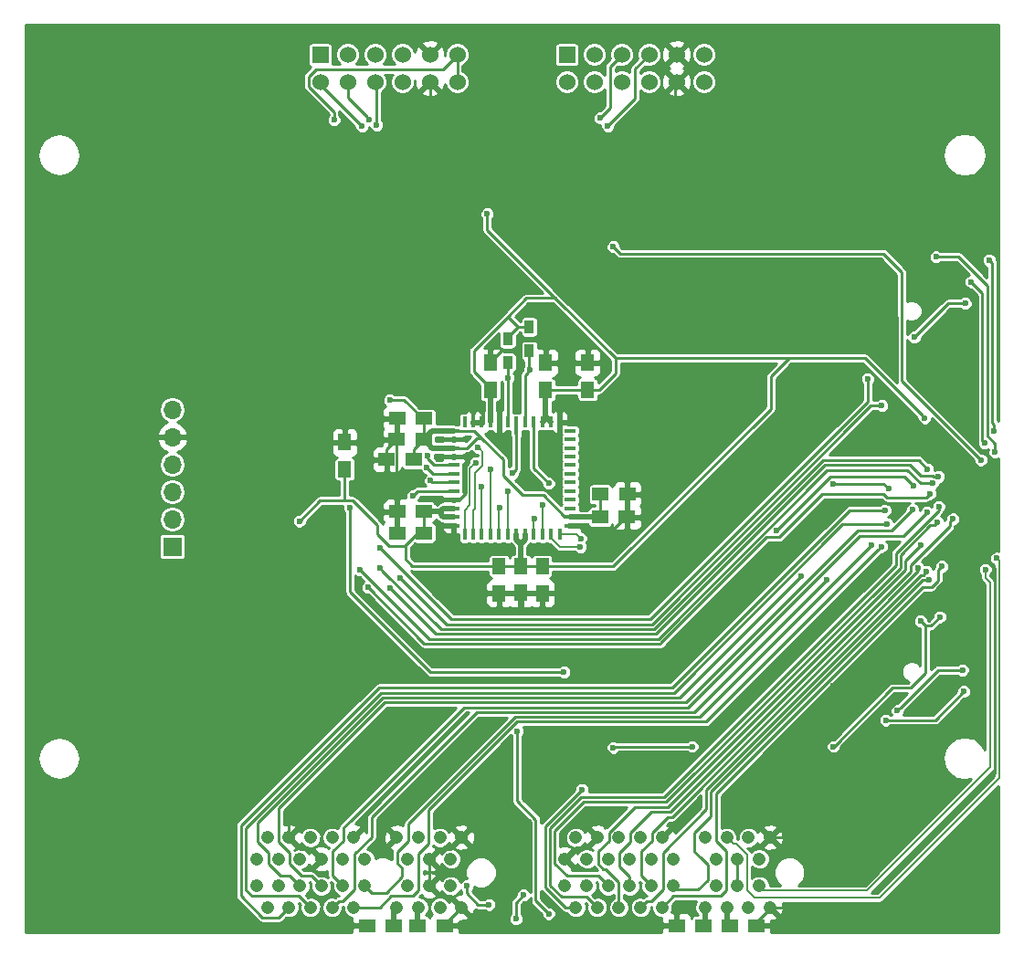
<source format=gbr>
G04 #@! TF.FileFunction,Copper,L2,Bot,Signal*
%FSLAX46Y46*%
G04 Gerber Fmt 4.6, Leading zero omitted, Abs format (unit mm)*
G04 Created by KiCad (PCBNEW 4.0.7) date Sat Jan 20 00:24:16 2018*
%MOMM*%
%LPD*%
G01*
G04 APERTURE LIST*
%ADD10C,0.100000*%
%ADD11R,1.700000X1.700000*%
%ADD12O,1.700000X1.700000*%
%ADD13R,1.500000X1.250000*%
%ADD14R,1.250000X1.500000*%
%ADD15R,1.524000X1.524000*%
%ADD16C,1.524000*%
%ADD17R,0.400000X1.000000*%
%ADD18R,1.000000X0.400000*%
%ADD19R,0.400000X1.750000*%
%ADD20R,0.900000X1.200000*%
%ADD21C,1.208000*%
%ADD22C,0.600000*%
%ADD23C,0.250000*%
%ADD24C,0.500000*%
%ADD25C,0.160000*%
G04 APERTURE END LIST*
D10*
D11*
X14000000Y-48850000D03*
D12*
X14000000Y-46310000D03*
X14000000Y-43770000D03*
X14000000Y-41230000D03*
X14000000Y-38690000D03*
X14000000Y-36150000D03*
D13*
X37340000Y-36980000D03*
X34840000Y-36980000D03*
X37300000Y-38900000D03*
X34800000Y-38900000D03*
D14*
X43500000Y-34300000D03*
X43500000Y-31800000D03*
X48600000Y-34300000D03*
X48600000Y-31800000D03*
X29990000Y-41680000D03*
X29990000Y-39180000D03*
X46300000Y-50650000D03*
X46300000Y-53150000D03*
D13*
X37350000Y-45600000D03*
X34850000Y-45600000D03*
D14*
X44290000Y-50680000D03*
X44290000Y-53180000D03*
D13*
X53650000Y-46100000D03*
X56150000Y-46100000D03*
X37340000Y-47580000D03*
X34840000Y-47580000D03*
X53690000Y-43980000D03*
X56190000Y-43980000D03*
X36390000Y-40780000D03*
X33890000Y-40780000D03*
D15*
X50580000Y-3230000D03*
D16*
X50580000Y-5770000D03*
X53120000Y-3230000D03*
X53120000Y-5770000D03*
X55660000Y-3230000D03*
X55660000Y-5770000D03*
X58200000Y-3230000D03*
X58200000Y-5770000D03*
X60740000Y-3230000D03*
X60740000Y-5770000D03*
X63280000Y-3230000D03*
X63280000Y-5770000D03*
D15*
X27720000Y-3230000D03*
D16*
X27720000Y-5770000D03*
X30260000Y-3230000D03*
X30260000Y-5770000D03*
X32800000Y-3230000D03*
X32800000Y-5770000D03*
X35340000Y-3230000D03*
X35340000Y-5770000D03*
X37880000Y-3230000D03*
X37880000Y-5770000D03*
X40420000Y-3230000D03*
X40420000Y-5770000D03*
D17*
X49900000Y-37285000D03*
D18*
X50886250Y-46900000D03*
D17*
X41100000Y-47715000D03*
D19*
X45900000Y-37660000D03*
D17*
X44300000Y-37285000D03*
X43500000Y-37285000D03*
X42700000Y-37285000D03*
X41900000Y-37285000D03*
X41100000Y-37285000D03*
D18*
X40113750Y-38100000D03*
X40113750Y-38900000D03*
X40113750Y-39700000D03*
X40113750Y-40500000D03*
X40113750Y-41300000D03*
X40113750Y-42100000D03*
X40113750Y-42900000D03*
X40113750Y-43700000D03*
X40113750Y-44500000D03*
X40113750Y-45300000D03*
X40113750Y-46100000D03*
X40113750Y-46900000D03*
D17*
X41900000Y-47715000D03*
X42700000Y-47715000D03*
X43500000Y-47715000D03*
X44300000Y-47715000D03*
X45100000Y-47715000D03*
X45900000Y-47715000D03*
X46700000Y-47715000D03*
X47500000Y-47715000D03*
X48300000Y-47715000D03*
X49100000Y-47715000D03*
X49900000Y-47715000D03*
D18*
X50886250Y-46100000D03*
X50886250Y-45300000D03*
X50886250Y-44500000D03*
X50886250Y-43700000D03*
X50886250Y-42900000D03*
X50886250Y-42100000D03*
X50886250Y-41300000D03*
X50886250Y-40500000D03*
X50886250Y-39700000D03*
X50886250Y-38900000D03*
X50886250Y-38100000D03*
D17*
X49100000Y-37285000D03*
X48300000Y-37285000D03*
X47500000Y-37285000D03*
X46700000Y-37285000D03*
X45100000Y-37285000D03*
D13*
X32050000Y-84000000D03*
X34550000Y-84000000D03*
X60750000Y-84000000D03*
X63250000Y-84000000D03*
X39250000Y-84000000D03*
X36750000Y-84000000D03*
D14*
X52490000Y-31780000D03*
X52490000Y-34280000D03*
D13*
X65650000Y-84000000D03*
X68150000Y-84000000D03*
D14*
X48290000Y-50680000D03*
X48290000Y-53180000D03*
D20*
X45090000Y-31780000D03*
X45090000Y-29580000D03*
X47090000Y-30680000D03*
X47090000Y-28480000D03*
D21*
X60400000Y-77810000D03*
X58400000Y-77810000D03*
X56400000Y-77810000D03*
X54400000Y-77810000D03*
X52400000Y-77810000D03*
X50400000Y-77810000D03*
X51400000Y-75810000D03*
X53400000Y-75810000D03*
X55400000Y-75810000D03*
X57400000Y-75810000D03*
X59400000Y-75810000D03*
X50400000Y-80310000D03*
X52400000Y-80310000D03*
X54400000Y-80310000D03*
X56400000Y-80310000D03*
X58400000Y-80310000D03*
X60400000Y-80310000D03*
X59400000Y-82310000D03*
X57400000Y-82310000D03*
X55400000Y-82310000D03*
X53400000Y-82310000D03*
X51400000Y-82310000D03*
X69400000Y-75810000D03*
X67400000Y-75810000D03*
X65400000Y-75810000D03*
X63400000Y-75810000D03*
X64400000Y-77810000D03*
X66400000Y-77810000D03*
X68400000Y-77810000D03*
X63400000Y-82310000D03*
X65400000Y-82310000D03*
X67400000Y-82310000D03*
X69400000Y-82310000D03*
X68400000Y-80310000D03*
X66400000Y-80310000D03*
X64400000Y-80310000D03*
X31820000Y-77810000D03*
X29820000Y-77810000D03*
X27820000Y-77810000D03*
X25820000Y-77810000D03*
X23820000Y-77810000D03*
X21820000Y-77810000D03*
X22820000Y-75810000D03*
X24820000Y-75810000D03*
X26820000Y-75810000D03*
X28820000Y-75810000D03*
X30820000Y-75810000D03*
X21820000Y-80310000D03*
X23820000Y-80310000D03*
X25820000Y-80310000D03*
X27820000Y-80310000D03*
X29820000Y-80310000D03*
X31820000Y-80310000D03*
X30820000Y-82310000D03*
X28820000Y-82310000D03*
X26820000Y-82310000D03*
X24820000Y-82310000D03*
X22820000Y-82310000D03*
X40820000Y-75810000D03*
X38820000Y-75810000D03*
X36820000Y-75810000D03*
X34820000Y-75810000D03*
X35820000Y-77810000D03*
X37820000Y-77810000D03*
X39820000Y-77810000D03*
X34820000Y-82310000D03*
X36820000Y-82310000D03*
X38820000Y-82310000D03*
X40820000Y-82310000D03*
X39820000Y-80310000D03*
X37820000Y-80310000D03*
X35820000Y-80310000D03*
D22*
X82776014Y-30317958D03*
X85590000Y-33180000D03*
X84840836Y-38629164D03*
X82718000Y-54899676D03*
X49890000Y-35880000D03*
X38890000Y-31980000D03*
X43690000Y-30180000D03*
X48971283Y-70661283D03*
X41190000Y-38880000D03*
X41190000Y-40480000D03*
X39290000Y-49080000D03*
X38547215Y-44751393D03*
X33290000Y-44080000D03*
X71390000Y-58680000D03*
X69790000Y-60180000D03*
X75290000Y-61780000D03*
X67990000Y-61780000D03*
X88790000Y-65980000D03*
X87290000Y-64080000D03*
X57790000Y-70380000D03*
X59590000Y-65980000D03*
X73490000Y-65180000D03*
X78990000Y-65380000D03*
X46190000Y-78080000D03*
X71790000Y-32580000D03*
X49190000Y-40380000D03*
X44790000Y-39280000D03*
X39390000Y-73580000D03*
X28990000Y-69180000D03*
X27890000Y-73680000D03*
X47490000Y-19780000D03*
X71090000Y-35680000D03*
X71090000Y-37980000D03*
X69790000Y-40380000D03*
X67290000Y-43680000D03*
X66090000Y-46480000D03*
X64690000Y-47980000D03*
X85948902Y-54739611D03*
X86890000Y-80580000D03*
X48590000Y-67380000D03*
X44690000Y-71280000D03*
X88190190Y-27080000D03*
X20590000Y-39080000D03*
X60590000Y-10980000D03*
X20440211Y-82947989D03*
X79181749Y-70236804D03*
X79758867Y-66905008D03*
X85690000Y-51940000D03*
X69668535Y-83807785D03*
X89700000Y-47900000D03*
X88930369Y-71145091D03*
X79330000Y-80770000D03*
X30476742Y-45218422D03*
X50290000Y-60480000D03*
X45990000Y-65980000D03*
X48890000Y-82880000D03*
X82769323Y-29429615D03*
X87496563Y-26294239D03*
X83376514Y-55757349D03*
X54873922Y-67475298D03*
X75290000Y-67380000D03*
X62190000Y-67380000D03*
X85150494Y-55362062D03*
X28990000Y-9280000D03*
X83744219Y-36912657D03*
X25790000Y-46480000D03*
X43190000Y-17980000D03*
X45860000Y-83374990D03*
X46560000Y-81160000D03*
X51971163Y-71382735D03*
X81210435Y-64057602D03*
X87249274Y-60299960D03*
X43339867Y-82045220D03*
X41300000Y-80330000D03*
X80126915Y-64926983D03*
X87360904Y-62281399D03*
X78785035Y-48745035D03*
X84155019Y-51939162D03*
X79730000Y-48850000D03*
X85330825Y-50685644D03*
X83955352Y-45675430D03*
X83168011Y-50841461D03*
X74690000Y-51890000D03*
X83897591Y-51169688D03*
X82623136Y-45414826D03*
X86354865Y-46290446D03*
X80255402Y-46762066D03*
X83384600Y-48739298D03*
X72290000Y-51610000D03*
X84945006Y-46585496D03*
X80060000Y-45480000D03*
X85050000Y-45150000D03*
X33239020Y-50824701D03*
X84011357Y-41642741D03*
X85023606Y-42343940D03*
X34182124Y-52713618D03*
X84450997Y-42978850D03*
X31394117Y-50988888D03*
X32153677Y-52632347D03*
X84211801Y-43943462D03*
X90188603Y-38121648D03*
X89712805Y-22290634D03*
X89288581Y-39219423D03*
X88044172Y-24300280D03*
X90277643Y-40086778D03*
X84790000Y-21980000D03*
X88963570Y-40802315D03*
X54885546Y-21030310D03*
X78459418Y-33297774D03*
X33260000Y-48980000D03*
X37618973Y-41511087D03*
X37650000Y-40410000D03*
X37940000Y-42730000D03*
X79759555Y-35775643D03*
X35140000Y-51760000D03*
X45093578Y-33213347D03*
X47175050Y-32492566D03*
X45577962Y-42014954D03*
X34156613Y-35258919D03*
X53674184Y-9089915D03*
X54364990Y-9831639D03*
X31590000Y-9880000D03*
X32272394Y-9245054D03*
X32942239Y-9755053D03*
X90415312Y-49925891D03*
X89363736Y-50959560D03*
X75281875Y-42995783D03*
X48890000Y-42980000D03*
X80390000Y-43480000D03*
X82700690Y-43186012D03*
X36270204Y-44178435D03*
X69963744Y-47353742D03*
X44366339Y-45254268D03*
X45099853Y-43699853D03*
X42112937Y-41075050D03*
X42330667Y-39631860D03*
X42681009Y-43283730D03*
X43500000Y-41700000D03*
X47576707Y-46278522D03*
X48300000Y-45000000D03*
X51844142Y-48867577D03*
X51855819Y-48107655D03*
D23*
X48590000Y-67380000D02*
X52175247Y-67380000D01*
X52175247Y-67380000D02*
X52106806Y-67448441D01*
X52106806Y-67448441D02*
X52106806Y-67496806D01*
X52106806Y-67496806D02*
X54990000Y-70380000D01*
X54990000Y-70380000D02*
X57790000Y-70380000D01*
X71863999Y-75206001D02*
X76290000Y-70780000D01*
X76290000Y-70780000D02*
X78590000Y-68480000D01*
X73490000Y-67980000D02*
X76290000Y-70780000D01*
X73490000Y-65180000D02*
X73490000Y-67980000D01*
X87290000Y-64080000D02*
X88197891Y-64080000D01*
X88790000Y-64672109D02*
X88790000Y-65980000D01*
X88197891Y-64080000D02*
X88790000Y-64672109D01*
X69400000Y-82310000D02*
X69400000Y-82431962D01*
X69400000Y-82431962D02*
X68150000Y-83681962D01*
X68150000Y-83681962D02*
X68150000Y-84000000D01*
X82776014Y-30366014D02*
X82776014Y-30317958D01*
X88190190Y-27080000D02*
X84952232Y-30317958D01*
X84952232Y-30317958D02*
X83200278Y-30317958D01*
X83200278Y-30317958D02*
X82776014Y-30317958D01*
X85590000Y-33180000D02*
X82776014Y-30366014D01*
X85140835Y-38929163D02*
X84840836Y-38629164D01*
X89700000Y-43488328D02*
X85140835Y-38929163D01*
X89700000Y-47900000D02*
X89700000Y-43488328D01*
X83017999Y-54599677D02*
X82718000Y-54899676D01*
X84851041Y-53203223D02*
X84414453Y-53203223D01*
X84414453Y-53203223D02*
X83017999Y-54599677D01*
X85690000Y-51940000D02*
X85690000Y-51962591D01*
X85690000Y-51962591D02*
X84851041Y-52801550D01*
X84851041Y-52801550D02*
X84851041Y-53203223D01*
X49900000Y-37285000D02*
X49900000Y-35890000D01*
X49900000Y-35890000D02*
X49890000Y-35880000D01*
X33890000Y-39810000D02*
X34800000Y-38900000D01*
X33890000Y-40780000D02*
X33890000Y-39810000D01*
X40113750Y-44500000D02*
X40113750Y-44524795D01*
X40113750Y-44524795D02*
X40573957Y-44524795D01*
X40573957Y-44524795D02*
X41190000Y-43908752D01*
X41190000Y-43908752D02*
X41190000Y-40904264D01*
X41190000Y-40904264D02*
X41190000Y-40480000D01*
X38890000Y-31980000D02*
X38845000Y-32025000D01*
X38845000Y-32025000D02*
X38845000Y-32449264D01*
X38845000Y-32449264D02*
X38845000Y-33480000D01*
X43500000Y-31800000D02*
X43500000Y-30370000D01*
X43500000Y-30370000D02*
X43690000Y-30180000D01*
X52995000Y-37285000D02*
X56190000Y-40480000D01*
X56190000Y-40480000D02*
X56190000Y-43980000D01*
X49900000Y-37285000D02*
X52995000Y-37285000D01*
X52116250Y-47380000D02*
X54745000Y-47380000D01*
X54745000Y-47380000D02*
X56025000Y-46100000D01*
X56025000Y-46100000D02*
X56150000Y-46100000D01*
X50886250Y-46900000D02*
X51636250Y-46900000D01*
X51636250Y-46900000D02*
X52116250Y-47380000D01*
X34840000Y-36980000D02*
X31190000Y-36980000D01*
X31190000Y-36980000D02*
X29890000Y-36980000D01*
X32590000Y-33880000D02*
X32590000Y-35580000D01*
X32590000Y-35580000D02*
X31190000Y-36980000D01*
X32990000Y-33480000D02*
X32590000Y-33880000D01*
X38845000Y-33480000D02*
X32990000Y-33480000D01*
X41900000Y-37285000D02*
X41900000Y-36535000D01*
X41900000Y-36535000D02*
X38845000Y-33480000D01*
X42700000Y-37285000D02*
X41900000Y-37285000D01*
X53652566Y-65980000D02*
X49271282Y-70361284D01*
X49271282Y-70361284D02*
X48971283Y-70661283D01*
X59590000Y-65980000D02*
X53652566Y-65980000D01*
X40113750Y-38900000D02*
X41170000Y-38900000D01*
X41170000Y-38900000D02*
X41190000Y-38880000D01*
X40113750Y-40500000D02*
X41170000Y-40500000D01*
X41170000Y-40500000D02*
X41190000Y-40480000D01*
X40113750Y-46900000D02*
X40113750Y-48256250D01*
X40113750Y-48256250D02*
X39290000Y-49080000D01*
X40113750Y-44500000D02*
X38798608Y-44500000D01*
X38798608Y-44500000D02*
X38547215Y-44751393D01*
X33390000Y-45580000D02*
X33290000Y-45480000D01*
X33290000Y-45480000D02*
X33290000Y-44080000D01*
X34705000Y-45580000D02*
X33390000Y-45580000D01*
X34850000Y-45600000D02*
X34725000Y-45600000D01*
X34725000Y-45600000D02*
X34705000Y-45580000D01*
X69790000Y-60180000D02*
X69890000Y-60180000D01*
X69890000Y-60180000D02*
X71390000Y-58680000D01*
X67990000Y-61780000D02*
X68190000Y-61780000D01*
X68190000Y-61780000D02*
X69790000Y-60180000D01*
X73490000Y-65180000D02*
X73490000Y-63580000D01*
X73490000Y-63580000D02*
X75290000Y-61780000D01*
X59590000Y-65980000D02*
X63790000Y-65980000D01*
X63790000Y-65980000D02*
X67990000Y-61780000D01*
X53790000Y-66380000D02*
X63790000Y-66380000D01*
X63790000Y-66380000D02*
X68290000Y-61880000D01*
X53390000Y-66780000D02*
X53790000Y-66380000D01*
X53390000Y-67780000D02*
X53390000Y-66780000D01*
X54790000Y-69180000D02*
X53390000Y-67780000D01*
X57014264Y-69180000D02*
X54790000Y-69180000D01*
X57790000Y-70380000D02*
X57790000Y-69955736D01*
X57790000Y-69955736D02*
X57014264Y-69180000D01*
X78590000Y-68480000D02*
X82890000Y-68480000D01*
X82890000Y-68480000D02*
X87290000Y-64080000D01*
X69400000Y-75810000D02*
X70003999Y-75206001D01*
X70003999Y-75206001D02*
X71863999Y-75206001D01*
X51290000Y-67380000D02*
X52690000Y-65980000D01*
X52690000Y-65980000D02*
X59590000Y-65980000D01*
X48590000Y-67380000D02*
X51290000Y-67380000D01*
X79758867Y-66905008D02*
X79758867Y-66148867D01*
X79758867Y-66148867D02*
X78990000Y-65380000D01*
X45290000Y-81547998D02*
X45290000Y-78980000D01*
X45290000Y-78980000D02*
X46190000Y-78080000D01*
X43923999Y-82913999D02*
X45290000Y-81547998D01*
X40820000Y-82310000D02*
X41423999Y-82913999D01*
X41423999Y-82913999D02*
X43923999Y-82913999D01*
X71090000Y-35680000D02*
X71090000Y-33280000D01*
X71090000Y-33280000D02*
X71790000Y-32580000D01*
X49900000Y-37285000D02*
X49900000Y-39670000D01*
X49900000Y-39670000D02*
X49190000Y-40380000D01*
X44300000Y-37285000D02*
X44300000Y-38790000D01*
X44300000Y-38790000D02*
X44790000Y-39280000D01*
X40820000Y-75810000D02*
X39390000Y-74380000D01*
X39390000Y-74380000D02*
X39390000Y-73580000D01*
X24820000Y-75810000D02*
X24820000Y-73350000D01*
X24820000Y-73350000D02*
X28990000Y-69180000D01*
X24820000Y-75810000D02*
X26950000Y-73680000D01*
X26950000Y-73680000D02*
X27890000Y-73680000D01*
X37880000Y-5770000D02*
X37880000Y-10170000D01*
X37880000Y-10170000D02*
X47490000Y-19780000D01*
X71090000Y-37980000D02*
X71090000Y-35680000D01*
X69790000Y-40380000D02*
X69790000Y-39280000D01*
X69790000Y-39280000D02*
X71090000Y-37980000D01*
X67290000Y-43680000D02*
X67290000Y-42880000D01*
X67290000Y-42880000D02*
X69790000Y-40380000D01*
X66090000Y-46480000D02*
X66090000Y-44880000D01*
X66090000Y-44880000D02*
X67290000Y-43680000D01*
X64690000Y-47980000D02*
X64690000Y-47880000D01*
X64690000Y-47880000D02*
X66090000Y-46480000D01*
X48290000Y-53180000D02*
X59490000Y-53180000D01*
X59490000Y-53180000D02*
X64690000Y-47980000D01*
X48290000Y-53180000D02*
X49165000Y-53180000D01*
X49165000Y-53180000D02*
X49265000Y-53280000D01*
X85948902Y-54315347D02*
X85948902Y-54739611D01*
X84851041Y-53203223D02*
X85948902Y-54301084D01*
X85948902Y-54301084D02*
X85948902Y-54315347D01*
X69400000Y-82310000D02*
X85160000Y-82310000D01*
X85160000Y-82310000D02*
X86890000Y-80580000D01*
X41423999Y-74546001D02*
X44690000Y-71280000D01*
X40820000Y-75810000D02*
X41423999Y-75206001D01*
X41423999Y-75206001D02*
X41423999Y-74546001D01*
X50570000Y-31800000D02*
X52470000Y-31800000D01*
X52470000Y-31800000D02*
X52490000Y-31780000D01*
X48600000Y-31800000D02*
X50570000Y-31800000D01*
X50570000Y-31800000D02*
X50590000Y-31780000D01*
X56150000Y-46100000D02*
X56150000Y-44020000D01*
X56150000Y-44020000D02*
X56190000Y-43980000D01*
X46300000Y-53150000D02*
X48260000Y-53150000D01*
X48260000Y-53150000D02*
X48290000Y-53180000D01*
X44290000Y-53180000D02*
X46270000Y-53180000D01*
X46270000Y-53180000D02*
X46300000Y-53150000D01*
X29890000Y-36980000D02*
X22690000Y-36980000D01*
X29990000Y-39180000D02*
X29990000Y-37080000D01*
X29990000Y-37080000D02*
X29890000Y-36980000D01*
X34800000Y-38900000D02*
X34800000Y-45550000D01*
X43500000Y-31800000D02*
X43500000Y-31675000D01*
X45800001Y-30505001D02*
X45865001Y-30440001D01*
X45865001Y-30269997D02*
X46379999Y-29754999D01*
X48600000Y-30554998D02*
X48600000Y-30800000D01*
X43500000Y-31675000D02*
X44495000Y-30680000D01*
X46379999Y-29754999D02*
X47800001Y-29754999D01*
X44495000Y-30680000D02*
X45454998Y-30680000D01*
X45454998Y-30680000D02*
X45629997Y-30505001D01*
X45629997Y-30505001D02*
X45800001Y-30505001D01*
X45865001Y-30440001D02*
X45865001Y-30269997D01*
X47800001Y-29754999D02*
X48600000Y-30554998D01*
X48600000Y-30800000D02*
X48600000Y-31800000D01*
X22690000Y-36980000D02*
X20590000Y-39080000D01*
X34800000Y-45550000D02*
X34850000Y-45600000D01*
X34840000Y-36980000D02*
X34840000Y-38860000D01*
X34840000Y-38860000D02*
X34800000Y-38900000D01*
X66400000Y-77810000D02*
X66400000Y-78664184D01*
X66400000Y-78664184D02*
X66400000Y-80310000D01*
X14000000Y-38690000D02*
X20200000Y-38690000D01*
X20200000Y-38690000D02*
X20590000Y-39080000D01*
X60590000Y-10980000D02*
X60590000Y-5920000D01*
X60590000Y-5920000D02*
X60740000Y-5770000D01*
X32050000Y-84000000D02*
X21492222Y-84000000D01*
X20740210Y-83247988D02*
X20440211Y-82947989D01*
X21492222Y-84000000D02*
X20740210Y-83247988D01*
X78881750Y-70536803D02*
X79181749Y-70236804D01*
X73608553Y-75810000D02*
X78881750Y-70536803D01*
X69400000Y-75810000D02*
X73608553Y-75810000D01*
X79481748Y-69936805D02*
X79181749Y-70236804D01*
X79758867Y-69659686D02*
X79481748Y-69936805D01*
X79758867Y-66905008D02*
X79758867Y-69659686D01*
X60750000Y-84000000D02*
X40250000Y-84000000D01*
X40250000Y-84000000D02*
X39250000Y-84000000D01*
X37820000Y-77810000D02*
X37820000Y-78664184D01*
X37820000Y-78664184D02*
X37820000Y-80310000D01*
X69476320Y-84000000D02*
X69668535Y-83807785D01*
X68150000Y-84000000D02*
X69476320Y-84000000D01*
X88930369Y-71169631D02*
X88930369Y-71145091D01*
X79330000Y-80770000D02*
X88930369Y-71169631D01*
X90200856Y-69874604D02*
X89230368Y-70845092D01*
X89230368Y-70845092D02*
X88930369Y-71145091D01*
X89700000Y-47900000D02*
X89700000Y-50316784D01*
X89700000Y-50316784D02*
X90200856Y-50817640D01*
X90200856Y-50817640D02*
X90200856Y-69874604D01*
X27820000Y-77810000D02*
X26890999Y-76880999D01*
X26890999Y-76880999D02*
X25890999Y-76880999D01*
X25890999Y-76880999D02*
X25423999Y-76413999D01*
X25423999Y-76413999D02*
X24820000Y-75810000D01*
X37820000Y-77810000D02*
X38749001Y-76880999D01*
X38749001Y-76880999D02*
X39749001Y-76880999D01*
X39749001Y-76880999D02*
X40216001Y-76413999D01*
X40216001Y-76413999D02*
X40820000Y-75810000D01*
X37820000Y-80310000D02*
X38749001Y-81239001D01*
X38749001Y-81239001D02*
X39749001Y-81239001D01*
X39749001Y-81239001D02*
X40216001Y-81706001D01*
X40216001Y-81706001D02*
X40820000Y-82310000D01*
X39250000Y-84000000D02*
X39250000Y-83880000D01*
X39250000Y-83880000D02*
X40820000Y-82310000D01*
X53400000Y-75810000D02*
X52470999Y-76739001D01*
X52470999Y-76739001D02*
X51470999Y-76739001D01*
X51470999Y-76739001D02*
X50400000Y-77810000D01*
X30476742Y-45642686D02*
X30476742Y-45218422D01*
X37890000Y-60480000D02*
X30476742Y-53066742D01*
X30476742Y-53066742D02*
X30476742Y-45642686D01*
X50290000Y-60480000D02*
X37890000Y-60480000D01*
X48890000Y-82880000D02*
X47690000Y-81680000D01*
X47690000Y-74158455D02*
X45990000Y-72458455D01*
X47690000Y-81680000D02*
X47690000Y-74158455D01*
X45990000Y-72458455D02*
X45990000Y-65980000D01*
X87496563Y-26294239D02*
X85904699Y-26294239D01*
X83069322Y-29129616D02*
X82769323Y-29429615D01*
X85904699Y-26294239D02*
X83069322Y-29129616D01*
D24*
X34550000Y-84000000D02*
X34550000Y-82580000D01*
X34550000Y-82580000D02*
X34820000Y-82310000D01*
X63400000Y-82310000D02*
X63400000Y-83850000D01*
X63400000Y-83850000D02*
X63250000Y-84000000D01*
D23*
X83829469Y-56202869D02*
X84309687Y-56202869D01*
X84309687Y-56202869D02*
X85150494Y-55362062D01*
X83376514Y-55757349D02*
X83383949Y-55757349D01*
X83383949Y-55757349D02*
X83829469Y-56202869D01*
X83829469Y-56202869D02*
X83829469Y-60540043D01*
X83829469Y-60540043D02*
X82416406Y-61953106D01*
X82416406Y-61953106D02*
X80759781Y-61953106D01*
X80759781Y-61953106D02*
X75332887Y-67380000D01*
X75332887Y-67380000D02*
X75290000Y-67380000D01*
X62190000Y-67380000D02*
X54969220Y-67380000D01*
X54969220Y-67380000D02*
X54873922Y-67475298D01*
X40420000Y-3230000D02*
X40420000Y-4307630D01*
X40420000Y-4307630D02*
X40420000Y-5770000D01*
X26632999Y-6222999D02*
X28990000Y-8580000D01*
X28990000Y-8580000D02*
X28990000Y-9280000D01*
X39070000Y-4580000D02*
X27301238Y-4580000D01*
X27301238Y-4580000D02*
X26632999Y-5248239D01*
X26632999Y-5248239D02*
X26632999Y-6222999D01*
X40420000Y-3230000D02*
X39070000Y-4580000D01*
D24*
X36750000Y-84000000D02*
X36750000Y-82380000D01*
X36750000Y-82380000D02*
X36820000Y-82310000D01*
X65400000Y-82310000D02*
X65400000Y-83750000D01*
X65400000Y-83750000D02*
X65650000Y-84000000D01*
D23*
X50570000Y-34300000D02*
X52470000Y-34300000D01*
X52470000Y-34300000D02*
X52490000Y-34280000D01*
X55090000Y-31380000D02*
X55090000Y-32764382D01*
X55090000Y-32764382D02*
X53554382Y-34300000D01*
X53554382Y-34300000D02*
X48600000Y-34300000D01*
X48600000Y-34300000D02*
X50570000Y-34300000D01*
X50570000Y-34300000D02*
X50590000Y-34280000D01*
X35790000Y-48580000D02*
X35599992Y-48770008D01*
X35599992Y-48770008D02*
X35599992Y-49986034D01*
X35599992Y-49986034D02*
X36263958Y-50650000D01*
X36263958Y-50650000D02*
X41196718Y-50650000D01*
X41196718Y-50650000D02*
X46300000Y-50650000D01*
X29990000Y-44570826D02*
X30743168Y-44570826D01*
X30743168Y-44570826D02*
X33021147Y-46848805D01*
X33021147Y-46848805D02*
X33021147Y-47721149D01*
X33021147Y-47721149D02*
X34081948Y-48781950D01*
X34081948Y-48781950D02*
X35588050Y-48781950D01*
X35588050Y-48781950D02*
X35790000Y-48580000D01*
X41954530Y-30653179D02*
X45090000Y-27517709D01*
X45090000Y-27517709D02*
X46803603Y-25804106D01*
X46040000Y-28480000D02*
X46040000Y-28467709D01*
X46040000Y-28467709D02*
X45090000Y-27517709D01*
X43500000Y-34300000D02*
X43500000Y-34175000D01*
X43500000Y-34175000D02*
X41954530Y-32629530D01*
X46803603Y-25804106D02*
X49514106Y-25804106D01*
X49514106Y-25804106D02*
X49790000Y-26080000D01*
X41954530Y-32629530D02*
X41954530Y-30653179D01*
X48290000Y-50680000D02*
X46330000Y-50680000D01*
X46330000Y-50680000D02*
X46300000Y-50650000D01*
X44290000Y-50680000D02*
X46270000Y-50680000D01*
X46270000Y-50680000D02*
X46300000Y-50650000D01*
X27699174Y-44570826D02*
X29990000Y-44570826D01*
X29990000Y-41680000D02*
X29990000Y-42680000D01*
X29990000Y-42680000D02*
X29990000Y-44570826D01*
X45090000Y-29430000D02*
X46040000Y-28480000D01*
X46040000Y-28480000D02*
X47090000Y-28480000D01*
X45090000Y-29580000D02*
X45090000Y-29430000D01*
X25790000Y-46480000D02*
X27699174Y-44570826D01*
X37350000Y-45600000D02*
X37359387Y-45609387D01*
X37359387Y-45609387D02*
X37359387Y-47010613D01*
X37359387Y-47010613D02*
X35790000Y-48580000D01*
X83444220Y-36612658D02*
X83744219Y-36912657D01*
X78211562Y-31380000D02*
X83444220Y-36612658D01*
X71190000Y-31380000D02*
X78211562Y-31380000D01*
X71190000Y-31380000D02*
X55090000Y-31380000D01*
X69490000Y-36080000D02*
X69490000Y-33080000D01*
X69490000Y-33080000D02*
X71190000Y-31380000D01*
X54890000Y-50680000D02*
X69490000Y-36080000D01*
X47205000Y-50680000D02*
X54890000Y-50680000D01*
X46300000Y-50650000D02*
X47175000Y-50650000D01*
X47175000Y-50650000D02*
X47205000Y-50680000D01*
X49790000Y-26080000D02*
X43190000Y-19480000D01*
X55090000Y-31380000D02*
X49790000Y-26080000D01*
X43190000Y-19480000D02*
X43190000Y-17980000D01*
D24*
X48600000Y-36785000D02*
X48600000Y-36985000D01*
X48600000Y-36985000D02*
X48300000Y-37285000D01*
X48600000Y-34300000D02*
X48600000Y-36785000D01*
X48600000Y-36785000D02*
X49100000Y-37285000D01*
X43500000Y-34300000D02*
X43500000Y-37285000D01*
X40113750Y-46100000D02*
X39113750Y-46100000D01*
X39113750Y-46100000D02*
X38900000Y-45886250D01*
X38900000Y-45886250D02*
X38900000Y-45600000D01*
X38900000Y-45600000D02*
X38900000Y-45513750D01*
X38900000Y-45513750D02*
X39113750Y-45300000D01*
X39113750Y-45300000D02*
X40113750Y-45300000D01*
X37350000Y-45600000D02*
X38900000Y-45600000D01*
X46700000Y-47715000D02*
X46700000Y-48200000D01*
X46700000Y-48200000D02*
X46300000Y-48600000D01*
X45900000Y-48200000D02*
X46300000Y-48600000D01*
X46300000Y-48600000D02*
X46300000Y-50650000D01*
X45900000Y-47715000D02*
X45900000Y-48200000D01*
D23*
X45860000Y-82950726D02*
X45860000Y-83374990D01*
X45860000Y-81860000D02*
X45860000Y-82950726D01*
X46560000Y-81160000D02*
X45860000Y-81860000D01*
X50436045Y-82310000D02*
X48570977Y-80444933D01*
X48570977Y-80444933D02*
X48570977Y-74798842D01*
X51400000Y-82310000D02*
X50436045Y-82310000D01*
X48570977Y-74798842D02*
X51971163Y-71398656D01*
X51971163Y-71398656D02*
X51971163Y-71382735D01*
X81510434Y-63757603D02*
X81210435Y-64057602D01*
X87249274Y-60299960D02*
X84968077Y-60299960D01*
X84968077Y-60299960D02*
X81510434Y-63757603D01*
X41300000Y-80330000D02*
X41300000Y-81006219D01*
X41300000Y-81006219D02*
X42339001Y-82045220D01*
X42339001Y-82045220D02*
X43339867Y-82045220D01*
X84715320Y-64926983D02*
X80551179Y-64926983D01*
X87360904Y-62281399D02*
X84715320Y-64926983D01*
X80551179Y-64926983D02*
X80126915Y-64926983D01*
X31820000Y-80310000D02*
X32495192Y-80985192D01*
X78485036Y-49045034D02*
X78785035Y-48745035D01*
X32495192Y-80985192D02*
X33827601Y-80985192D01*
X45765652Y-64642933D02*
X62887137Y-64642933D01*
X33827601Y-80985192D02*
X35326959Y-79485834D01*
X34831178Y-77173744D02*
X35890999Y-76113923D01*
X35326959Y-79485834D02*
X35326959Y-78660000D01*
X35890999Y-76113923D02*
X35890999Y-74517586D01*
X35326959Y-78660000D02*
X34831178Y-78164219D01*
X34831178Y-78164219D02*
X34831178Y-77173744D01*
X35890999Y-74517586D02*
X45765652Y-64642933D01*
X62887137Y-64642933D02*
X78485036Y-49045034D01*
X62422736Y-75377264D02*
X62422736Y-77130000D01*
X62936675Y-77650000D02*
X62936675Y-77643939D01*
X62936675Y-77643939D02*
X62422736Y-77130000D01*
X84155019Y-51939162D02*
X83568874Y-51939162D01*
X83568874Y-51939162D02*
X63943223Y-71564813D01*
X63943223Y-71564813D02*
X63943223Y-73856777D01*
X63943223Y-73856777D02*
X62422736Y-75377264D01*
X62936675Y-77650000D02*
X63644757Y-78358082D01*
X63644757Y-78358082D02*
X63644757Y-79755376D01*
X63644757Y-79755376D02*
X62740133Y-80660000D01*
X62740133Y-80660000D02*
X60757955Y-80660000D01*
X60757955Y-80660000D02*
X60407955Y-80310000D01*
X60407955Y-80310000D02*
X60400000Y-80310000D01*
X45952052Y-65092944D02*
X63487056Y-65092944D01*
X63487056Y-65092944D02*
X79430001Y-49149999D01*
X79430001Y-49149999D02*
X79730000Y-48850000D01*
X37749001Y-76380999D02*
X37749001Y-73295995D01*
X37749001Y-73295995D02*
X45952052Y-65092944D01*
X36265921Y-81239001D02*
X36800000Y-80704922D01*
X33230000Y-82310000D02*
X34300999Y-81239001D01*
X30820000Y-82310000D02*
X33230000Y-82310000D01*
X34300999Y-81239001D02*
X36265921Y-81239001D01*
X36800000Y-80704922D02*
X36800000Y-77330000D01*
X36800000Y-77330000D02*
X37749001Y-76380999D01*
X64845921Y-81239001D02*
X65329001Y-80755921D01*
X64393234Y-76178156D02*
X64393234Y-71751213D01*
X64393234Y-71751213D02*
X83543693Y-52600754D01*
X59400000Y-82310000D02*
X60470999Y-81239001D01*
X60470999Y-81239001D02*
X64845921Y-81239001D01*
X65329001Y-80755921D02*
X65329001Y-77113923D01*
X83543693Y-52600754D02*
X84406234Y-52600754D01*
X65329001Y-77113923D02*
X64393234Y-76178156D01*
X84406234Y-52600754D02*
X85030826Y-51976162D01*
X85030826Y-51976162D02*
X85030826Y-50985643D01*
X85030826Y-50985643D02*
X85330825Y-50685644D01*
X83655353Y-45975429D02*
X83955352Y-45675430D01*
X77702922Y-47837078D02*
X81793704Y-47837078D01*
X81793704Y-47837078D02*
X83655353Y-45975429D01*
X30560999Y-74239001D02*
X41057089Y-63742911D01*
X61797089Y-63742911D02*
X77702922Y-47837078D01*
X41057089Y-63742911D02*
X61797089Y-63742911D01*
X29890999Y-76113923D02*
X29890999Y-74910000D01*
X28890999Y-77113923D02*
X29890999Y-76113923D01*
X29890999Y-74910000D02*
X30560999Y-74240000D01*
X30560999Y-74240000D02*
X30560999Y-74239001D01*
X29820000Y-80310000D02*
X28890999Y-79380999D01*
X28890999Y-79380999D02*
X28890999Y-77113923D01*
X60327878Y-73907336D02*
X83168011Y-51067203D01*
X58470999Y-76113923D02*
X58470999Y-75364079D01*
X83168011Y-51067203D02*
X83168011Y-50841461D01*
X59927742Y-73907336D02*
X60327878Y-73907336D01*
X58470999Y-75364079D02*
X59927742Y-73907336D01*
X58400000Y-80310000D02*
X57470999Y-79380999D01*
X57470999Y-77113923D02*
X58470999Y-76113923D01*
X57470999Y-79380999D02*
X57470999Y-77113923D01*
X62387078Y-64192922D02*
X74390001Y-52189999D01*
X29423999Y-81706001D02*
X29798921Y-81706001D01*
X74390001Y-52189999D02*
X74690000Y-51890000D01*
X30890999Y-77364079D02*
X32485078Y-75770000D01*
X30890999Y-80613923D02*
X30890999Y-77364079D01*
X29798921Y-81706001D02*
X30890999Y-80613923D01*
X28820000Y-82310000D02*
X29423999Y-81706001D01*
X42237078Y-64192922D02*
X62387078Y-64192922D01*
X32485078Y-75770000D02*
X32485078Y-73944922D01*
X32485078Y-73944922D02*
X42237078Y-64192922D01*
X58003999Y-81706001D02*
X58378921Y-81706001D01*
X57400000Y-82310000D02*
X58003999Y-81706001D01*
X59470999Y-77229001D02*
X63493212Y-73206788D01*
X83401938Y-51469687D02*
X83597592Y-51469687D01*
X63493212Y-71378413D02*
X83401938Y-51469687D01*
X59470999Y-80613923D02*
X59470999Y-77229001D01*
X58378921Y-81706001D02*
X59470999Y-80613923D01*
X83597592Y-51469687D02*
X83897591Y-51169688D01*
X63493212Y-73206788D02*
X63493212Y-71378413D01*
X23890999Y-73117513D02*
X33715612Y-63292900D01*
X61610690Y-63292900D02*
X77516523Y-47387067D01*
X77516523Y-47387067D02*
X80650895Y-47387067D01*
X80650895Y-47387067D02*
X82323137Y-45714825D01*
X82323137Y-45714825D02*
X82623136Y-45414826D01*
X27820000Y-80310000D02*
X26890999Y-79380999D01*
X24890999Y-77255921D02*
X23890999Y-76255921D01*
X23890999Y-76255921D02*
X23890999Y-73117513D01*
X33715612Y-63292900D02*
X61610690Y-63292900D01*
X24890999Y-78255921D02*
X24890999Y-77255921D01*
X26890999Y-79380999D02*
X26016077Y-79380999D01*
X26016077Y-79380999D02*
X24890999Y-78255921D01*
X60154657Y-73444147D02*
X82430000Y-51168804D01*
X56470999Y-76255921D02*
X56470999Y-75419751D01*
X55470999Y-77255921D02*
X56470999Y-76255921D01*
X82430000Y-50586798D02*
X86054866Y-46961932D01*
X55470999Y-78526815D02*
X55470999Y-77255921D01*
X86054866Y-46590445D02*
X86354865Y-46290446D01*
X56400000Y-79455816D02*
X55470999Y-78526815D01*
X86054866Y-46961932D02*
X86054866Y-46590445D01*
X82430000Y-51168804D02*
X82430000Y-50586798D01*
X56470999Y-75419751D02*
X58446603Y-73444147D01*
X56400000Y-80310000D02*
X56400000Y-79455816D01*
X58446603Y-73444147D02*
X60154657Y-73444147D01*
X60501741Y-62392878D02*
X76132553Y-46762066D01*
X76132553Y-46762066D02*
X79831138Y-46762066D01*
X20812412Y-80677334D02*
X20812412Y-74923278D01*
X33342812Y-62392878D02*
X60501741Y-62392878D01*
X20812412Y-74923278D02*
X33342812Y-62392878D01*
X21374079Y-81239001D02*
X20812412Y-80677334D01*
X26820000Y-82310000D02*
X25749001Y-81239001D01*
X25749001Y-81239001D02*
X21374079Y-81239001D01*
X79831138Y-46762066D02*
X80255402Y-46762066D01*
X55400000Y-79935078D02*
X54203923Y-78739001D01*
X83084601Y-49039297D02*
X83384600Y-48739298D01*
X59948686Y-72994136D02*
X81970022Y-50972800D01*
X81970022Y-50153876D02*
X83084601Y-49039297D01*
X81970022Y-50972800D02*
X81970022Y-50153876D01*
X56840942Y-72994136D02*
X59948686Y-72994136D01*
X55400000Y-82310000D02*
X55400000Y-79935078D01*
X54470999Y-76113923D02*
X54470999Y-75364079D01*
X54470999Y-75364079D02*
X56840942Y-72994136D01*
X53954079Y-78739001D02*
X53470999Y-78255921D01*
X53470999Y-78255921D02*
X53470999Y-77113923D01*
X54203923Y-78739001D02*
X53954079Y-78739001D01*
X53470999Y-77113923D02*
X54470999Y-76113923D01*
X33529212Y-62842889D02*
X61057111Y-62842889D01*
X61057111Y-62842889D02*
X71990001Y-51909999D01*
X21890999Y-74481102D02*
X33529212Y-62842889D01*
X24016077Y-79380999D02*
X22890999Y-78255921D01*
X22890999Y-77255921D02*
X21890999Y-76255921D01*
X21890999Y-76255921D02*
X21890999Y-74481102D01*
X24890999Y-79380999D02*
X24016077Y-79380999D01*
X25820000Y-80310000D02*
X24890999Y-79380999D01*
X22890999Y-78255921D02*
X22890999Y-77255921D01*
X71990001Y-51909999D02*
X72290000Y-51610000D01*
X84645007Y-46885495D02*
X84945006Y-46585496D01*
X84265596Y-46885495D02*
X84645007Y-46885495D01*
X52098514Y-72544125D02*
X59762286Y-72544125D01*
X81520011Y-49631080D02*
X84265596Y-46885495D01*
X59762286Y-72544125D02*
X81520011Y-50786400D01*
X50596077Y-79380999D02*
X49470999Y-78255921D01*
X49470999Y-78255921D02*
X49470999Y-75171640D01*
X53470999Y-79380999D02*
X50596077Y-79380999D01*
X54400000Y-80310000D02*
X53470999Y-79380999D01*
X81520011Y-50786400D02*
X81520011Y-49631080D01*
X49470999Y-75171640D02*
X52098514Y-72544125D01*
X20362401Y-81227323D02*
X22374079Y-83239001D01*
X76778208Y-45480000D02*
X60315341Y-61942867D01*
X60315341Y-61942867D02*
X33156412Y-61942867D01*
X20362401Y-74736878D02*
X20362401Y-81227323D01*
X23890999Y-83239001D02*
X24216001Y-82913999D01*
X22374079Y-83239001D02*
X23890999Y-83239001D01*
X33156412Y-61942867D02*
X20362401Y-74736878D01*
X24216001Y-82913999D02*
X24820000Y-82310000D01*
X80060000Y-45480000D02*
X76778208Y-45480000D01*
X80200000Y-45340000D02*
X80060000Y-45480000D01*
X50105563Y-81343108D02*
X52433108Y-81343108D01*
X52433108Y-81343108D02*
X52796001Y-81706001D01*
X49020988Y-74985241D02*
X49020988Y-80258533D01*
X49020988Y-80258533D02*
X50105563Y-81343108D01*
X85050000Y-45150000D02*
X85050000Y-45464680D01*
X85050000Y-45464680D02*
X81070000Y-49444680D01*
X81070000Y-49444680D02*
X81070000Y-50600000D01*
X81070000Y-50600000D02*
X59575886Y-72094114D01*
X59575886Y-72094114D02*
X51912115Y-72094114D01*
X51912115Y-72094114D02*
X49020988Y-74985241D01*
X52796001Y-81706001D02*
X53400000Y-82310000D01*
X38904341Y-56490022D02*
X33539019Y-51124700D01*
X84011357Y-41642741D02*
X83198583Y-40829967D01*
X33539019Y-51124700D02*
X33239020Y-50824701D01*
X58670745Y-56490022D02*
X38904341Y-56490022D01*
X83198583Y-40829967D02*
X74330799Y-40829967D01*
X74330799Y-40829967D02*
X58670745Y-56490022D01*
X82396875Y-41279978D02*
X83384648Y-42267751D01*
X84523153Y-42267751D02*
X84599342Y-42343940D01*
X84599342Y-42343940D02*
X85023606Y-42343940D01*
X74517199Y-41279978D02*
X82396875Y-41279978D01*
X34182124Y-52713618D02*
X38408539Y-56940033D01*
X58857145Y-56940033D02*
X74517199Y-41279978D01*
X83384648Y-42267751D02*
X84523153Y-42267751D01*
X38408539Y-56940033D02*
X58857145Y-56940033D01*
X83380334Y-42978850D02*
X84026733Y-42978850D01*
X82131473Y-41729989D02*
X83380334Y-42978850D01*
X74703599Y-41729989D02*
X82131473Y-41729989D01*
X31394117Y-50988888D02*
X37795273Y-57390044D01*
X37795273Y-57390044D02*
X59043543Y-57390044D01*
X59043543Y-57390044D02*
X74703599Y-41729989D01*
X84026733Y-42978850D02*
X84450997Y-42978850D01*
X74262948Y-43943462D02*
X79928460Y-43943462D01*
X70226410Y-47980000D02*
X74262948Y-43943462D01*
X59290000Y-57780000D02*
X69090000Y-47980000D01*
X37361385Y-57840055D02*
X59290000Y-57840055D01*
X59290000Y-57840055D02*
X59290000Y-57780000D01*
X69090000Y-47980000D02*
X70226410Y-47980000D01*
X32153677Y-52632347D02*
X37361385Y-57840055D01*
X79928460Y-43943462D02*
X80280483Y-44295485D01*
X83859778Y-44295485D02*
X84211801Y-43943462D01*
X80280483Y-44295485D02*
X83859778Y-44295485D01*
X89995285Y-37328332D02*
X90188603Y-37521650D01*
X90188603Y-37521650D02*
X90188603Y-38121648D01*
X89712805Y-22290634D02*
X89995285Y-22573114D01*
X89995285Y-22573114D02*
X89995285Y-37328332D01*
X89095263Y-39026105D02*
X89288581Y-39219423D01*
X89095263Y-25351371D02*
X89095263Y-39026105D01*
X88044172Y-24300280D02*
X89095263Y-25351371D01*
X90277643Y-39662514D02*
X90277643Y-40086778D01*
X90277643Y-39297677D02*
X90277643Y-39662514D01*
X89545274Y-38565308D02*
X90277643Y-39297677D01*
X86894714Y-21980000D02*
X89545274Y-24630560D01*
X84790000Y-21980000D02*
X86894714Y-21980000D01*
X89545274Y-24630560D02*
X89545274Y-38565308D01*
X88963570Y-40802315D02*
X81645976Y-33484721D01*
X81645976Y-33484721D02*
X81645976Y-27438488D01*
X81645976Y-27438488D02*
X81625999Y-27418511D01*
X81625999Y-27418511D02*
X81625999Y-23402060D01*
X81625999Y-23402060D02*
X79890000Y-21666061D01*
X79890000Y-21666061D02*
X55521297Y-21666061D01*
X55521297Y-21666061D02*
X54885546Y-21030310D01*
X33260000Y-48980000D02*
X39870000Y-55590000D01*
X58297945Y-55590000D02*
X78459418Y-35428527D01*
X78459418Y-33722038D02*
X78459418Y-33297774D01*
X39870000Y-55590000D02*
X58297945Y-55590000D01*
X78459418Y-35428527D02*
X78459418Y-33722038D01*
X37918972Y-41811086D02*
X37618973Y-41511087D01*
X38207886Y-42100000D02*
X37918972Y-41811086D01*
X40113750Y-42100000D02*
X38207886Y-42100000D01*
X38291785Y-41300000D02*
X39363750Y-41300000D01*
X39363750Y-41300000D02*
X40113750Y-41300000D01*
X37650000Y-40410000D02*
X37650000Y-40658215D01*
X37650000Y-40658215D02*
X38291785Y-41300000D01*
X37940000Y-42730000D02*
X38093407Y-42883407D01*
X38093407Y-42883407D02*
X40097157Y-42883407D01*
X40097157Y-42883407D02*
X40113750Y-42900000D01*
X58484345Y-56040011D02*
X78748712Y-35775643D01*
X79335291Y-35775643D02*
X79759555Y-35775643D01*
X39420011Y-56040011D02*
X58484345Y-56040011D01*
X35140000Y-51760000D02*
X39420011Y-56040011D01*
X78748712Y-35775643D02*
X79335291Y-35775643D01*
X45093578Y-33637611D02*
X45093578Y-33213347D01*
X45100000Y-34115170D02*
X45093578Y-34108748D01*
X45093578Y-34108748D02*
X45093578Y-33637611D01*
X45090000Y-31780000D02*
X45090000Y-34105170D01*
X45090000Y-34105170D02*
X45100000Y-34115170D01*
X45100000Y-37285000D02*
X45100000Y-34115170D01*
X47090000Y-30680000D02*
X47090000Y-32407516D01*
X47090000Y-32407516D02*
X47175050Y-32492566D01*
X46700000Y-37285000D02*
X46700000Y-32967616D01*
X46875051Y-32792565D02*
X47175050Y-32492566D01*
X46700000Y-32967616D02*
X46875051Y-32792565D01*
X45900000Y-41692916D02*
X45877961Y-41714955D01*
X45900000Y-37660000D02*
X45900000Y-41692916D01*
X45877961Y-41714955D02*
X45577962Y-42014954D01*
X36390000Y-40780000D02*
X36392688Y-40777312D01*
X36392688Y-40777312D02*
X36392688Y-39807312D01*
X36392688Y-39807312D02*
X37300000Y-38900000D01*
X40113750Y-39700000D02*
X41295004Y-39700000D01*
X42215004Y-38780000D02*
X42690000Y-38780000D01*
X41295004Y-39700000D02*
X42215004Y-38780000D01*
X53650000Y-46100000D02*
X53650000Y-44020000D01*
X53650000Y-44020000D02*
X53690000Y-43980000D01*
X35493919Y-35258919D02*
X34580877Y-35258919D01*
X37215000Y-36980000D02*
X35493919Y-35258919D01*
X34580877Y-35258919D02*
X34156613Y-35258919D01*
X37300000Y-38900000D02*
X37300000Y-37020000D01*
X37300000Y-37020000D02*
X37340000Y-36980000D01*
X37300000Y-38900000D02*
X37175000Y-38900000D01*
X42020001Y-38110001D02*
X42690000Y-38780000D01*
X42690000Y-38780000D02*
X44690000Y-40780000D01*
X46490000Y-44080000D02*
X48381248Y-44080000D01*
X48381248Y-44080000D02*
X50401248Y-46100000D01*
X50401248Y-46100000D02*
X50886250Y-46100000D01*
X44690000Y-42280000D02*
X46490000Y-44080000D01*
X44690000Y-40780000D02*
X44690000Y-42280000D01*
X40113750Y-38100000D02*
X40123751Y-38110001D01*
X40123751Y-38110001D02*
X42020001Y-38110001D01*
D24*
X37300000Y-38900000D02*
X38100000Y-38100000D01*
X38100000Y-38100000D02*
X40113750Y-38100000D01*
X37300000Y-38900000D02*
X38100000Y-39700000D01*
X38100000Y-39700000D02*
X40113750Y-39700000D01*
X53650000Y-46100000D02*
X50886250Y-46100000D01*
D23*
X53974183Y-8789916D02*
X53674184Y-9089915D01*
X55660000Y-3230000D02*
X54572999Y-4317001D01*
X54572999Y-8191100D02*
X53974183Y-8789916D01*
X54572999Y-4317001D02*
X54572999Y-8191100D01*
X56890000Y-7306629D02*
X54664989Y-9531640D01*
X56890000Y-4540000D02*
X56890000Y-7306629D01*
X58200000Y-3230000D02*
X56890000Y-4540000D01*
X54664989Y-9531640D02*
X54364990Y-9831639D01*
X27720000Y-5770000D02*
X27720000Y-6004335D01*
X27720000Y-6004335D02*
X31590000Y-9874335D01*
X31590000Y-9874335D02*
X31590000Y-9880000D01*
X30260000Y-5770000D02*
X30260000Y-7232660D01*
X30260000Y-7232660D02*
X31972395Y-8945055D01*
X31972395Y-8945055D02*
X32272394Y-9245054D01*
X32800000Y-5770000D02*
X32942239Y-5912239D01*
X32942239Y-9330789D02*
X32942239Y-9755053D01*
X32942239Y-5912239D02*
X32942239Y-9330789D01*
D25*
X65400000Y-75810000D02*
X66003999Y-76413999D01*
X66003999Y-76413999D02*
X66312321Y-76413999D01*
X66312321Y-76413999D02*
X67284001Y-77385679D01*
X79548268Y-81410136D02*
X90647387Y-70311017D01*
X67284001Y-77385679D02*
X67284001Y-80694137D01*
X67284001Y-80694137D02*
X68000000Y-81410136D01*
X68000000Y-81410136D02*
X79548268Y-81410136D01*
X90647387Y-70311017D02*
X90647387Y-50157966D01*
X90647387Y-50157966D02*
X90415312Y-49925891D01*
X65400000Y-75810000D02*
X65294357Y-75915643D01*
X68400000Y-80310000D02*
X68811749Y-80721749D01*
X68811749Y-80721749D02*
X78376219Y-80721749D01*
X78376219Y-80721749D02*
X89792482Y-69305486D01*
X89792482Y-69305486D02*
X89792482Y-52175800D01*
X89792482Y-52175800D02*
X89363736Y-51747054D01*
X89363736Y-51747054D02*
X89363736Y-50959560D01*
D23*
X80390000Y-43480000D02*
X79905783Y-42995783D01*
X79905783Y-42995783D02*
X75844975Y-42995783D01*
X75844975Y-42995783D02*
X75281875Y-42995783D01*
X48890000Y-42980000D02*
X47500000Y-41590000D01*
X47500000Y-41590000D02*
X47500000Y-37285000D01*
X82400691Y-42886013D02*
X82700690Y-43186012D01*
X81871157Y-42356479D02*
X82400691Y-42886013D01*
X74961007Y-42356479D02*
X81871157Y-42356479D01*
X69963744Y-47353742D02*
X74961007Y-42356479D01*
X36570203Y-43878436D02*
X36270204Y-44178435D01*
X36748639Y-43700000D02*
X36570203Y-43878436D01*
X40113750Y-43700000D02*
X36748639Y-43700000D01*
D25*
X44300000Y-45320607D02*
X44366339Y-45254268D01*
X44300000Y-47715000D02*
X44300000Y-45320607D01*
X45100000Y-43700000D02*
X45099853Y-43699853D01*
X45100000Y-47715000D02*
X45100000Y-43700000D01*
X41100000Y-45476120D02*
X41595011Y-44981109D01*
X41595011Y-44981109D02*
X41595011Y-41592976D01*
X41595011Y-41592976D02*
X41812938Y-41375049D01*
X41100000Y-47715000D02*
X41100000Y-45476120D01*
X41812938Y-41375049D02*
X42112937Y-41075050D01*
X41900000Y-47715000D02*
X41900000Y-45454439D01*
X41900000Y-45454439D02*
X42064991Y-45289448D01*
X42064991Y-45289448D02*
X42064991Y-42012506D01*
X42064991Y-42012506D02*
X42743246Y-41334251D01*
X42743246Y-41334251D02*
X42743246Y-40044439D01*
X42743246Y-40044439D02*
X42630666Y-39931859D01*
X42630666Y-39931859D02*
X42330667Y-39631860D01*
X42700000Y-43302721D02*
X42681009Y-43283730D01*
X42700000Y-47715000D02*
X42700000Y-43302721D01*
X43500000Y-47715000D02*
X43500000Y-41700000D01*
X47500000Y-47715000D02*
X47500000Y-46355229D01*
X47500000Y-46355229D02*
X47576707Y-46278522D01*
X47500000Y-47715000D02*
X47500000Y-47415000D01*
X48300000Y-47715000D02*
X48300000Y-45000000D01*
X48300000Y-47715000D02*
X48300000Y-47415000D01*
X51419878Y-48867577D02*
X51844142Y-48867577D01*
X49952577Y-48867577D02*
X51419878Y-48867577D01*
X49100000Y-48015000D02*
X49952577Y-48867577D01*
X49100000Y-47715000D02*
X49100000Y-48015000D01*
X51463164Y-47715000D02*
X51555820Y-47807656D01*
X51555820Y-47807656D02*
X51855819Y-48107655D01*
X49900000Y-47715000D02*
X51463164Y-47715000D01*
D23*
G36*
X90575000Y-84575000D02*
X69533000Y-84575000D01*
X69533000Y-84287250D01*
X69374750Y-84129000D01*
X68279000Y-84129000D01*
X68279000Y-84149000D01*
X68021000Y-84149000D01*
X68021000Y-84129000D01*
X68001000Y-84129000D01*
X68001000Y-83871000D01*
X68021000Y-83871000D01*
X68021000Y-83851000D01*
X68279000Y-83851000D01*
X68279000Y-83871000D01*
X69374750Y-83871000D01*
X69533000Y-83712750D01*
X69533000Y-83541058D01*
X69723678Y-83528993D01*
X70033083Y-83400833D01*
X70083358Y-83175791D01*
X69400000Y-82492434D01*
X69385858Y-82506576D01*
X69203424Y-82324142D01*
X69217566Y-82310000D01*
X69203424Y-82295858D01*
X69385858Y-82113424D01*
X69400000Y-82127566D01*
X69414142Y-82113424D01*
X69596576Y-82295858D01*
X69582434Y-82310000D01*
X70265791Y-82993358D01*
X70490833Y-82943083D01*
X70650069Y-82477449D01*
X70618993Y-81986322D01*
X70568796Y-81865136D01*
X79548263Y-81865136D01*
X79548268Y-81865137D01*
X79722389Y-81830501D01*
X79870002Y-81731870D01*
X90575000Y-71026871D01*
X90575000Y-84575000D01*
X90575000Y-84575000D01*
G37*
X90575000Y-84575000D02*
X69533000Y-84575000D01*
X69533000Y-84287250D01*
X69374750Y-84129000D01*
X68279000Y-84129000D01*
X68279000Y-84149000D01*
X68021000Y-84149000D01*
X68021000Y-84129000D01*
X68001000Y-84129000D01*
X68001000Y-83871000D01*
X68021000Y-83871000D01*
X68021000Y-83851000D01*
X68279000Y-83851000D01*
X68279000Y-83871000D01*
X69374750Y-83871000D01*
X69533000Y-83712750D01*
X69533000Y-83541058D01*
X69723678Y-83528993D01*
X70033083Y-83400833D01*
X70083358Y-83175791D01*
X69400000Y-82492434D01*
X69385858Y-82506576D01*
X69203424Y-82324142D01*
X69217566Y-82310000D01*
X69203424Y-82295858D01*
X69385858Y-82113424D01*
X69400000Y-82127566D01*
X69414142Y-82113424D01*
X69596576Y-82295858D01*
X69582434Y-82310000D01*
X70265791Y-82993358D01*
X70490833Y-82943083D01*
X70650069Y-82477449D01*
X70618993Y-81986322D01*
X70568796Y-81865136D01*
X79548263Y-81865136D01*
X79548268Y-81865137D01*
X79722389Y-81830501D01*
X79870002Y-81731870D01*
X90575000Y-71026871D01*
X90575000Y-84575000D01*
G36*
X90575000Y-37217251D02*
X90542156Y-37168097D01*
X90495285Y-37121226D01*
X90495285Y-22573114D01*
X90457225Y-22381772D01*
X90387817Y-22277896D01*
X90387922Y-22156957D01*
X90285376Y-21908777D01*
X90095661Y-21718731D01*
X89847660Y-21615751D01*
X89579128Y-21615517D01*
X89330948Y-21718063D01*
X89140902Y-21907778D01*
X89037922Y-22155779D01*
X89037688Y-22424311D01*
X89140234Y-22672491D01*
X89329949Y-22862537D01*
X89495285Y-22931191D01*
X89495285Y-23873465D01*
X87248267Y-21626447D01*
X87086056Y-21518060D01*
X86894714Y-21480000D01*
X85244634Y-21480000D01*
X85172856Y-21408097D01*
X84924855Y-21305117D01*
X84656323Y-21304883D01*
X84408143Y-21407429D01*
X84218097Y-21597144D01*
X84115117Y-21845145D01*
X84114883Y-22113677D01*
X84217429Y-22361857D01*
X84407144Y-22551903D01*
X84655145Y-22654883D01*
X84923677Y-22655117D01*
X85171857Y-22552571D01*
X85244555Y-22480000D01*
X86687608Y-22480000D01*
X87855496Y-23647888D01*
X87662315Y-23727709D01*
X87472269Y-23917424D01*
X87369289Y-24165425D01*
X87369055Y-24433957D01*
X87471601Y-24682137D01*
X87661316Y-24872183D01*
X87909317Y-24975163D01*
X88012039Y-24975253D01*
X88595263Y-25558477D01*
X88595263Y-39026105D01*
X88613668Y-39118635D01*
X88613464Y-39353100D01*
X88716010Y-39601280D01*
X88905725Y-39791326D01*
X89153726Y-39894306D01*
X89422258Y-39894540D01*
X89668906Y-39792627D01*
X89602760Y-39951923D01*
X89602526Y-40220455D01*
X89705072Y-40468635D01*
X89894787Y-40658681D01*
X90142788Y-40761661D01*
X90411320Y-40761895D01*
X90575000Y-40694264D01*
X90575000Y-49261320D01*
X90550167Y-49251008D01*
X90281635Y-49250774D01*
X90033455Y-49353320D01*
X89843409Y-49543035D01*
X89740429Y-49791036D01*
X89740195Y-50059568D01*
X89842741Y-50307748D01*
X90032456Y-50497794D01*
X90192387Y-50564204D01*
X90192387Y-51971058D01*
X90114216Y-51854066D01*
X90114213Y-51854064D01*
X89818736Y-51558586D01*
X89818736Y-51459115D01*
X89935639Y-51342416D01*
X90038619Y-51094415D01*
X90038853Y-50825883D01*
X89936307Y-50577703D01*
X89746592Y-50387657D01*
X89498591Y-50284677D01*
X89230059Y-50284443D01*
X88981879Y-50386989D01*
X88791833Y-50576704D01*
X88688853Y-50824705D01*
X88688619Y-51093237D01*
X88791165Y-51341417D01*
X88908736Y-51459193D01*
X88908736Y-51747049D01*
X88908735Y-51747054D01*
X88943371Y-51921175D01*
X89042002Y-52068788D01*
X89337482Y-52364267D01*
X89337482Y-67685050D01*
X88911891Y-67048109D01*
X88254934Y-66609144D01*
X87480000Y-66455000D01*
X86705066Y-66609144D01*
X86048109Y-67048109D01*
X85609144Y-67705066D01*
X85455000Y-68480000D01*
X85609144Y-69254934D01*
X86048109Y-69911891D01*
X86705066Y-70350856D01*
X87480000Y-70505000D01*
X88066078Y-70388422D01*
X78187751Y-80266749D01*
X72043545Y-80266749D01*
X72428533Y-79882431D01*
X72649748Y-79349688D01*
X72650251Y-78772843D01*
X72429967Y-78239714D01*
X72022431Y-77831467D01*
X71489688Y-77610252D01*
X70912843Y-77609749D01*
X70379714Y-77830033D01*
X69971467Y-78237569D01*
X69750252Y-78770312D01*
X69749749Y-79347157D01*
X69970033Y-79880286D01*
X70355823Y-80266749D01*
X69379039Y-80266749D01*
X69379170Y-80116119D01*
X69230440Y-79756165D01*
X68955283Y-79480528D01*
X68595590Y-79331170D01*
X68206119Y-79330830D01*
X67846165Y-79479560D01*
X67739001Y-79586537D01*
X67739001Y-78533572D01*
X67844717Y-78639472D01*
X68204410Y-78788830D01*
X68593881Y-78789170D01*
X68953835Y-78640440D01*
X69229472Y-78365283D01*
X69378830Y-78005590D01*
X69379170Y-77616119D01*
X69230440Y-77256165D01*
X68955283Y-76980528D01*
X68595590Y-76831170D01*
X68206119Y-76830830D01*
X67846165Y-76979560D01*
X67668113Y-77157302D01*
X67605735Y-77063945D01*
X67330730Y-76788940D01*
X67593881Y-76789170D01*
X67868279Y-76675791D01*
X68716642Y-76675791D01*
X68766917Y-76900833D01*
X69232551Y-77060069D01*
X69723678Y-77028993D01*
X70033083Y-76900833D01*
X70083358Y-76675791D01*
X69400000Y-75992434D01*
X68716642Y-76675791D01*
X67868279Y-76675791D01*
X67953835Y-76640440D01*
X68229472Y-76365283D01*
X68253236Y-76308053D01*
X68309167Y-76443083D01*
X68534209Y-76493358D01*
X69217566Y-75810000D01*
X69582434Y-75810000D01*
X70265791Y-76493358D01*
X70490833Y-76443083D01*
X70650069Y-75977449D01*
X70618993Y-75486322D01*
X70490833Y-75176917D01*
X70265791Y-75126642D01*
X69582434Y-75810000D01*
X69217566Y-75810000D01*
X68534209Y-75126642D01*
X68309167Y-75176917D01*
X68258687Y-75324529D01*
X68230440Y-75256165D01*
X67955283Y-74980528D01*
X67867818Y-74944209D01*
X68716642Y-74944209D01*
X69400000Y-75627566D01*
X70083358Y-74944209D01*
X70033083Y-74719167D01*
X69567449Y-74559931D01*
X69076322Y-74591007D01*
X68766917Y-74719167D01*
X68716642Y-74944209D01*
X67867818Y-74944209D01*
X67595590Y-74831170D01*
X67206119Y-74830830D01*
X66846165Y-74979560D01*
X66570528Y-75254717D01*
X66421170Y-75614410D01*
X66420850Y-75980587D01*
X66378859Y-75972234D01*
X66379170Y-75616119D01*
X66230440Y-75256165D01*
X65955283Y-74980528D01*
X65595590Y-74831170D01*
X65206119Y-74830830D01*
X64893234Y-74960111D01*
X64893234Y-71958319D01*
X69337876Y-67513677D01*
X74614883Y-67513677D01*
X74717429Y-67761857D01*
X74907144Y-67951903D01*
X75155145Y-68054883D01*
X75423677Y-68055117D01*
X75671857Y-67952571D01*
X75861903Y-67762856D01*
X75964883Y-67514855D01*
X75964935Y-67455058D01*
X80966887Y-62453106D01*
X82107825Y-62453106D01*
X81178357Y-63382574D01*
X81076758Y-63382485D01*
X80828578Y-63485031D01*
X80638532Y-63674746D01*
X80535552Y-63922747D01*
X80535318Y-64191279D01*
X80632709Y-64426983D01*
X80581549Y-64426983D01*
X80509771Y-64355080D01*
X80261770Y-64252100D01*
X79993238Y-64251866D01*
X79745058Y-64354412D01*
X79555012Y-64544127D01*
X79452032Y-64792128D01*
X79451798Y-65060660D01*
X79554344Y-65308840D01*
X79744059Y-65498886D01*
X79992060Y-65601866D01*
X80260592Y-65602100D01*
X80508772Y-65499554D01*
X80581470Y-65426983D01*
X84715320Y-65426983D01*
X84906662Y-65388923D01*
X85068873Y-65280536D01*
X87392982Y-62956427D01*
X87494581Y-62956516D01*
X87742761Y-62853970D01*
X87932807Y-62664255D01*
X88035787Y-62416254D01*
X88036021Y-62147722D01*
X87933475Y-61899542D01*
X87743760Y-61709496D01*
X87495759Y-61606516D01*
X87227227Y-61606282D01*
X86979047Y-61708828D01*
X86789001Y-61898543D01*
X86686021Y-62146544D01*
X86685931Y-62249265D01*
X84508214Y-64426983D01*
X81787933Y-64426983D01*
X81885318Y-64192457D01*
X81885408Y-64089735D01*
X85175184Y-60799960D01*
X86794640Y-60799960D01*
X86866418Y-60871863D01*
X87114419Y-60974843D01*
X87382951Y-60975077D01*
X87631131Y-60872531D01*
X87821177Y-60682816D01*
X87924157Y-60434815D01*
X87924391Y-60166283D01*
X87821845Y-59918103D01*
X87632130Y-59728057D01*
X87384129Y-59625077D01*
X87115597Y-59624843D01*
X86867417Y-59727389D01*
X86794719Y-59799960D01*
X84968077Y-59799960D01*
X84776735Y-59838020D01*
X84711763Y-59881434D01*
X84614524Y-59946406D01*
X84329469Y-60231461D01*
X84329469Y-56698934D01*
X84501029Y-56664809D01*
X84663240Y-56556422D01*
X85182572Y-56037090D01*
X85284171Y-56037179D01*
X85532351Y-55934633D01*
X85722397Y-55744918D01*
X85825377Y-55496917D01*
X85825611Y-55228385D01*
X85723065Y-54980205D01*
X85533350Y-54790159D01*
X85285349Y-54687179D01*
X85016817Y-54686945D01*
X84768637Y-54789491D01*
X84578591Y-54979206D01*
X84475611Y-55227207D01*
X84475521Y-55329928D01*
X84102581Y-55702869D01*
X84051562Y-55702869D01*
X84051631Y-55623672D01*
X83949085Y-55375492D01*
X83759370Y-55185446D01*
X83511369Y-55082466D01*
X83242837Y-55082232D01*
X82994657Y-55184778D01*
X82804611Y-55374493D01*
X82701631Y-55622494D01*
X82701397Y-55891026D01*
X82803943Y-56139206D01*
X82993658Y-56329252D01*
X83241659Y-56432232D01*
X83329469Y-56432309D01*
X83329469Y-59863967D01*
X83099313Y-59633409D01*
X82742191Y-59485119D01*
X82355505Y-59484781D01*
X81998125Y-59632448D01*
X81724459Y-59905637D01*
X81576169Y-60262759D01*
X81575831Y-60649445D01*
X81723498Y-61006825D01*
X81996687Y-61280491D01*
X82268887Y-61393519D01*
X82209300Y-61453106D01*
X80759781Y-61453106D01*
X80568439Y-61491166D01*
X80406228Y-61599553D01*
X75300772Y-66705009D01*
X75156323Y-66704883D01*
X74908143Y-66807429D01*
X74718097Y-66997144D01*
X74615117Y-67245145D01*
X74614883Y-67513677D01*
X69337876Y-67513677D01*
X83750800Y-53100754D01*
X84406234Y-53100754D01*
X84597576Y-53062694D01*
X84759787Y-52954307D01*
X85384379Y-52329716D01*
X85492766Y-52167504D01*
X85497896Y-52141715D01*
X85530826Y-51976162D01*
X85530826Y-51333356D01*
X85712682Y-51258215D01*
X85902728Y-51068500D01*
X86005708Y-50820499D01*
X86005942Y-50551967D01*
X85903396Y-50303787D01*
X85713681Y-50113741D01*
X85465680Y-50010761D01*
X85197148Y-50010527D01*
X84948968Y-50113073D01*
X84758922Y-50302788D01*
X84655942Y-50550789D01*
X84655843Y-50664162D01*
X84568886Y-50794301D01*
X84537673Y-50951220D01*
X84470162Y-50787831D01*
X84280447Y-50597785D01*
X84032446Y-50494805D01*
X83763914Y-50494571D01*
X83756326Y-50497706D01*
X83740582Y-50459604D01*
X83550867Y-50269558D01*
X83482666Y-50241238D01*
X86408420Y-47315485D01*
X86510708Y-47162400D01*
X86516806Y-47153274D01*
X86554866Y-46961932D01*
X86554866Y-46938158D01*
X86736722Y-46863017D01*
X86926768Y-46673302D01*
X87029748Y-46425301D01*
X87029982Y-46156769D01*
X86927436Y-45908589D01*
X86737721Y-45718543D01*
X86489720Y-45615563D01*
X86221188Y-45615329D01*
X85973008Y-45717875D01*
X85782962Y-45907590D01*
X85679982Y-46155591D01*
X85679883Y-46268964D01*
X85596272Y-46394095D01*
X85517577Y-46203639D01*
X85327862Y-46013593D01*
X85243305Y-45978481D01*
X85403553Y-45818233D01*
X85511940Y-45656022D01*
X85515264Y-45639309D01*
X85621903Y-45532856D01*
X85724883Y-45284855D01*
X85725117Y-45016323D01*
X85622571Y-44768143D01*
X85432856Y-44578097D01*
X85184855Y-44475117D01*
X84916323Y-44474883D01*
X84668143Y-44577429D01*
X84478097Y-44767144D01*
X84375117Y-45015145D01*
X84375008Y-45140391D01*
X84338208Y-45103527D01*
X84090207Y-45000547D01*
X83821675Y-45000313D01*
X83573495Y-45102859D01*
X83383449Y-45292574D01*
X83298064Y-45498202D01*
X83298253Y-45281149D01*
X83195707Y-45032969D01*
X83005992Y-44842923D01*
X82891750Y-44795485D01*
X83859778Y-44795485D01*
X84051120Y-44757425D01*
X84213331Y-44649038D01*
X84243879Y-44618490D01*
X84345478Y-44618579D01*
X84593658Y-44516033D01*
X84783704Y-44326318D01*
X84886684Y-44078317D01*
X84886918Y-43809785D01*
X84787848Y-43570017D01*
X84832854Y-43551421D01*
X85022900Y-43361706D01*
X85125880Y-43113705D01*
X85125963Y-43019030D01*
X85157283Y-43019057D01*
X85405463Y-42916511D01*
X85595509Y-42726796D01*
X85698489Y-42478795D01*
X85698723Y-42210263D01*
X85596177Y-41962083D01*
X85406462Y-41772037D01*
X85158461Y-41669057D01*
X84889929Y-41668823D01*
X84686261Y-41752977D01*
X84686474Y-41509064D01*
X84583928Y-41260884D01*
X84394213Y-41070838D01*
X84146212Y-40967858D01*
X84043490Y-40967768D01*
X83552136Y-40476414D01*
X83389925Y-40368027D01*
X83368644Y-40363794D01*
X83198583Y-40329967D01*
X74901495Y-40329967D01*
X78955819Y-36275643D01*
X79304921Y-36275643D01*
X79376699Y-36347546D01*
X79624700Y-36450526D01*
X79893232Y-36450760D01*
X80141412Y-36348214D01*
X80331458Y-36158499D01*
X80434438Y-35910498D01*
X80434672Y-35641966D01*
X80332126Y-35393786D01*
X80142411Y-35203740D01*
X79894410Y-35100760D01*
X79625878Y-35100526D01*
X79377698Y-35203072D01*
X79305000Y-35275643D01*
X78959418Y-35275643D01*
X78959418Y-33752408D01*
X79031321Y-33680630D01*
X79134301Y-33432629D01*
X79134535Y-33164097D01*
X79031989Y-32915917D01*
X78842274Y-32725871D01*
X78594273Y-32622891D01*
X78325741Y-32622657D01*
X78077561Y-32725203D01*
X77887515Y-32914918D01*
X77784535Y-33162919D01*
X77784301Y-33431451D01*
X77886847Y-33679631D01*
X77959418Y-33752329D01*
X77959418Y-35221420D01*
X58090839Y-55090000D01*
X40077107Y-55090000D01*
X38454357Y-53467250D01*
X43032000Y-53467250D01*
X43032000Y-54055911D01*
X43128368Y-54288565D01*
X43306434Y-54466631D01*
X43539088Y-54563000D01*
X44002750Y-54563000D01*
X44161000Y-54404750D01*
X44161000Y-53309000D01*
X44419000Y-53309000D01*
X44419000Y-54404750D01*
X44577250Y-54563000D01*
X45040912Y-54563000D01*
X45273566Y-54466631D01*
X45310000Y-54430197D01*
X45316434Y-54436631D01*
X45549088Y-54533000D01*
X46012750Y-54533000D01*
X46171000Y-54374750D01*
X46171000Y-53279000D01*
X46429000Y-53279000D01*
X46429000Y-54374750D01*
X46587250Y-54533000D01*
X47050912Y-54533000D01*
X47278523Y-54438720D01*
X47306434Y-54466631D01*
X47539088Y-54563000D01*
X48002750Y-54563000D01*
X48161000Y-54404750D01*
X48161000Y-53309000D01*
X48419000Y-53309000D01*
X48419000Y-54404750D01*
X48577250Y-54563000D01*
X49040912Y-54563000D01*
X49273566Y-54466631D01*
X49451632Y-54288565D01*
X49548000Y-54055911D01*
X49548000Y-53467250D01*
X49389750Y-53309000D01*
X48419000Y-53309000D01*
X48161000Y-53309000D01*
X47429750Y-53309000D01*
X47399750Y-53279000D01*
X46429000Y-53279000D01*
X46171000Y-53279000D01*
X45200250Y-53279000D01*
X45170250Y-53309000D01*
X44419000Y-53309000D01*
X44161000Y-53309000D01*
X43190250Y-53309000D01*
X43032000Y-53467250D01*
X38454357Y-53467250D01*
X36105609Y-51118503D01*
X36263958Y-51150000D01*
X43282654Y-51150000D01*
X43282654Y-51430000D01*
X43308802Y-51568966D01*
X43390931Y-51696599D01*
X43516246Y-51782223D01*
X43589218Y-51797000D01*
X43539088Y-51797000D01*
X43306434Y-51893369D01*
X43128368Y-52071435D01*
X43032000Y-52304089D01*
X43032000Y-52892750D01*
X43190250Y-53051000D01*
X44161000Y-53051000D01*
X44161000Y-53031000D01*
X44419000Y-53031000D01*
X44419000Y-53051000D01*
X45389750Y-53051000D01*
X45419750Y-53021000D01*
X46171000Y-53021000D01*
X46171000Y-53001000D01*
X46429000Y-53001000D01*
X46429000Y-53021000D01*
X47160250Y-53021000D01*
X47190250Y-53051000D01*
X48161000Y-53051000D01*
X48161000Y-53031000D01*
X48419000Y-53031000D01*
X48419000Y-53051000D01*
X49389750Y-53051000D01*
X49548000Y-52892750D01*
X49548000Y-52304089D01*
X49451632Y-52071435D01*
X49273566Y-51893369D01*
X49040912Y-51797000D01*
X48996558Y-51797000D01*
X49053966Y-51786198D01*
X49181599Y-51704069D01*
X49267223Y-51578754D01*
X49297346Y-51430000D01*
X49297346Y-51180000D01*
X54890000Y-51180000D01*
X55081342Y-51141940D01*
X55243553Y-51033553D01*
X69843553Y-36433553D01*
X69951940Y-36271342D01*
X69958655Y-36237583D01*
X69990000Y-36080000D01*
X69990000Y-33287106D01*
X71397106Y-31880000D01*
X78004456Y-31880000D01*
X83069191Y-36944735D01*
X83069102Y-37046334D01*
X83171648Y-37294514D01*
X83361363Y-37484560D01*
X83609364Y-37587540D01*
X83877896Y-37587774D01*
X84126076Y-37485228D01*
X84316122Y-37295513D01*
X84419102Y-37047512D01*
X84419174Y-36965025D01*
X88288542Y-40834393D01*
X88288453Y-40935992D01*
X88390999Y-41184172D01*
X88580714Y-41374218D01*
X88828715Y-41477198D01*
X89097247Y-41477432D01*
X89345427Y-41374886D01*
X89535473Y-41185171D01*
X89638453Y-40937170D01*
X89638687Y-40668638D01*
X89536141Y-40420458D01*
X89346426Y-40230412D01*
X89098425Y-40127432D01*
X88995704Y-40127342D01*
X82145976Y-33277615D01*
X82145976Y-29688585D01*
X82196752Y-29811472D01*
X82386467Y-30001518D01*
X82634468Y-30104498D01*
X82903000Y-30104732D01*
X83151180Y-30002186D01*
X83341226Y-29812471D01*
X83444206Y-29564470D01*
X83444296Y-29461748D01*
X86111806Y-26794239D01*
X87041929Y-26794239D01*
X87113707Y-26866142D01*
X87361708Y-26969122D01*
X87630240Y-26969356D01*
X87878420Y-26866810D01*
X88068466Y-26677095D01*
X88171446Y-26429094D01*
X88171680Y-26160562D01*
X88069134Y-25912382D01*
X87879419Y-25722336D01*
X87631418Y-25619356D01*
X87362886Y-25619122D01*
X87114706Y-25721668D01*
X87042008Y-25794239D01*
X85904699Y-25794239D01*
X85713357Y-25832299D01*
X85684816Y-25851370D01*
X85551146Y-25940685D01*
X82737245Y-28754587D01*
X82635646Y-28754498D01*
X82387466Y-28857044D01*
X82197420Y-29046759D01*
X82145976Y-29170649D01*
X82145976Y-27861481D01*
X82353809Y-27947781D01*
X82740495Y-27948119D01*
X83097875Y-27800452D01*
X83371541Y-27527263D01*
X83519831Y-27170141D01*
X83520169Y-26783455D01*
X83372502Y-26426075D01*
X83099313Y-26152409D01*
X82742191Y-26004119D01*
X82355505Y-26003781D01*
X82125999Y-26098611D01*
X82125999Y-23402060D01*
X82087939Y-23210718D01*
X81979552Y-23048506D01*
X80243553Y-21312508D01*
X80081342Y-21204121D01*
X79890000Y-21166061D01*
X55728404Y-21166061D01*
X55560574Y-20998232D01*
X55560663Y-20896633D01*
X55458117Y-20648453D01*
X55268402Y-20458407D01*
X55020401Y-20355427D01*
X54751869Y-20355193D01*
X54503689Y-20457739D01*
X54313643Y-20647454D01*
X54210663Y-20895455D01*
X54210429Y-21163987D01*
X54312975Y-21412167D01*
X54502690Y-21602213D01*
X54750691Y-21705193D01*
X54853412Y-21705283D01*
X55167744Y-22019615D01*
X55264983Y-22084587D01*
X55329955Y-22128001D01*
X55521297Y-22166061D01*
X79682894Y-22166061D01*
X81125999Y-23609167D01*
X81125999Y-27418511D01*
X81145976Y-27518943D01*
X81145976Y-33484721D01*
X81176414Y-33637746D01*
X78565115Y-31026447D01*
X78402904Y-30918060D01*
X78379481Y-30913401D01*
X78211562Y-30880000D01*
X55297106Y-30880000D01*
X50143556Y-25726450D01*
X50143554Y-25726447D01*
X43690000Y-19272894D01*
X43690000Y-18434634D01*
X43761903Y-18362856D01*
X43864883Y-18114855D01*
X43865117Y-17846323D01*
X43762571Y-17598143D01*
X43572856Y-17408097D01*
X43324855Y-17305117D01*
X43056323Y-17304883D01*
X42808143Y-17407429D01*
X42618097Y-17597144D01*
X42515117Y-17845145D01*
X42514883Y-18113677D01*
X42617429Y-18361857D01*
X42690000Y-18434555D01*
X42690000Y-19480000D01*
X42728060Y-19671342D01*
X42836447Y-19833553D01*
X48306999Y-25304106D01*
X46803603Y-25304106D01*
X46612261Y-25342166D01*
X46547289Y-25385580D01*
X46450050Y-25450552D01*
X44736449Y-27164154D01*
X44736446Y-27164156D01*
X41600977Y-30299626D01*
X41492590Y-30461837D01*
X41454530Y-30653179D01*
X41454530Y-32629530D01*
X41487996Y-32797774D01*
X41492590Y-32820872D01*
X41600977Y-32983083D01*
X42492654Y-33874761D01*
X42492654Y-35050000D01*
X42518802Y-35188966D01*
X42600931Y-35316599D01*
X42726246Y-35402223D01*
X42875000Y-35432346D01*
X42875000Y-36235250D01*
X42800000Y-36310250D01*
X42800000Y-37156000D01*
X42849000Y-37156000D01*
X42849000Y-37414000D01*
X42800000Y-37414000D01*
X42800000Y-37434000D01*
X42600000Y-37434000D01*
X42600000Y-37414000D01*
X42000000Y-37414000D01*
X42000000Y-37434000D01*
X41800000Y-37434000D01*
X41800000Y-37414000D01*
X41751000Y-37414000D01*
X41751000Y-37156000D01*
X41800000Y-37156000D01*
X41800000Y-36659088D01*
X41867000Y-36659088D01*
X41867000Y-36997750D01*
X42000000Y-37130750D01*
X42000000Y-37156000D01*
X42600000Y-37156000D01*
X42600000Y-37130750D01*
X42733000Y-36997750D01*
X42733000Y-36659088D01*
X42636631Y-36426434D01*
X42600000Y-36389803D01*
X42600000Y-36310250D01*
X42441750Y-36152000D01*
X42374089Y-36152000D01*
X42300000Y-36182689D01*
X42225911Y-36152000D01*
X42158250Y-36152000D01*
X42000000Y-36310250D01*
X42000000Y-36389803D01*
X41963369Y-36426434D01*
X41867000Y-36659088D01*
X41800000Y-36659088D01*
X41800000Y-36310250D01*
X41641750Y-36152000D01*
X41574089Y-36152000D01*
X41341435Y-36248368D01*
X41187149Y-36402654D01*
X40900000Y-36402654D01*
X40761034Y-36428802D01*
X40633401Y-36510931D01*
X40547777Y-36636246D01*
X40517654Y-36785000D01*
X40517654Y-37517654D01*
X40328187Y-37517654D01*
X40113750Y-37475000D01*
X38472346Y-37475000D01*
X38472346Y-36355000D01*
X38446198Y-36216034D01*
X38364069Y-36088401D01*
X38238754Y-36002777D01*
X38090000Y-35972654D01*
X36914760Y-35972654D01*
X35847472Y-34905366D01*
X35685261Y-34796979D01*
X35493919Y-34758919D01*
X34611247Y-34758919D01*
X34539469Y-34687016D01*
X34291468Y-34584036D01*
X34022936Y-34583802D01*
X33774756Y-34686348D01*
X33584710Y-34876063D01*
X33481730Y-35124064D01*
X33481496Y-35392596D01*
X33584042Y-35640776D01*
X33752581Y-35809609D01*
X33731435Y-35818368D01*
X33553369Y-35996434D01*
X33457000Y-36229088D01*
X33457000Y-36692750D01*
X33615250Y-36851000D01*
X34711000Y-36851000D01*
X34711000Y-36831000D01*
X34969000Y-36831000D01*
X34969000Y-36851000D01*
X34989000Y-36851000D01*
X34989000Y-37109000D01*
X34969000Y-37109000D01*
X34969000Y-37760250D01*
X34929000Y-37800250D01*
X34929000Y-38771000D01*
X34949000Y-38771000D01*
X34949000Y-39029000D01*
X34929000Y-39029000D01*
X34929000Y-39049000D01*
X34671000Y-39049000D01*
X34671000Y-39029000D01*
X33575250Y-39029000D01*
X33417000Y-39187250D01*
X33417000Y-39522000D01*
X33014089Y-39522000D01*
X32781435Y-39618368D01*
X32603369Y-39796434D01*
X32507000Y-40029088D01*
X32507000Y-40492750D01*
X32665250Y-40651000D01*
X33761000Y-40651000D01*
X33761000Y-40631000D01*
X34019000Y-40631000D01*
X34019000Y-40651000D01*
X34039000Y-40651000D01*
X34039000Y-40909000D01*
X34019000Y-40909000D01*
X34019000Y-41879750D01*
X34177250Y-42038000D01*
X34765911Y-42038000D01*
X34998565Y-41941632D01*
X35176631Y-41763566D01*
X35273000Y-41530912D01*
X35273000Y-41486558D01*
X35283802Y-41543966D01*
X35365931Y-41671599D01*
X35491246Y-41757223D01*
X35640000Y-41787346D01*
X37002770Y-41787346D01*
X37046402Y-41892944D01*
X37236117Y-42082990D01*
X37484118Y-42185970D01*
X37529513Y-42186010D01*
X37368097Y-42347144D01*
X37265117Y-42595145D01*
X37264883Y-42863677D01*
X37367429Y-43111857D01*
X37455418Y-43200000D01*
X36748639Y-43200000D01*
X36557297Y-43238060D01*
X36511973Y-43268345D01*
X36395086Y-43346446D01*
X36238126Y-43503407D01*
X36136527Y-43503318D01*
X35888347Y-43605864D01*
X35698301Y-43795579D01*
X35595321Y-44043580D01*
X35595087Y-44312112D01*
X35607436Y-44342000D01*
X35137250Y-44342000D01*
X34979000Y-44500250D01*
X34979000Y-45471000D01*
X34999000Y-45471000D01*
X34999000Y-45729000D01*
X34979000Y-45729000D01*
X34979000Y-46470250D01*
X34969000Y-46480250D01*
X34969000Y-47451000D01*
X34989000Y-47451000D01*
X34989000Y-47709000D01*
X34969000Y-47709000D01*
X34969000Y-47729000D01*
X34711000Y-47729000D01*
X34711000Y-47709000D01*
X34691000Y-47709000D01*
X34691000Y-47451000D01*
X34711000Y-47451000D01*
X34711000Y-46709750D01*
X34721000Y-46699750D01*
X34721000Y-45729000D01*
X33625250Y-45729000D01*
X33467000Y-45887250D01*
X33467000Y-46350912D01*
X33563369Y-46583566D01*
X33564803Y-46585000D01*
X33553369Y-46596434D01*
X33497687Y-46730862D01*
X33483087Y-46657463D01*
X33444691Y-46600000D01*
X33374701Y-46495252D01*
X31728537Y-44849088D01*
X33467000Y-44849088D01*
X33467000Y-45312750D01*
X33625250Y-45471000D01*
X34721000Y-45471000D01*
X34721000Y-44500250D01*
X34562750Y-44342000D01*
X33974089Y-44342000D01*
X33741435Y-44438368D01*
X33563369Y-44616434D01*
X33467000Y-44849088D01*
X31728537Y-44849088D01*
X31096721Y-44217273D01*
X30934510Y-44108886D01*
X30910665Y-44104143D01*
X30743168Y-44070826D01*
X30490000Y-44070826D01*
X30490000Y-42812346D01*
X30615000Y-42812346D01*
X30753966Y-42786198D01*
X30881599Y-42704069D01*
X30967223Y-42578754D01*
X30997346Y-42430000D01*
X30997346Y-41067250D01*
X32507000Y-41067250D01*
X32507000Y-41530912D01*
X32603369Y-41763566D01*
X32781435Y-41941632D01*
X33014089Y-42038000D01*
X33602750Y-42038000D01*
X33761000Y-41879750D01*
X33761000Y-40909000D01*
X32665250Y-40909000D01*
X32507000Y-41067250D01*
X30997346Y-41067250D01*
X30997346Y-40930000D01*
X30971198Y-40791034D01*
X30889069Y-40663401D01*
X30763754Y-40577777D01*
X30690782Y-40563000D01*
X30740912Y-40563000D01*
X30973566Y-40466631D01*
X31151632Y-40288565D01*
X31248000Y-40055911D01*
X31248000Y-39467250D01*
X31089750Y-39309000D01*
X30119000Y-39309000D01*
X30119000Y-39329000D01*
X29861000Y-39329000D01*
X29861000Y-39309000D01*
X28890250Y-39309000D01*
X28732000Y-39467250D01*
X28732000Y-40055911D01*
X28828368Y-40288565D01*
X29006434Y-40466631D01*
X29239088Y-40563000D01*
X29283442Y-40563000D01*
X29226034Y-40573802D01*
X29098401Y-40655931D01*
X29012777Y-40781246D01*
X28982654Y-40930000D01*
X28982654Y-42430000D01*
X29008802Y-42568966D01*
X29090931Y-42696599D01*
X29216246Y-42782223D01*
X29365000Y-42812346D01*
X29490000Y-42812346D01*
X29490000Y-44070826D01*
X27699174Y-44070826D01*
X27507832Y-44108886D01*
X27345621Y-44217272D01*
X25757922Y-45804972D01*
X25656323Y-45804883D01*
X25408143Y-45907429D01*
X25218097Y-46097144D01*
X25115117Y-46345145D01*
X25114883Y-46613677D01*
X25217429Y-46861857D01*
X25407144Y-47051903D01*
X25655145Y-47154883D01*
X25923677Y-47155117D01*
X26171857Y-47052571D01*
X26361903Y-46862856D01*
X26464883Y-46614855D01*
X26464973Y-46512134D01*
X27906281Y-45070826D01*
X29807150Y-45070826D01*
X29801859Y-45083567D01*
X29801625Y-45352099D01*
X29904171Y-45600279D01*
X29976742Y-45672977D01*
X29976742Y-53066742D01*
X30004094Y-53204250D01*
X30014802Y-53258084D01*
X30123189Y-53420295D01*
X37536447Y-60833553D01*
X37698658Y-60941940D01*
X37890000Y-60980000D01*
X49835366Y-60980000D01*
X49907144Y-61051903D01*
X50155145Y-61154883D01*
X50423677Y-61155117D01*
X50671857Y-61052571D01*
X50861903Y-60862856D01*
X50964883Y-60614855D01*
X50965117Y-60346323D01*
X50862571Y-60098143D01*
X50672856Y-59908097D01*
X50424855Y-59805117D01*
X50156323Y-59804883D01*
X49908143Y-59907429D01*
X49835445Y-59980000D01*
X38097106Y-59980000D01*
X30976742Y-52859636D01*
X30976742Y-51526212D01*
X31011261Y-51560791D01*
X31259262Y-51663771D01*
X31361983Y-51663861D01*
X31764853Y-52066730D01*
X31581774Y-52249491D01*
X31478794Y-52497492D01*
X31478560Y-52766024D01*
X31581106Y-53014204D01*
X31770821Y-53204250D01*
X32018822Y-53307230D01*
X32121543Y-53307320D01*
X37007831Y-58193608D01*
X37080165Y-58241940D01*
X37170043Y-58301995D01*
X37361385Y-58340055D01*
X59290000Y-58340055D01*
X59481342Y-58301995D01*
X59643553Y-58193608D01*
X59751940Y-58031397D01*
X59753487Y-58023619D01*
X69297106Y-48480000D01*
X70226410Y-48480000D01*
X70417752Y-48441940D01*
X70579963Y-48333553D01*
X74470055Y-44443462D01*
X79721354Y-44443462D01*
X79926930Y-44649039D01*
X80015772Y-44708401D01*
X80089141Y-44757425D01*
X80280483Y-44795485D01*
X82354471Y-44795485D01*
X82241279Y-44842255D01*
X82051233Y-45031970D01*
X81948253Y-45279971D01*
X81948163Y-45382692D01*
X80863841Y-46467015D01*
X80827973Y-46380209D01*
X80638258Y-46190163D01*
X80390257Y-46087183D01*
X80358157Y-46087155D01*
X80441857Y-46052571D01*
X80631903Y-45862856D01*
X80734883Y-45614855D01*
X80735117Y-45346323D01*
X80669827Y-45188310D01*
X80661940Y-45148658D01*
X80639675Y-45115337D01*
X80632571Y-45098143D01*
X80619311Y-45084860D01*
X80553553Y-44986447D01*
X80455999Y-44921263D01*
X80442856Y-44908097D01*
X80425525Y-44900900D01*
X80391342Y-44878060D01*
X80351374Y-44870110D01*
X80194855Y-44805117D01*
X79926323Y-44804883D01*
X79678143Y-44907429D01*
X79605445Y-44980000D01*
X76778208Y-44980000D01*
X76586866Y-45018060D01*
X76424655Y-45126446D01*
X60108235Y-61442867D01*
X33156412Y-61442867D01*
X32965070Y-61480927D01*
X32802859Y-61589314D01*
X20008848Y-74383325D01*
X19900461Y-74545536D01*
X19862401Y-74736878D01*
X19862401Y-81227323D01*
X19900461Y-81418665D01*
X20008848Y-81580876D01*
X22020525Y-83592554D01*
X22182737Y-83700941D01*
X22374079Y-83739001D01*
X23890999Y-83739001D01*
X24082341Y-83700941D01*
X24244552Y-83592554D01*
X24569554Y-83267553D01*
X24569556Y-83267550D01*
X24570614Y-83266492D01*
X24624410Y-83288830D01*
X25013881Y-83289170D01*
X25373835Y-83140440D01*
X25649472Y-82865283D01*
X25798830Y-82505590D01*
X25799170Y-82116119D01*
X25714785Y-81911891D01*
X25863508Y-82060614D01*
X25841170Y-82114410D01*
X25840830Y-82503881D01*
X25989560Y-82863835D01*
X26264717Y-83139472D01*
X26624410Y-83288830D01*
X27013881Y-83289170D01*
X27373835Y-83140440D01*
X27649472Y-82865283D01*
X27798830Y-82505590D01*
X27799170Y-82116119D01*
X27650440Y-81756165D01*
X27375283Y-81480528D01*
X27015590Y-81331170D01*
X26626119Y-81330830D01*
X26570796Y-81353689D01*
X26362309Y-81145203D01*
X26373835Y-81140440D01*
X26649472Y-80865283D01*
X26798830Y-80505590D01*
X26799170Y-80116119D01*
X26714785Y-79911891D01*
X26863508Y-80060614D01*
X26841170Y-80114410D01*
X26840830Y-80503881D01*
X26989560Y-80863835D01*
X27264717Y-81139472D01*
X27624410Y-81288830D01*
X28013881Y-81289170D01*
X28373835Y-81140440D01*
X28649472Y-80865283D01*
X28798830Y-80505590D01*
X28799170Y-80116119D01*
X28714785Y-79911891D01*
X28863508Y-80060614D01*
X28841170Y-80114410D01*
X28840830Y-80503881D01*
X28989560Y-80863835D01*
X29264717Y-81139472D01*
X29424936Y-81206001D01*
X29423999Y-81206001D01*
X29232657Y-81244061D01*
X29167685Y-81287475D01*
X29070446Y-81352447D01*
X29069385Y-81353508D01*
X29015590Y-81331170D01*
X28626119Y-81330830D01*
X28266165Y-81479560D01*
X27990528Y-81754717D01*
X27841170Y-82114410D01*
X27840830Y-82503881D01*
X27989560Y-82863835D01*
X28264717Y-83139472D01*
X28624410Y-83288830D01*
X29013881Y-83289170D01*
X29373835Y-83140440D01*
X29649472Y-82865283D01*
X29798830Y-82505590D01*
X29799092Y-82205967D01*
X29841097Y-82197612D01*
X29840830Y-82503881D01*
X29989560Y-82863835D01*
X30264717Y-83139472D01*
X30624410Y-83288830D01*
X30667000Y-83288867D01*
X30667000Y-83712750D01*
X30825250Y-83871000D01*
X31921000Y-83871000D01*
X31921000Y-83851000D01*
X32179000Y-83851000D01*
X32179000Y-83871000D01*
X32199000Y-83871000D01*
X32199000Y-84129000D01*
X32179000Y-84129000D01*
X32179000Y-84149000D01*
X31921000Y-84149000D01*
X31921000Y-84129000D01*
X30825250Y-84129000D01*
X30667000Y-84287250D01*
X30667000Y-84575000D01*
X425000Y-84575000D01*
X425000Y-68480000D01*
X1533000Y-68480000D01*
X1684251Y-69240392D01*
X2114979Y-69885021D01*
X2759608Y-70315749D01*
X3520000Y-70467000D01*
X4280392Y-70315749D01*
X4925021Y-69885021D01*
X5355749Y-69240392D01*
X5507000Y-68480000D01*
X5355749Y-67719608D01*
X4925021Y-67074979D01*
X4280392Y-66644251D01*
X3520000Y-66493000D01*
X2759608Y-66644251D01*
X2114979Y-67074979D01*
X1684251Y-67719608D01*
X1533000Y-68480000D01*
X425000Y-68480000D01*
X425000Y-48000000D01*
X12767654Y-48000000D01*
X12767654Y-49700000D01*
X12793802Y-49838966D01*
X12875931Y-49966599D01*
X13001246Y-50052223D01*
X13150000Y-50082346D01*
X14850000Y-50082346D01*
X14988966Y-50056198D01*
X15116599Y-49974069D01*
X15202223Y-49848754D01*
X15232346Y-49700000D01*
X15232346Y-48000000D01*
X15206198Y-47861034D01*
X15124069Y-47733401D01*
X14998754Y-47647777D01*
X14850000Y-47617654D01*
X13150000Y-47617654D01*
X13011034Y-47643802D01*
X12883401Y-47725931D01*
X12797777Y-47851246D01*
X12767654Y-48000000D01*
X425000Y-48000000D01*
X425000Y-46310000D01*
X12751001Y-46310000D01*
X12844249Y-46778787D01*
X13109795Y-47176206D01*
X13507214Y-47441752D01*
X13976001Y-47535000D01*
X14023999Y-47535000D01*
X14492786Y-47441752D01*
X14890205Y-47176206D01*
X15155751Y-46778787D01*
X15248999Y-46310000D01*
X15155751Y-45841213D01*
X14890205Y-45443794D01*
X14492786Y-45178248D01*
X14023999Y-45085000D01*
X13976001Y-45085000D01*
X13507214Y-45178248D01*
X13109795Y-45443794D01*
X12844249Y-45841213D01*
X12751001Y-46310000D01*
X425000Y-46310000D01*
X425000Y-43770000D01*
X12751001Y-43770000D01*
X12844249Y-44238787D01*
X13109795Y-44636206D01*
X13507214Y-44901752D01*
X13976001Y-44995000D01*
X14023999Y-44995000D01*
X14492786Y-44901752D01*
X14890205Y-44636206D01*
X15155751Y-44238787D01*
X15248999Y-43770000D01*
X15155751Y-43301213D01*
X14890205Y-42903794D01*
X14492786Y-42638248D01*
X14023999Y-42545000D01*
X13976001Y-42545000D01*
X13507214Y-42638248D01*
X13109795Y-42903794D01*
X12844249Y-43301213D01*
X12751001Y-43770000D01*
X425000Y-43770000D01*
X425000Y-39048525D01*
X12560990Y-39048525D01*
X12728943Y-39454024D01*
X13118076Y-39882279D01*
X13555729Y-40088598D01*
X13507214Y-40098248D01*
X13109795Y-40363794D01*
X12844249Y-40761213D01*
X12751001Y-41230000D01*
X12844249Y-41698787D01*
X13109795Y-42096206D01*
X13507214Y-42361752D01*
X13976001Y-42455000D01*
X14023999Y-42455000D01*
X14492786Y-42361752D01*
X14890205Y-42096206D01*
X15155751Y-41698787D01*
X15248999Y-41230000D01*
X15155751Y-40761213D01*
X14890205Y-40363794D01*
X14492786Y-40098248D01*
X14444271Y-40088598D01*
X14881924Y-39882279D01*
X15271057Y-39454024D01*
X15439010Y-39048525D01*
X15318454Y-38819000D01*
X14129000Y-38819000D01*
X14129000Y-38839000D01*
X13871000Y-38839000D01*
X13871000Y-38819000D01*
X12681546Y-38819000D01*
X12560990Y-39048525D01*
X425000Y-39048525D01*
X425000Y-38331475D01*
X12560990Y-38331475D01*
X12681546Y-38561000D01*
X13871000Y-38561000D01*
X13871000Y-38541000D01*
X14129000Y-38541000D01*
X14129000Y-38561000D01*
X15318454Y-38561000D01*
X15439010Y-38331475D01*
X15427668Y-38304089D01*
X28732000Y-38304089D01*
X28732000Y-38892750D01*
X28890250Y-39051000D01*
X29861000Y-39051000D01*
X29861000Y-37955250D01*
X30119000Y-37955250D01*
X30119000Y-39051000D01*
X31089750Y-39051000D01*
X31248000Y-38892750D01*
X31248000Y-38304089D01*
X31183797Y-38149088D01*
X33417000Y-38149088D01*
X33417000Y-38612750D01*
X33575250Y-38771000D01*
X34671000Y-38771000D01*
X34671000Y-38119750D01*
X34711000Y-38079750D01*
X34711000Y-37109000D01*
X33615250Y-37109000D01*
X33457000Y-37267250D01*
X33457000Y-37730912D01*
X33527849Y-37901954D01*
X33513369Y-37916434D01*
X33417000Y-38149088D01*
X31183797Y-38149088D01*
X31151632Y-38071435D01*
X30973566Y-37893369D01*
X30740912Y-37797000D01*
X30277250Y-37797000D01*
X30119000Y-37955250D01*
X29861000Y-37955250D01*
X29702750Y-37797000D01*
X29239088Y-37797000D01*
X29006434Y-37893369D01*
X28828368Y-38071435D01*
X28732000Y-38304089D01*
X15427668Y-38304089D01*
X15271057Y-37925976D01*
X14881924Y-37497721D01*
X14444271Y-37291402D01*
X14492786Y-37281752D01*
X14890205Y-37016206D01*
X15155751Y-36618787D01*
X15248999Y-36150000D01*
X15155751Y-35681213D01*
X14890205Y-35283794D01*
X14492786Y-35018248D01*
X14023999Y-34925000D01*
X13976001Y-34925000D01*
X13507214Y-35018248D01*
X13109795Y-35283794D01*
X12844249Y-35681213D01*
X12751001Y-36150000D01*
X12844249Y-36618787D01*
X13109795Y-37016206D01*
X13507214Y-37281752D01*
X13555729Y-37291402D01*
X13118076Y-37497721D01*
X12728943Y-37925976D01*
X12560990Y-38331475D01*
X425000Y-38331475D01*
X425000Y-12520000D01*
X1533000Y-12520000D01*
X1684251Y-13280392D01*
X2114979Y-13925021D01*
X2759608Y-14355749D01*
X3520000Y-14507000D01*
X4280392Y-14355749D01*
X4925021Y-13925021D01*
X5355749Y-13280392D01*
X5507000Y-12520000D01*
X85455000Y-12520000D01*
X85609144Y-13294934D01*
X86048109Y-13951891D01*
X86705066Y-14390856D01*
X87480000Y-14545000D01*
X88254934Y-14390856D01*
X88911891Y-13951891D01*
X89350856Y-13294934D01*
X89505000Y-12520000D01*
X89350856Y-11745066D01*
X88911891Y-11088109D01*
X88254934Y-10649144D01*
X87480000Y-10495000D01*
X86705066Y-10649144D01*
X86048109Y-11088109D01*
X85609144Y-11745066D01*
X85455000Y-12520000D01*
X5507000Y-12520000D01*
X5355749Y-11759608D01*
X4925021Y-11114979D01*
X4280392Y-10684251D01*
X3520000Y-10533000D01*
X2759608Y-10684251D01*
X2114979Y-11114979D01*
X1684251Y-11759608D01*
X1533000Y-12520000D01*
X425000Y-12520000D01*
X425000Y-5248239D01*
X26132999Y-5248239D01*
X26132999Y-6222999D01*
X26170641Y-6412238D01*
X26171059Y-6414341D01*
X26279446Y-6576552D01*
X28490000Y-8787107D01*
X28490000Y-8825366D01*
X28418097Y-8897144D01*
X28315117Y-9145145D01*
X28314883Y-9413677D01*
X28417429Y-9661857D01*
X28607144Y-9851903D01*
X28855145Y-9954883D01*
X29123677Y-9955117D01*
X29371857Y-9852571D01*
X29561903Y-9662856D01*
X29664883Y-9414855D01*
X29665117Y-9146323D01*
X29562571Y-8898143D01*
X29490000Y-8825445D01*
X29490000Y-8580000D01*
X29465528Y-8456969D01*
X30914976Y-9906418D01*
X30914883Y-10013677D01*
X31017429Y-10261857D01*
X31207144Y-10451903D01*
X31455145Y-10554883D01*
X31723677Y-10555117D01*
X31971857Y-10452571D01*
X32161903Y-10262856D01*
X32264883Y-10014855D01*
X32264966Y-9920048D01*
X32280068Y-9920061D01*
X32369668Y-10136910D01*
X32559383Y-10326956D01*
X32807384Y-10429936D01*
X33075916Y-10430170D01*
X33324096Y-10327624D01*
X33514142Y-10137909D01*
X33617122Y-9889908D01*
X33617356Y-9621376D01*
X33514810Y-9373196D01*
X33442239Y-9300498D01*
X33442239Y-6734868D01*
X33443217Y-6734464D01*
X33763340Y-6414900D01*
X33936802Y-5997155D01*
X33937197Y-5544829D01*
X33764464Y-5126783D01*
X33717763Y-5080000D01*
X34421839Y-5080000D01*
X34376660Y-5125100D01*
X34203198Y-5542845D01*
X34202803Y-5995171D01*
X34375536Y-6413217D01*
X34695100Y-6733340D01*
X35112845Y-6906802D01*
X35565171Y-6907197D01*
X35944673Y-6750390D01*
X37082043Y-6750390D01*
X37151784Y-6991771D01*
X37674768Y-7177445D01*
X38228996Y-7148849D01*
X38608216Y-6991771D01*
X38677957Y-6750390D01*
X37880000Y-5952434D01*
X37082043Y-6750390D01*
X35944673Y-6750390D01*
X35983217Y-6734464D01*
X36303340Y-6414900D01*
X36476802Y-5997155D01*
X36477103Y-5652907D01*
X36501151Y-6118996D01*
X36658229Y-6498216D01*
X36899610Y-6567957D01*
X37697566Y-5770000D01*
X37683424Y-5755858D01*
X37865858Y-5573424D01*
X37880000Y-5587566D01*
X37894142Y-5573424D01*
X38076576Y-5755858D01*
X38062434Y-5770000D01*
X38860390Y-6567957D01*
X39101771Y-6498216D01*
X39282809Y-5988290D01*
X39282803Y-5995171D01*
X39455536Y-6413217D01*
X39775100Y-6733340D01*
X40192845Y-6906802D01*
X40645171Y-6907197D01*
X41063217Y-6734464D01*
X41383340Y-6414900D01*
X41556802Y-5997155D01*
X41556803Y-5995171D01*
X49442803Y-5995171D01*
X49615536Y-6413217D01*
X49935100Y-6733340D01*
X50352845Y-6906802D01*
X50805171Y-6907197D01*
X51223217Y-6734464D01*
X51543340Y-6414900D01*
X51716802Y-5997155D01*
X51716803Y-5995171D01*
X51982803Y-5995171D01*
X52155536Y-6413217D01*
X52475100Y-6733340D01*
X52892845Y-6906802D01*
X53345171Y-6907197D01*
X53763217Y-6734464D01*
X54072999Y-6425223D01*
X54072999Y-7983993D01*
X53642106Y-8414887D01*
X53540507Y-8414798D01*
X53292327Y-8517344D01*
X53102281Y-8707059D01*
X52999301Y-8955060D01*
X52999067Y-9223592D01*
X53101613Y-9471772D01*
X53291328Y-9661818D01*
X53539329Y-9764798D01*
X53690048Y-9764929D01*
X53689873Y-9965316D01*
X53792419Y-10213496D01*
X53982134Y-10403542D01*
X54230135Y-10506522D01*
X54498667Y-10506756D01*
X54746847Y-10404210D01*
X54936893Y-10214495D01*
X55039873Y-9966494D01*
X55039963Y-9863772D01*
X57243554Y-7660182D01*
X57308526Y-7562943D01*
X57351940Y-7497971D01*
X57390000Y-7306629D01*
X57390000Y-6567951D01*
X57555100Y-6733340D01*
X57972845Y-6906802D01*
X58425171Y-6907197D01*
X58804673Y-6750390D01*
X59942043Y-6750390D01*
X60011784Y-6991771D01*
X60534768Y-7177445D01*
X61088996Y-7148849D01*
X61468216Y-6991771D01*
X61537957Y-6750390D01*
X60740000Y-5952434D01*
X59942043Y-6750390D01*
X58804673Y-6750390D01*
X58843217Y-6734464D01*
X59163340Y-6414900D01*
X59336802Y-5997155D01*
X59337103Y-5652907D01*
X59361151Y-6118996D01*
X59518229Y-6498216D01*
X59759610Y-6567957D01*
X60557566Y-5770000D01*
X60922434Y-5770000D01*
X61720390Y-6567957D01*
X61961771Y-6498216D01*
X62142809Y-5988290D01*
X62142803Y-5995171D01*
X62315536Y-6413217D01*
X62635100Y-6733340D01*
X63052845Y-6906802D01*
X63505171Y-6907197D01*
X63923217Y-6734464D01*
X64243340Y-6414900D01*
X64416802Y-5997155D01*
X64417197Y-5544829D01*
X64244464Y-5126783D01*
X63924900Y-4806660D01*
X63507155Y-4633198D01*
X63054829Y-4632803D01*
X62636783Y-4805536D01*
X62316660Y-5125100D01*
X62143198Y-5542845D01*
X62142897Y-5887093D01*
X62118849Y-5421004D01*
X61961771Y-5041784D01*
X61720390Y-4972043D01*
X60922434Y-5770000D01*
X60557566Y-5770000D01*
X59759610Y-4972043D01*
X59518229Y-5041784D01*
X59337191Y-5551710D01*
X59337197Y-5544829D01*
X59164464Y-5126783D01*
X58844900Y-4806660D01*
X58427155Y-4633198D01*
X57974829Y-4632803D01*
X57556783Y-4805536D01*
X57390000Y-4972028D01*
X57390000Y-4747106D01*
X57829730Y-4307376D01*
X57972845Y-4366802D01*
X58425171Y-4367197D01*
X58804673Y-4210390D01*
X59942043Y-4210390D01*
X60011784Y-4451771D01*
X60137178Y-4496289D01*
X60011784Y-4548229D01*
X59942043Y-4789610D01*
X60740000Y-5587566D01*
X61537957Y-4789610D01*
X61468216Y-4548229D01*
X61342822Y-4503711D01*
X61468216Y-4451771D01*
X61537957Y-4210390D01*
X60740000Y-3412434D01*
X59942043Y-4210390D01*
X58804673Y-4210390D01*
X58843217Y-4194464D01*
X59163340Y-3874900D01*
X59336802Y-3457155D01*
X59337103Y-3112907D01*
X59361151Y-3578996D01*
X59518229Y-3958216D01*
X59759610Y-4027957D01*
X60557566Y-3230000D01*
X60922434Y-3230000D01*
X61720390Y-4027957D01*
X61961771Y-3958216D01*
X62142809Y-3448290D01*
X62142803Y-3455171D01*
X62315536Y-3873217D01*
X62635100Y-4193340D01*
X63052845Y-4366802D01*
X63505171Y-4367197D01*
X63923217Y-4194464D01*
X64243340Y-3874900D01*
X64416802Y-3457155D01*
X64417197Y-3004829D01*
X64244464Y-2586783D01*
X63924900Y-2266660D01*
X63507155Y-2093198D01*
X63054829Y-2092803D01*
X62636783Y-2265536D01*
X62316660Y-2585100D01*
X62143198Y-3002845D01*
X62142897Y-3347093D01*
X62118849Y-2881004D01*
X61961771Y-2501784D01*
X61720390Y-2432043D01*
X60922434Y-3230000D01*
X60557566Y-3230000D01*
X59759610Y-2432043D01*
X59518229Y-2501784D01*
X59337191Y-3011710D01*
X59337197Y-3004829D01*
X59164464Y-2586783D01*
X58844900Y-2266660D01*
X58803839Y-2249610D01*
X59942043Y-2249610D01*
X60740000Y-3047566D01*
X61537957Y-2249610D01*
X61468216Y-2008229D01*
X60945232Y-1822555D01*
X60391004Y-1851151D01*
X60011784Y-2008229D01*
X59942043Y-2249610D01*
X58803839Y-2249610D01*
X58427155Y-2093198D01*
X57974829Y-2092803D01*
X57556783Y-2265536D01*
X57236660Y-2585100D01*
X57063198Y-3002845D01*
X57062803Y-3455171D01*
X57122718Y-3600176D01*
X56536447Y-4186447D01*
X56428060Y-4348658D01*
X56390000Y-4540000D01*
X56390000Y-4891909D01*
X56304900Y-4806660D01*
X55887155Y-4633198D01*
X55434829Y-4632803D01*
X55072999Y-4782308D01*
X55072999Y-4524107D01*
X55289730Y-4307376D01*
X55432845Y-4366802D01*
X55885171Y-4367197D01*
X56303217Y-4194464D01*
X56623340Y-3874900D01*
X56796802Y-3457155D01*
X56797197Y-3004829D01*
X56624464Y-2586783D01*
X56304900Y-2266660D01*
X55887155Y-2093198D01*
X55434829Y-2092803D01*
X55016783Y-2265536D01*
X54696660Y-2585100D01*
X54523198Y-3002845D01*
X54522803Y-3455171D01*
X54582718Y-3600176D01*
X54219446Y-3963448D01*
X54111059Y-4125659D01*
X54072999Y-4317001D01*
X54072999Y-5115298D01*
X53764900Y-4806660D01*
X53347155Y-4633198D01*
X52894829Y-4632803D01*
X52476783Y-4805536D01*
X52156660Y-5125100D01*
X51983198Y-5542845D01*
X51982803Y-5995171D01*
X51716803Y-5995171D01*
X51717197Y-5544829D01*
X51544464Y-5126783D01*
X51224900Y-4806660D01*
X50807155Y-4633198D01*
X50354829Y-4632803D01*
X49936783Y-4805536D01*
X49616660Y-5125100D01*
X49443198Y-5542845D01*
X49442803Y-5995171D01*
X41556803Y-5995171D01*
X41557197Y-5544829D01*
X41384464Y-5126783D01*
X41064900Y-4806660D01*
X40920000Y-4746493D01*
X40920000Y-4253640D01*
X41063217Y-4194464D01*
X41383340Y-3874900D01*
X41556802Y-3457155D01*
X41557197Y-3004829D01*
X41384464Y-2586783D01*
X41265889Y-2468000D01*
X49435654Y-2468000D01*
X49435654Y-3992000D01*
X49461802Y-4130966D01*
X49543931Y-4258599D01*
X49669246Y-4344223D01*
X49818000Y-4374346D01*
X51342000Y-4374346D01*
X51480966Y-4348198D01*
X51608599Y-4266069D01*
X51694223Y-4140754D01*
X51724346Y-3992000D01*
X51724346Y-3455171D01*
X51982803Y-3455171D01*
X52155536Y-3873217D01*
X52475100Y-4193340D01*
X52892845Y-4366802D01*
X53345171Y-4367197D01*
X53763217Y-4194464D01*
X54083340Y-3874900D01*
X54256802Y-3457155D01*
X54257197Y-3004829D01*
X54084464Y-2586783D01*
X53764900Y-2266660D01*
X53347155Y-2093198D01*
X52894829Y-2092803D01*
X52476783Y-2265536D01*
X52156660Y-2585100D01*
X51983198Y-3002845D01*
X51982803Y-3455171D01*
X51724346Y-3455171D01*
X51724346Y-2468000D01*
X51698198Y-2329034D01*
X51616069Y-2201401D01*
X51490754Y-2115777D01*
X51342000Y-2085654D01*
X49818000Y-2085654D01*
X49679034Y-2111802D01*
X49551401Y-2193931D01*
X49465777Y-2319246D01*
X49435654Y-2468000D01*
X41265889Y-2468000D01*
X41064900Y-2266660D01*
X40647155Y-2093198D01*
X40194829Y-2092803D01*
X39776783Y-2265536D01*
X39456660Y-2585100D01*
X39283198Y-3002845D01*
X39282897Y-3347093D01*
X39258849Y-2881004D01*
X39101771Y-2501784D01*
X38860390Y-2432043D01*
X38062434Y-3230000D01*
X38076576Y-3244142D01*
X37894142Y-3426576D01*
X37880000Y-3412434D01*
X37865858Y-3426576D01*
X37683424Y-3244142D01*
X37697566Y-3230000D01*
X36899610Y-2432043D01*
X36658229Y-2501784D01*
X36477191Y-3011710D01*
X36477197Y-3004829D01*
X36304464Y-2586783D01*
X35984900Y-2266660D01*
X35943839Y-2249610D01*
X37082043Y-2249610D01*
X37880000Y-3047566D01*
X38677957Y-2249610D01*
X38608216Y-2008229D01*
X38085232Y-1822555D01*
X37531004Y-1851151D01*
X37151784Y-2008229D01*
X37082043Y-2249610D01*
X35943839Y-2249610D01*
X35567155Y-2093198D01*
X35114829Y-2092803D01*
X34696783Y-2265536D01*
X34376660Y-2585100D01*
X34203198Y-3002845D01*
X34202803Y-3455171D01*
X34375536Y-3873217D01*
X34581958Y-4080000D01*
X33557881Y-4080000D01*
X33763340Y-3874900D01*
X33936802Y-3457155D01*
X33937197Y-3004829D01*
X33764464Y-2586783D01*
X33444900Y-2266660D01*
X33027155Y-2093198D01*
X32574829Y-2092803D01*
X32156783Y-2265536D01*
X31836660Y-2585100D01*
X31663198Y-3002845D01*
X31662803Y-3455171D01*
X31835536Y-3873217D01*
X32041958Y-4080000D01*
X31017881Y-4080000D01*
X31223340Y-3874900D01*
X31396802Y-3457155D01*
X31397197Y-3004829D01*
X31224464Y-2586783D01*
X30904900Y-2266660D01*
X30487155Y-2093198D01*
X30034829Y-2092803D01*
X29616783Y-2265536D01*
X29296660Y-2585100D01*
X29123198Y-3002845D01*
X29122803Y-3455171D01*
X29295536Y-3873217D01*
X29501958Y-4080000D01*
X28846526Y-4080000D01*
X28864346Y-3992000D01*
X28864346Y-2468000D01*
X28838198Y-2329034D01*
X28756069Y-2201401D01*
X28630754Y-2115777D01*
X28482000Y-2085654D01*
X26958000Y-2085654D01*
X26819034Y-2111802D01*
X26691401Y-2193931D01*
X26605777Y-2319246D01*
X26575654Y-2468000D01*
X26575654Y-3992000D01*
X26601802Y-4130966D01*
X26683931Y-4258599D01*
X26809246Y-4344223D01*
X26826429Y-4347703D01*
X26279446Y-4894686D01*
X26171059Y-5056897D01*
X26132999Y-5248239D01*
X425000Y-5248239D01*
X425000Y-425000D01*
X90575000Y-425000D01*
X90575000Y-37217251D01*
X90575000Y-37217251D01*
G37*
X90575000Y-37217251D02*
X90542156Y-37168097D01*
X90495285Y-37121226D01*
X90495285Y-22573114D01*
X90457225Y-22381772D01*
X90387817Y-22277896D01*
X90387922Y-22156957D01*
X90285376Y-21908777D01*
X90095661Y-21718731D01*
X89847660Y-21615751D01*
X89579128Y-21615517D01*
X89330948Y-21718063D01*
X89140902Y-21907778D01*
X89037922Y-22155779D01*
X89037688Y-22424311D01*
X89140234Y-22672491D01*
X89329949Y-22862537D01*
X89495285Y-22931191D01*
X89495285Y-23873465D01*
X87248267Y-21626447D01*
X87086056Y-21518060D01*
X86894714Y-21480000D01*
X85244634Y-21480000D01*
X85172856Y-21408097D01*
X84924855Y-21305117D01*
X84656323Y-21304883D01*
X84408143Y-21407429D01*
X84218097Y-21597144D01*
X84115117Y-21845145D01*
X84114883Y-22113677D01*
X84217429Y-22361857D01*
X84407144Y-22551903D01*
X84655145Y-22654883D01*
X84923677Y-22655117D01*
X85171857Y-22552571D01*
X85244555Y-22480000D01*
X86687608Y-22480000D01*
X87855496Y-23647888D01*
X87662315Y-23727709D01*
X87472269Y-23917424D01*
X87369289Y-24165425D01*
X87369055Y-24433957D01*
X87471601Y-24682137D01*
X87661316Y-24872183D01*
X87909317Y-24975163D01*
X88012039Y-24975253D01*
X88595263Y-25558477D01*
X88595263Y-39026105D01*
X88613668Y-39118635D01*
X88613464Y-39353100D01*
X88716010Y-39601280D01*
X88905725Y-39791326D01*
X89153726Y-39894306D01*
X89422258Y-39894540D01*
X89668906Y-39792627D01*
X89602760Y-39951923D01*
X89602526Y-40220455D01*
X89705072Y-40468635D01*
X89894787Y-40658681D01*
X90142788Y-40761661D01*
X90411320Y-40761895D01*
X90575000Y-40694264D01*
X90575000Y-49261320D01*
X90550167Y-49251008D01*
X90281635Y-49250774D01*
X90033455Y-49353320D01*
X89843409Y-49543035D01*
X89740429Y-49791036D01*
X89740195Y-50059568D01*
X89842741Y-50307748D01*
X90032456Y-50497794D01*
X90192387Y-50564204D01*
X90192387Y-51971058D01*
X90114216Y-51854066D01*
X90114213Y-51854064D01*
X89818736Y-51558586D01*
X89818736Y-51459115D01*
X89935639Y-51342416D01*
X90038619Y-51094415D01*
X90038853Y-50825883D01*
X89936307Y-50577703D01*
X89746592Y-50387657D01*
X89498591Y-50284677D01*
X89230059Y-50284443D01*
X88981879Y-50386989D01*
X88791833Y-50576704D01*
X88688853Y-50824705D01*
X88688619Y-51093237D01*
X88791165Y-51341417D01*
X88908736Y-51459193D01*
X88908736Y-51747049D01*
X88908735Y-51747054D01*
X88943371Y-51921175D01*
X89042002Y-52068788D01*
X89337482Y-52364267D01*
X89337482Y-67685050D01*
X88911891Y-67048109D01*
X88254934Y-66609144D01*
X87480000Y-66455000D01*
X86705066Y-66609144D01*
X86048109Y-67048109D01*
X85609144Y-67705066D01*
X85455000Y-68480000D01*
X85609144Y-69254934D01*
X86048109Y-69911891D01*
X86705066Y-70350856D01*
X87480000Y-70505000D01*
X88066078Y-70388422D01*
X78187751Y-80266749D01*
X72043545Y-80266749D01*
X72428533Y-79882431D01*
X72649748Y-79349688D01*
X72650251Y-78772843D01*
X72429967Y-78239714D01*
X72022431Y-77831467D01*
X71489688Y-77610252D01*
X70912843Y-77609749D01*
X70379714Y-77830033D01*
X69971467Y-78237569D01*
X69750252Y-78770312D01*
X69749749Y-79347157D01*
X69970033Y-79880286D01*
X70355823Y-80266749D01*
X69379039Y-80266749D01*
X69379170Y-80116119D01*
X69230440Y-79756165D01*
X68955283Y-79480528D01*
X68595590Y-79331170D01*
X68206119Y-79330830D01*
X67846165Y-79479560D01*
X67739001Y-79586537D01*
X67739001Y-78533572D01*
X67844717Y-78639472D01*
X68204410Y-78788830D01*
X68593881Y-78789170D01*
X68953835Y-78640440D01*
X69229472Y-78365283D01*
X69378830Y-78005590D01*
X69379170Y-77616119D01*
X69230440Y-77256165D01*
X68955283Y-76980528D01*
X68595590Y-76831170D01*
X68206119Y-76830830D01*
X67846165Y-76979560D01*
X67668113Y-77157302D01*
X67605735Y-77063945D01*
X67330730Y-76788940D01*
X67593881Y-76789170D01*
X67868279Y-76675791D01*
X68716642Y-76675791D01*
X68766917Y-76900833D01*
X69232551Y-77060069D01*
X69723678Y-77028993D01*
X70033083Y-76900833D01*
X70083358Y-76675791D01*
X69400000Y-75992434D01*
X68716642Y-76675791D01*
X67868279Y-76675791D01*
X67953835Y-76640440D01*
X68229472Y-76365283D01*
X68253236Y-76308053D01*
X68309167Y-76443083D01*
X68534209Y-76493358D01*
X69217566Y-75810000D01*
X69582434Y-75810000D01*
X70265791Y-76493358D01*
X70490833Y-76443083D01*
X70650069Y-75977449D01*
X70618993Y-75486322D01*
X70490833Y-75176917D01*
X70265791Y-75126642D01*
X69582434Y-75810000D01*
X69217566Y-75810000D01*
X68534209Y-75126642D01*
X68309167Y-75176917D01*
X68258687Y-75324529D01*
X68230440Y-75256165D01*
X67955283Y-74980528D01*
X67867818Y-74944209D01*
X68716642Y-74944209D01*
X69400000Y-75627566D01*
X70083358Y-74944209D01*
X70033083Y-74719167D01*
X69567449Y-74559931D01*
X69076322Y-74591007D01*
X68766917Y-74719167D01*
X68716642Y-74944209D01*
X67867818Y-74944209D01*
X67595590Y-74831170D01*
X67206119Y-74830830D01*
X66846165Y-74979560D01*
X66570528Y-75254717D01*
X66421170Y-75614410D01*
X66420850Y-75980587D01*
X66378859Y-75972234D01*
X66379170Y-75616119D01*
X66230440Y-75256165D01*
X65955283Y-74980528D01*
X65595590Y-74831170D01*
X65206119Y-74830830D01*
X64893234Y-74960111D01*
X64893234Y-71958319D01*
X69337876Y-67513677D01*
X74614883Y-67513677D01*
X74717429Y-67761857D01*
X74907144Y-67951903D01*
X75155145Y-68054883D01*
X75423677Y-68055117D01*
X75671857Y-67952571D01*
X75861903Y-67762856D01*
X75964883Y-67514855D01*
X75964935Y-67455058D01*
X80966887Y-62453106D01*
X82107825Y-62453106D01*
X81178357Y-63382574D01*
X81076758Y-63382485D01*
X80828578Y-63485031D01*
X80638532Y-63674746D01*
X80535552Y-63922747D01*
X80535318Y-64191279D01*
X80632709Y-64426983D01*
X80581549Y-64426983D01*
X80509771Y-64355080D01*
X80261770Y-64252100D01*
X79993238Y-64251866D01*
X79745058Y-64354412D01*
X79555012Y-64544127D01*
X79452032Y-64792128D01*
X79451798Y-65060660D01*
X79554344Y-65308840D01*
X79744059Y-65498886D01*
X79992060Y-65601866D01*
X80260592Y-65602100D01*
X80508772Y-65499554D01*
X80581470Y-65426983D01*
X84715320Y-65426983D01*
X84906662Y-65388923D01*
X85068873Y-65280536D01*
X87392982Y-62956427D01*
X87494581Y-62956516D01*
X87742761Y-62853970D01*
X87932807Y-62664255D01*
X88035787Y-62416254D01*
X88036021Y-62147722D01*
X87933475Y-61899542D01*
X87743760Y-61709496D01*
X87495759Y-61606516D01*
X87227227Y-61606282D01*
X86979047Y-61708828D01*
X86789001Y-61898543D01*
X86686021Y-62146544D01*
X86685931Y-62249265D01*
X84508214Y-64426983D01*
X81787933Y-64426983D01*
X81885318Y-64192457D01*
X81885408Y-64089735D01*
X85175184Y-60799960D01*
X86794640Y-60799960D01*
X86866418Y-60871863D01*
X87114419Y-60974843D01*
X87382951Y-60975077D01*
X87631131Y-60872531D01*
X87821177Y-60682816D01*
X87924157Y-60434815D01*
X87924391Y-60166283D01*
X87821845Y-59918103D01*
X87632130Y-59728057D01*
X87384129Y-59625077D01*
X87115597Y-59624843D01*
X86867417Y-59727389D01*
X86794719Y-59799960D01*
X84968077Y-59799960D01*
X84776735Y-59838020D01*
X84711763Y-59881434D01*
X84614524Y-59946406D01*
X84329469Y-60231461D01*
X84329469Y-56698934D01*
X84501029Y-56664809D01*
X84663240Y-56556422D01*
X85182572Y-56037090D01*
X85284171Y-56037179D01*
X85532351Y-55934633D01*
X85722397Y-55744918D01*
X85825377Y-55496917D01*
X85825611Y-55228385D01*
X85723065Y-54980205D01*
X85533350Y-54790159D01*
X85285349Y-54687179D01*
X85016817Y-54686945D01*
X84768637Y-54789491D01*
X84578591Y-54979206D01*
X84475611Y-55227207D01*
X84475521Y-55329928D01*
X84102581Y-55702869D01*
X84051562Y-55702869D01*
X84051631Y-55623672D01*
X83949085Y-55375492D01*
X83759370Y-55185446D01*
X83511369Y-55082466D01*
X83242837Y-55082232D01*
X82994657Y-55184778D01*
X82804611Y-55374493D01*
X82701631Y-55622494D01*
X82701397Y-55891026D01*
X82803943Y-56139206D01*
X82993658Y-56329252D01*
X83241659Y-56432232D01*
X83329469Y-56432309D01*
X83329469Y-59863967D01*
X83099313Y-59633409D01*
X82742191Y-59485119D01*
X82355505Y-59484781D01*
X81998125Y-59632448D01*
X81724459Y-59905637D01*
X81576169Y-60262759D01*
X81575831Y-60649445D01*
X81723498Y-61006825D01*
X81996687Y-61280491D01*
X82268887Y-61393519D01*
X82209300Y-61453106D01*
X80759781Y-61453106D01*
X80568439Y-61491166D01*
X80406228Y-61599553D01*
X75300772Y-66705009D01*
X75156323Y-66704883D01*
X74908143Y-66807429D01*
X74718097Y-66997144D01*
X74615117Y-67245145D01*
X74614883Y-67513677D01*
X69337876Y-67513677D01*
X83750800Y-53100754D01*
X84406234Y-53100754D01*
X84597576Y-53062694D01*
X84759787Y-52954307D01*
X85384379Y-52329716D01*
X85492766Y-52167504D01*
X85497896Y-52141715D01*
X85530826Y-51976162D01*
X85530826Y-51333356D01*
X85712682Y-51258215D01*
X85902728Y-51068500D01*
X86005708Y-50820499D01*
X86005942Y-50551967D01*
X85903396Y-50303787D01*
X85713681Y-50113741D01*
X85465680Y-50010761D01*
X85197148Y-50010527D01*
X84948968Y-50113073D01*
X84758922Y-50302788D01*
X84655942Y-50550789D01*
X84655843Y-50664162D01*
X84568886Y-50794301D01*
X84537673Y-50951220D01*
X84470162Y-50787831D01*
X84280447Y-50597785D01*
X84032446Y-50494805D01*
X83763914Y-50494571D01*
X83756326Y-50497706D01*
X83740582Y-50459604D01*
X83550867Y-50269558D01*
X83482666Y-50241238D01*
X86408420Y-47315485D01*
X86510708Y-47162400D01*
X86516806Y-47153274D01*
X86554866Y-46961932D01*
X86554866Y-46938158D01*
X86736722Y-46863017D01*
X86926768Y-46673302D01*
X87029748Y-46425301D01*
X87029982Y-46156769D01*
X86927436Y-45908589D01*
X86737721Y-45718543D01*
X86489720Y-45615563D01*
X86221188Y-45615329D01*
X85973008Y-45717875D01*
X85782962Y-45907590D01*
X85679982Y-46155591D01*
X85679883Y-46268964D01*
X85596272Y-46394095D01*
X85517577Y-46203639D01*
X85327862Y-46013593D01*
X85243305Y-45978481D01*
X85403553Y-45818233D01*
X85511940Y-45656022D01*
X85515264Y-45639309D01*
X85621903Y-45532856D01*
X85724883Y-45284855D01*
X85725117Y-45016323D01*
X85622571Y-44768143D01*
X85432856Y-44578097D01*
X85184855Y-44475117D01*
X84916323Y-44474883D01*
X84668143Y-44577429D01*
X84478097Y-44767144D01*
X84375117Y-45015145D01*
X84375008Y-45140391D01*
X84338208Y-45103527D01*
X84090207Y-45000547D01*
X83821675Y-45000313D01*
X83573495Y-45102859D01*
X83383449Y-45292574D01*
X83298064Y-45498202D01*
X83298253Y-45281149D01*
X83195707Y-45032969D01*
X83005992Y-44842923D01*
X82891750Y-44795485D01*
X83859778Y-44795485D01*
X84051120Y-44757425D01*
X84213331Y-44649038D01*
X84243879Y-44618490D01*
X84345478Y-44618579D01*
X84593658Y-44516033D01*
X84783704Y-44326318D01*
X84886684Y-44078317D01*
X84886918Y-43809785D01*
X84787848Y-43570017D01*
X84832854Y-43551421D01*
X85022900Y-43361706D01*
X85125880Y-43113705D01*
X85125963Y-43019030D01*
X85157283Y-43019057D01*
X85405463Y-42916511D01*
X85595509Y-42726796D01*
X85698489Y-42478795D01*
X85698723Y-42210263D01*
X85596177Y-41962083D01*
X85406462Y-41772037D01*
X85158461Y-41669057D01*
X84889929Y-41668823D01*
X84686261Y-41752977D01*
X84686474Y-41509064D01*
X84583928Y-41260884D01*
X84394213Y-41070838D01*
X84146212Y-40967858D01*
X84043490Y-40967768D01*
X83552136Y-40476414D01*
X83389925Y-40368027D01*
X83368644Y-40363794D01*
X83198583Y-40329967D01*
X74901495Y-40329967D01*
X78955819Y-36275643D01*
X79304921Y-36275643D01*
X79376699Y-36347546D01*
X79624700Y-36450526D01*
X79893232Y-36450760D01*
X80141412Y-36348214D01*
X80331458Y-36158499D01*
X80434438Y-35910498D01*
X80434672Y-35641966D01*
X80332126Y-35393786D01*
X80142411Y-35203740D01*
X79894410Y-35100760D01*
X79625878Y-35100526D01*
X79377698Y-35203072D01*
X79305000Y-35275643D01*
X78959418Y-35275643D01*
X78959418Y-33752408D01*
X79031321Y-33680630D01*
X79134301Y-33432629D01*
X79134535Y-33164097D01*
X79031989Y-32915917D01*
X78842274Y-32725871D01*
X78594273Y-32622891D01*
X78325741Y-32622657D01*
X78077561Y-32725203D01*
X77887515Y-32914918D01*
X77784535Y-33162919D01*
X77784301Y-33431451D01*
X77886847Y-33679631D01*
X77959418Y-33752329D01*
X77959418Y-35221420D01*
X58090839Y-55090000D01*
X40077107Y-55090000D01*
X38454357Y-53467250D01*
X43032000Y-53467250D01*
X43032000Y-54055911D01*
X43128368Y-54288565D01*
X43306434Y-54466631D01*
X43539088Y-54563000D01*
X44002750Y-54563000D01*
X44161000Y-54404750D01*
X44161000Y-53309000D01*
X44419000Y-53309000D01*
X44419000Y-54404750D01*
X44577250Y-54563000D01*
X45040912Y-54563000D01*
X45273566Y-54466631D01*
X45310000Y-54430197D01*
X45316434Y-54436631D01*
X45549088Y-54533000D01*
X46012750Y-54533000D01*
X46171000Y-54374750D01*
X46171000Y-53279000D01*
X46429000Y-53279000D01*
X46429000Y-54374750D01*
X46587250Y-54533000D01*
X47050912Y-54533000D01*
X47278523Y-54438720D01*
X47306434Y-54466631D01*
X47539088Y-54563000D01*
X48002750Y-54563000D01*
X48161000Y-54404750D01*
X48161000Y-53309000D01*
X48419000Y-53309000D01*
X48419000Y-54404750D01*
X48577250Y-54563000D01*
X49040912Y-54563000D01*
X49273566Y-54466631D01*
X49451632Y-54288565D01*
X49548000Y-54055911D01*
X49548000Y-53467250D01*
X49389750Y-53309000D01*
X48419000Y-53309000D01*
X48161000Y-53309000D01*
X47429750Y-53309000D01*
X47399750Y-53279000D01*
X46429000Y-53279000D01*
X46171000Y-53279000D01*
X45200250Y-53279000D01*
X45170250Y-53309000D01*
X44419000Y-53309000D01*
X44161000Y-53309000D01*
X43190250Y-53309000D01*
X43032000Y-53467250D01*
X38454357Y-53467250D01*
X36105609Y-51118503D01*
X36263958Y-51150000D01*
X43282654Y-51150000D01*
X43282654Y-51430000D01*
X43308802Y-51568966D01*
X43390931Y-51696599D01*
X43516246Y-51782223D01*
X43589218Y-51797000D01*
X43539088Y-51797000D01*
X43306434Y-51893369D01*
X43128368Y-52071435D01*
X43032000Y-52304089D01*
X43032000Y-52892750D01*
X43190250Y-53051000D01*
X44161000Y-53051000D01*
X44161000Y-53031000D01*
X44419000Y-53031000D01*
X44419000Y-53051000D01*
X45389750Y-53051000D01*
X45419750Y-53021000D01*
X46171000Y-53021000D01*
X46171000Y-53001000D01*
X46429000Y-53001000D01*
X46429000Y-53021000D01*
X47160250Y-53021000D01*
X47190250Y-53051000D01*
X48161000Y-53051000D01*
X48161000Y-53031000D01*
X48419000Y-53031000D01*
X48419000Y-53051000D01*
X49389750Y-53051000D01*
X49548000Y-52892750D01*
X49548000Y-52304089D01*
X49451632Y-52071435D01*
X49273566Y-51893369D01*
X49040912Y-51797000D01*
X48996558Y-51797000D01*
X49053966Y-51786198D01*
X49181599Y-51704069D01*
X49267223Y-51578754D01*
X49297346Y-51430000D01*
X49297346Y-51180000D01*
X54890000Y-51180000D01*
X55081342Y-51141940D01*
X55243553Y-51033553D01*
X69843553Y-36433553D01*
X69951940Y-36271342D01*
X69958655Y-36237583D01*
X69990000Y-36080000D01*
X69990000Y-33287106D01*
X71397106Y-31880000D01*
X78004456Y-31880000D01*
X83069191Y-36944735D01*
X83069102Y-37046334D01*
X83171648Y-37294514D01*
X83361363Y-37484560D01*
X83609364Y-37587540D01*
X83877896Y-37587774D01*
X84126076Y-37485228D01*
X84316122Y-37295513D01*
X84419102Y-37047512D01*
X84419174Y-36965025D01*
X88288542Y-40834393D01*
X88288453Y-40935992D01*
X88390999Y-41184172D01*
X88580714Y-41374218D01*
X88828715Y-41477198D01*
X89097247Y-41477432D01*
X89345427Y-41374886D01*
X89535473Y-41185171D01*
X89638453Y-40937170D01*
X89638687Y-40668638D01*
X89536141Y-40420458D01*
X89346426Y-40230412D01*
X89098425Y-40127432D01*
X88995704Y-40127342D01*
X82145976Y-33277615D01*
X82145976Y-29688585D01*
X82196752Y-29811472D01*
X82386467Y-30001518D01*
X82634468Y-30104498D01*
X82903000Y-30104732D01*
X83151180Y-30002186D01*
X83341226Y-29812471D01*
X83444206Y-29564470D01*
X83444296Y-29461748D01*
X86111806Y-26794239D01*
X87041929Y-26794239D01*
X87113707Y-26866142D01*
X87361708Y-26969122D01*
X87630240Y-26969356D01*
X87878420Y-26866810D01*
X88068466Y-26677095D01*
X88171446Y-26429094D01*
X88171680Y-26160562D01*
X88069134Y-25912382D01*
X87879419Y-25722336D01*
X87631418Y-25619356D01*
X87362886Y-25619122D01*
X87114706Y-25721668D01*
X87042008Y-25794239D01*
X85904699Y-25794239D01*
X85713357Y-25832299D01*
X85684816Y-25851370D01*
X85551146Y-25940685D01*
X82737245Y-28754587D01*
X82635646Y-28754498D01*
X82387466Y-28857044D01*
X82197420Y-29046759D01*
X82145976Y-29170649D01*
X82145976Y-27861481D01*
X82353809Y-27947781D01*
X82740495Y-27948119D01*
X83097875Y-27800452D01*
X83371541Y-27527263D01*
X83519831Y-27170141D01*
X83520169Y-26783455D01*
X83372502Y-26426075D01*
X83099313Y-26152409D01*
X82742191Y-26004119D01*
X82355505Y-26003781D01*
X82125999Y-26098611D01*
X82125999Y-23402060D01*
X82087939Y-23210718D01*
X81979552Y-23048506D01*
X80243553Y-21312508D01*
X80081342Y-21204121D01*
X79890000Y-21166061D01*
X55728404Y-21166061D01*
X55560574Y-20998232D01*
X55560663Y-20896633D01*
X55458117Y-20648453D01*
X55268402Y-20458407D01*
X55020401Y-20355427D01*
X54751869Y-20355193D01*
X54503689Y-20457739D01*
X54313643Y-20647454D01*
X54210663Y-20895455D01*
X54210429Y-21163987D01*
X54312975Y-21412167D01*
X54502690Y-21602213D01*
X54750691Y-21705193D01*
X54853412Y-21705283D01*
X55167744Y-22019615D01*
X55264983Y-22084587D01*
X55329955Y-22128001D01*
X55521297Y-22166061D01*
X79682894Y-22166061D01*
X81125999Y-23609167D01*
X81125999Y-27418511D01*
X81145976Y-27518943D01*
X81145976Y-33484721D01*
X81176414Y-33637746D01*
X78565115Y-31026447D01*
X78402904Y-30918060D01*
X78379481Y-30913401D01*
X78211562Y-30880000D01*
X55297106Y-30880000D01*
X50143556Y-25726450D01*
X50143554Y-25726447D01*
X43690000Y-19272894D01*
X43690000Y-18434634D01*
X43761903Y-18362856D01*
X43864883Y-18114855D01*
X43865117Y-17846323D01*
X43762571Y-17598143D01*
X43572856Y-17408097D01*
X43324855Y-17305117D01*
X43056323Y-17304883D01*
X42808143Y-17407429D01*
X42618097Y-17597144D01*
X42515117Y-17845145D01*
X42514883Y-18113677D01*
X42617429Y-18361857D01*
X42690000Y-18434555D01*
X42690000Y-19480000D01*
X42728060Y-19671342D01*
X42836447Y-19833553D01*
X48306999Y-25304106D01*
X46803603Y-25304106D01*
X46612261Y-25342166D01*
X46547289Y-25385580D01*
X46450050Y-25450552D01*
X44736449Y-27164154D01*
X44736446Y-27164156D01*
X41600977Y-30299626D01*
X41492590Y-30461837D01*
X41454530Y-30653179D01*
X41454530Y-32629530D01*
X41487996Y-32797774D01*
X41492590Y-32820872D01*
X41600977Y-32983083D01*
X42492654Y-33874761D01*
X42492654Y-35050000D01*
X42518802Y-35188966D01*
X42600931Y-35316599D01*
X42726246Y-35402223D01*
X42875000Y-35432346D01*
X42875000Y-36235250D01*
X42800000Y-36310250D01*
X42800000Y-37156000D01*
X42849000Y-37156000D01*
X42849000Y-37414000D01*
X42800000Y-37414000D01*
X42800000Y-37434000D01*
X42600000Y-37434000D01*
X42600000Y-37414000D01*
X42000000Y-37414000D01*
X42000000Y-37434000D01*
X41800000Y-37434000D01*
X41800000Y-37414000D01*
X41751000Y-37414000D01*
X41751000Y-37156000D01*
X41800000Y-37156000D01*
X41800000Y-36659088D01*
X41867000Y-36659088D01*
X41867000Y-36997750D01*
X42000000Y-37130750D01*
X42000000Y-37156000D01*
X42600000Y-37156000D01*
X42600000Y-37130750D01*
X42733000Y-36997750D01*
X42733000Y-36659088D01*
X42636631Y-36426434D01*
X42600000Y-36389803D01*
X42600000Y-36310250D01*
X42441750Y-36152000D01*
X42374089Y-36152000D01*
X42300000Y-36182689D01*
X42225911Y-36152000D01*
X42158250Y-36152000D01*
X42000000Y-36310250D01*
X42000000Y-36389803D01*
X41963369Y-36426434D01*
X41867000Y-36659088D01*
X41800000Y-36659088D01*
X41800000Y-36310250D01*
X41641750Y-36152000D01*
X41574089Y-36152000D01*
X41341435Y-36248368D01*
X41187149Y-36402654D01*
X40900000Y-36402654D01*
X40761034Y-36428802D01*
X40633401Y-36510931D01*
X40547777Y-36636246D01*
X40517654Y-36785000D01*
X40517654Y-37517654D01*
X40328187Y-37517654D01*
X40113750Y-37475000D01*
X38472346Y-37475000D01*
X38472346Y-36355000D01*
X38446198Y-36216034D01*
X38364069Y-36088401D01*
X38238754Y-36002777D01*
X38090000Y-35972654D01*
X36914760Y-35972654D01*
X35847472Y-34905366D01*
X35685261Y-34796979D01*
X35493919Y-34758919D01*
X34611247Y-34758919D01*
X34539469Y-34687016D01*
X34291468Y-34584036D01*
X34022936Y-34583802D01*
X33774756Y-34686348D01*
X33584710Y-34876063D01*
X33481730Y-35124064D01*
X33481496Y-35392596D01*
X33584042Y-35640776D01*
X33752581Y-35809609D01*
X33731435Y-35818368D01*
X33553369Y-35996434D01*
X33457000Y-36229088D01*
X33457000Y-36692750D01*
X33615250Y-36851000D01*
X34711000Y-36851000D01*
X34711000Y-36831000D01*
X34969000Y-36831000D01*
X34969000Y-36851000D01*
X34989000Y-36851000D01*
X34989000Y-37109000D01*
X34969000Y-37109000D01*
X34969000Y-37760250D01*
X34929000Y-37800250D01*
X34929000Y-38771000D01*
X34949000Y-38771000D01*
X34949000Y-39029000D01*
X34929000Y-39029000D01*
X34929000Y-39049000D01*
X34671000Y-39049000D01*
X34671000Y-39029000D01*
X33575250Y-39029000D01*
X33417000Y-39187250D01*
X33417000Y-39522000D01*
X33014089Y-39522000D01*
X32781435Y-39618368D01*
X32603369Y-39796434D01*
X32507000Y-40029088D01*
X32507000Y-40492750D01*
X32665250Y-40651000D01*
X33761000Y-40651000D01*
X33761000Y-40631000D01*
X34019000Y-40631000D01*
X34019000Y-40651000D01*
X34039000Y-40651000D01*
X34039000Y-40909000D01*
X34019000Y-40909000D01*
X34019000Y-41879750D01*
X34177250Y-42038000D01*
X34765911Y-42038000D01*
X34998565Y-41941632D01*
X35176631Y-41763566D01*
X35273000Y-41530912D01*
X35273000Y-41486558D01*
X35283802Y-41543966D01*
X35365931Y-41671599D01*
X35491246Y-41757223D01*
X35640000Y-41787346D01*
X37002770Y-41787346D01*
X37046402Y-41892944D01*
X37236117Y-42082990D01*
X37484118Y-42185970D01*
X37529513Y-42186010D01*
X37368097Y-42347144D01*
X37265117Y-42595145D01*
X37264883Y-42863677D01*
X37367429Y-43111857D01*
X37455418Y-43200000D01*
X36748639Y-43200000D01*
X36557297Y-43238060D01*
X36511973Y-43268345D01*
X36395086Y-43346446D01*
X36238126Y-43503407D01*
X36136527Y-43503318D01*
X35888347Y-43605864D01*
X35698301Y-43795579D01*
X35595321Y-44043580D01*
X35595087Y-44312112D01*
X35607436Y-44342000D01*
X35137250Y-44342000D01*
X34979000Y-44500250D01*
X34979000Y-45471000D01*
X34999000Y-45471000D01*
X34999000Y-45729000D01*
X34979000Y-45729000D01*
X34979000Y-46470250D01*
X34969000Y-46480250D01*
X34969000Y-47451000D01*
X34989000Y-47451000D01*
X34989000Y-47709000D01*
X34969000Y-47709000D01*
X34969000Y-47729000D01*
X34711000Y-47729000D01*
X34711000Y-47709000D01*
X34691000Y-47709000D01*
X34691000Y-47451000D01*
X34711000Y-47451000D01*
X34711000Y-46709750D01*
X34721000Y-46699750D01*
X34721000Y-45729000D01*
X33625250Y-45729000D01*
X33467000Y-45887250D01*
X33467000Y-46350912D01*
X33563369Y-46583566D01*
X33564803Y-46585000D01*
X33553369Y-46596434D01*
X33497687Y-46730862D01*
X33483087Y-46657463D01*
X33444691Y-46600000D01*
X33374701Y-46495252D01*
X31728537Y-44849088D01*
X33467000Y-44849088D01*
X33467000Y-45312750D01*
X33625250Y-45471000D01*
X34721000Y-45471000D01*
X34721000Y-44500250D01*
X34562750Y-44342000D01*
X33974089Y-44342000D01*
X33741435Y-44438368D01*
X33563369Y-44616434D01*
X33467000Y-44849088D01*
X31728537Y-44849088D01*
X31096721Y-44217273D01*
X30934510Y-44108886D01*
X30910665Y-44104143D01*
X30743168Y-44070826D01*
X30490000Y-44070826D01*
X30490000Y-42812346D01*
X30615000Y-42812346D01*
X30753966Y-42786198D01*
X30881599Y-42704069D01*
X30967223Y-42578754D01*
X30997346Y-42430000D01*
X30997346Y-41067250D01*
X32507000Y-41067250D01*
X32507000Y-41530912D01*
X32603369Y-41763566D01*
X32781435Y-41941632D01*
X33014089Y-42038000D01*
X33602750Y-42038000D01*
X33761000Y-41879750D01*
X33761000Y-40909000D01*
X32665250Y-40909000D01*
X32507000Y-41067250D01*
X30997346Y-41067250D01*
X30997346Y-40930000D01*
X30971198Y-40791034D01*
X30889069Y-40663401D01*
X30763754Y-40577777D01*
X30690782Y-40563000D01*
X30740912Y-40563000D01*
X30973566Y-40466631D01*
X31151632Y-40288565D01*
X31248000Y-40055911D01*
X31248000Y-39467250D01*
X31089750Y-39309000D01*
X30119000Y-39309000D01*
X30119000Y-39329000D01*
X29861000Y-39329000D01*
X29861000Y-39309000D01*
X28890250Y-39309000D01*
X28732000Y-39467250D01*
X28732000Y-40055911D01*
X28828368Y-40288565D01*
X29006434Y-40466631D01*
X29239088Y-40563000D01*
X29283442Y-40563000D01*
X29226034Y-40573802D01*
X29098401Y-40655931D01*
X29012777Y-40781246D01*
X28982654Y-40930000D01*
X28982654Y-42430000D01*
X29008802Y-42568966D01*
X29090931Y-42696599D01*
X29216246Y-42782223D01*
X29365000Y-42812346D01*
X29490000Y-42812346D01*
X29490000Y-44070826D01*
X27699174Y-44070826D01*
X27507832Y-44108886D01*
X27345621Y-44217272D01*
X25757922Y-45804972D01*
X25656323Y-45804883D01*
X25408143Y-45907429D01*
X25218097Y-46097144D01*
X25115117Y-46345145D01*
X25114883Y-46613677D01*
X25217429Y-46861857D01*
X25407144Y-47051903D01*
X25655145Y-47154883D01*
X25923677Y-47155117D01*
X26171857Y-47052571D01*
X26361903Y-46862856D01*
X26464883Y-46614855D01*
X26464973Y-46512134D01*
X27906281Y-45070826D01*
X29807150Y-45070826D01*
X29801859Y-45083567D01*
X29801625Y-45352099D01*
X29904171Y-45600279D01*
X29976742Y-45672977D01*
X29976742Y-53066742D01*
X30004094Y-53204250D01*
X30014802Y-53258084D01*
X30123189Y-53420295D01*
X37536447Y-60833553D01*
X37698658Y-60941940D01*
X37890000Y-60980000D01*
X49835366Y-60980000D01*
X49907144Y-61051903D01*
X50155145Y-61154883D01*
X50423677Y-61155117D01*
X50671857Y-61052571D01*
X50861903Y-60862856D01*
X50964883Y-60614855D01*
X50965117Y-60346323D01*
X50862571Y-60098143D01*
X50672856Y-59908097D01*
X50424855Y-59805117D01*
X50156323Y-59804883D01*
X49908143Y-59907429D01*
X49835445Y-59980000D01*
X38097106Y-59980000D01*
X30976742Y-52859636D01*
X30976742Y-51526212D01*
X31011261Y-51560791D01*
X31259262Y-51663771D01*
X31361983Y-51663861D01*
X31764853Y-52066730D01*
X31581774Y-52249491D01*
X31478794Y-52497492D01*
X31478560Y-52766024D01*
X31581106Y-53014204D01*
X31770821Y-53204250D01*
X32018822Y-53307230D01*
X32121543Y-53307320D01*
X37007831Y-58193608D01*
X37080165Y-58241940D01*
X37170043Y-58301995D01*
X37361385Y-58340055D01*
X59290000Y-58340055D01*
X59481342Y-58301995D01*
X59643553Y-58193608D01*
X59751940Y-58031397D01*
X59753487Y-58023619D01*
X69297106Y-48480000D01*
X70226410Y-48480000D01*
X70417752Y-48441940D01*
X70579963Y-48333553D01*
X74470055Y-44443462D01*
X79721354Y-44443462D01*
X79926930Y-44649039D01*
X80015772Y-44708401D01*
X80089141Y-44757425D01*
X80280483Y-44795485D01*
X82354471Y-44795485D01*
X82241279Y-44842255D01*
X82051233Y-45031970D01*
X81948253Y-45279971D01*
X81948163Y-45382692D01*
X80863841Y-46467015D01*
X80827973Y-46380209D01*
X80638258Y-46190163D01*
X80390257Y-46087183D01*
X80358157Y-46087155D01*
X80441857Y-46052571D01*
X80631903Y-45862856D01*
X80734883Y-45614855D01*
X80735117Y-45346323D01*
X80669827Y-45188310D01*
X80661940Y-45148658D01*
X80639675Y-45115337D01*
X80632571Y-45098143D01*
X80619311Y-45084860D01*
X80553553Y-44986447D01*
X80455999Y-44921263D01*
X80442856Y-44908097D01*
X80425525Y-44900900D01*
X80391342Y-44878060D01*
X80351374Y-44870110D01*
X80194855Y-44805117D01*
X79926323Y-44804883D01*
X79678143Y-44907429D01*
X79605445Y-44980000D01*
X76778208Y-44980000D01*
X76586866Y-45018060D01*
X76424655Y-45126446D01*
X60108235Y-61442867D01*
X33156412Y-61442867D01*
X32965070Y-61480927D01*
X32802859Y-61589314D01*
X20008848Y-74383325D01*
X19900461Y-74545536D01*
X19862401Y-74736878D01*
X19862401Y-81227323D01*
X19900461Y-81418665D01*
X20008848Y-81580876D01*
X22020525Y-83592554D01*
X22182737Y-83700941D01*
X22374079Y-83739001D01*
X23890999Y-83739001D01*
X24082341Y-83700941D01*
X24244552Y-83592554D01*
X24569554Y-83267553D01*
X24569556Y-83267550D01*
X24570614Y-83266492D01*
X24624410Y-83288830D01*
X25013881Y-83289170D01*
X25373835Y-83140440D01*
X25649472Y-82865283D01*
X25798830Y-82505590D01*
X25799170Y-82116119D01*
X25714785Y-81911891D01*
X25863508Y-82060614D01*
X25841170Y-82114410D01*
X25840830Y-82503881D01*
X25989560Y-82863835D01*
X26264717Y-83139472D01*
X26624410Y-83288830D01*
X27013881Y-83289170D01*
X27373835Y-83140440D01*
X27649472Y-82865283D01*
X27798830Y-82505590D01*
X27799170Y-82116119D01*
X27650440Y-81756165D01*
X27375283Y-81480528D01*
X27015590Y-81331170D01*
X26626119Y-81330830D01*
X26570796Y-81353689D01*
X26362309Y-81145203D01*
X26373835Y-81140440D01*
X26649472Y-80865283D01*
X26798830Y-80505590D01*
X26799170Y-80116119D01*
X26714785Y-79911891D01*
X26863508Y-80060614D01*
X26841170Y-80114410D01*
X26840830Y-80503881D01*
X26989560Y-80863835D01*
X27264717Y-81139472D01*
X27624410Y-81288830D01*
X28013881Y-81289170D01*
X28373835Y-81140440D01*
X28649472Y-80865283D01*
X28798830Y-80505590D01*
X28799170Y-80116119D01*
X28714785Y-79911891D01*
X28863508Y-80060614D01*
X28841170Y-80114410D01*
X28840830Y-80503881D01*
X28989560Y-80863835D01*
X29264717Y-81139472D01*
X29424936Y-81206001D01*
X29423999Y-81206001D01*
X29232657Y-81244061D01*
X29167685Y-81287475D01*
X29070446Y-81352447D01*
X29069385Y-81353508D01*
X29015590Y-81331170D01*
X28626119Y-81330830D01*
X28266165Y-81479560D01*
X27990528Y-81754717D01*
X27841170Y-82114410D01*
X27840830Y-82503881D01*
X27989560Y-82863835D01*
X28264717Y-83139472D01*
X28624410Y-83288830D01*
X29013881Y-83289170D01*
X29373835Y-83140440D01*
X29649472Y-82865283D01*
X29798830Y-82505590D01*
X29799092Y-82205967D01*
X29841097Y-82197612D01*
X29840830Y-82503881D01*
X29989560Y-82863835D01*
X30264717Y-83139472D01*
X30624410Y-83288830D01*
X30667000Y-83288867D01*
X30667000Y-83712750D01*
X30825250Y-83871000D01*
X31921000Y-83871000D01*
X31921000Y-83851000D01*
X32179000Y-83851000D01*
X32179000Y-83871000D01*
X32199000Y-83871000D01*
X32199000Y-84129000D01*
X32179000Y-84129000D01*
X32179000Y-84149000D01*
X31921000Y-84149000D01*
X31921000Y-84129000D01*
X30825250Y-84129000D01*
X30667000Y-84287250D01*
X30667000Y-84575000D01*
X425000Y-84575000D01*
X425000Y-68480000D01*
X1533000Y-68480000D01*
X1684251Y-69240392D01*
X2114979Y-69885021D01*
X2759608Y-70315749D01*
X3520000Y-70467000D01*
X4280392Y-70315749D01*
X4925021Y-69885021D01*
X5355749Y-69240392D01*
X5507000Y-68480000D01*
X5355749Y-67719608D01*
X4925021Y-67074979D01*
X4280392Y-66644251D01*
X3520000Y-66493000D01*
X2759608Y-66644251D01*
X2114979Y-67074979D01*
X1684251Y-67719608D01*
X1533000Y-68480000D01*
X425000Y-68480000D01*
X425000Y-48000000D01*
X12767654Y-48000000D01*
X12767654Y-49700000D01*
X12793802Y-49838966D01*
X12875931Y-49966599D01*
X13001246Y-50052223D01*
X13150000Y-50082346D01*
X14850000Y-50082346D01*
X14988966Y-50056198D01*
X15116599Y-49974069D01*
X15202223Y-49848754D01*
X15232346Y-49700000D01*
X15232346Y-48000000D01*
X15206198Y-47861034D01*
X15124069Y-47733401D01*
X14998754Y-47647777D01*
X14850000Y-47617654D01*
X13150000Y-47617654D01*
X13011034Y-47643802D01*
X12883401Y-47725931D01*
X12797777Y-47851246D01*
X12767654Y-48000000D01*
X425000Y-48000000D01*
X425000Y-46310000D01*
X12751001Y-46310000D01*
X12844249Y-46778787D01*
X13109795Y-47176206D01*
X13507214Y-47441752D01*
X13976001Y-47535000D01*
X14023999Y-47535000D01*
X14492786Y-47441752D01*
X14890205Y-47176206D01*
X15155751Y-46778787D01*
X15248999Y-46310000D01*
X15155751Y-45841213D01*
X14890205Y-45443794D01*
X14492786Y-45178248D01*
X14023999Y-45085000D01*
X13976001Y-45085000D01*
X13507214Y-45178248D01*
X13109795Y-45443794D01*
X12844249Y-45841213D01*
X12751001Y-46310000D01*
X425000Y-46310000D01*
X425000Y-43770000D01*
X12751001Y-43770000D01*
X12844249Y-44238787D01*
X13109795Y-44636206D01*
X13507214Y-44901752D01*
X13976001Y-44995000D01*
X14023999Y-44995000D01*
X14492786Y-44901752D01*
X14890205Y-44636206D01*
X15155751Y-44238787D01*
X15248999Y-43770000D01*
X15155751Y-43301213D01*
X14890205Y-42903794D01*
X14492786Y-42638248D01*
X14023999Y-42545000D01*
X13976001Y-42545000D01*
X13507214Y-42638248D01*
X13109795Y-42903794D01*
X12844249Y-43301213D01*
X12751001Y-43770000D01*
X425000Y-43770000D01*
X425000Y-39048525D01*
X12560990Y-39048525D01*
X12728943Y-39454024D01*
X13118076Y-39882279D01*
X13555729Y-40088598D01*
X13507214Y-40098248D01*
X13109795Y-40363794D01*
X12844249Y-40761213D01*
X12751001Y-41230000D01*
X12844249Y-41698787D01*
X13109795Y-42096206D01*
X13507214Y-42361752D01*
X13976001Y-42455000D01*
X14023999Y-42455000D01*
X14492786Y-42361752D01*
X14890205Y-42096206D01*
X15155751Y-41698787D01*
X15248999Y-41230000D01*
X15155751Y-40761213D01*
X14890205Y-40363794D01*
X14492786Y-40098248D01*
X14444271Y-40088598D01*
X14881924Y-39882279D01*
X15271057Y-39454024D01*
X15439010Y-39048525D01*
X15318454Y-38819000D01*
X14129000Y-38819000D01*
X14129000Y-38839000D01*
X13871000Y-38839000D01*
X13871000Y-38819000D01*
X12681546Y-38819000D01*
X12560990Y-39048525D01*
X425000Y-39048525D01*
X425000Y-38331475D01*
X12560990Y-38331475D01*
X12681546Y-38561000D01*
X13871000Y-38561000D01*
X13871000Y-38541000D01*
X14129000Y-38541000D01*
X14129000Y-38561000D01*
X15318454Y-38561000D01*
X15439010Y-38331475D01*
X15427668Y-38304089D01*
X28732000Y-38304089D01*
X28732000Y-38892750D01*
X28890250Y-39051000D01*
X29861000Y-39051000D01*
X29861000Y-37955250D01*
X30119000Y-37955250D01*
X30119000Y-39051000D01*
X31089750Y-39051000D01*
X31248000Y-38892750D01*
X31248000Y-38304089D01*
X31183797Y-38149088D01*
X33417000Y-38149088D01*
X33417000Y-38612750D01*
X33575250Y-38771000D01*
X34671000Y-38771000D01*
X34671000Y-38119750D01*
X34711000Y-38079750D01*
X34711000Y-37109000D01*
X33615250Y-37109000D01*
X33457000Y-37267250D01*
X33457000Y-37730912D01*
X33527849Y-37901954D01*
X33513369Y-37916434D01*
X33417000Y-38149088D01*
X31183797Y-38149088D01*
X31151632Y-38071435D01*
X30973566Y-37893369D01*
X30740912Y-37797000D01*
X30277250Y-37797000D01*
X30119000Y-37955250D01*
X29861000Y-37955250D01*
X29702750Y-37797000D01*
X29239088Y-37797000D01*
X29006434Y-37893369D01*
X28828368Y-38071435D01*
X28732000Y-38304089D01*
X15427668Y-38304089D01*
X15271057Y-37925976D01*
X14881924Y-37497721D01*
X14444271Y-37291402D01*
X14492786Y-37281752D01*
X14890205Y-37016206D01*
X15155751Y-36618787D01*
X15248999Y-36150000D01*
X15155751Y-35681213D01*
X14890205Y-35283794D01*
X14492786Y-35018248D01*
X14023999Y-34925000D01*
X13976001Y-34925000D01*
X13507214Y-35018248D01*
X13109795Y-35283794D01*
X12844249Y-35681213D01*
X12751001Y-36150000D01*
X12844249Y-36618787D01*
X13109795Y-37016206D01*
X13507214Y-37281752D01*
X13555729Y-37291402D01*
X13118076Y-37497721D01*
X12728943Y-37925976D01*
X12560990Y-38331475D01*
X425000Y-38331475D01*
X425000Y-12520000D01*
X1533000Y-12520000D01*
X1684251Y-13280392D01*
X2114979Y-13925021D01*
X2759608Y-14355749D01*
X3520000Y-14507000D01*
X4280392Y-14355749D01*
X4925021Y-13925021D01*
X5355749Y-13280392D01*
X5507000Y-12520000D01*
X85455000Y-12520000D01*
X85609144Y-13294934D01*
X86048109Y-13951891D01*
X86705066Y-14390856D01*
X87480000Y-14545000D01*
X88254934Y-14390856D01*
X88911891Y-13951891D01*
X89350856Y-13294934D01*
X89505000Y-12520000D01*
X89350856Y-11745066D01*
X88911891Y-11088109D01*
X88254934Y-10649144D01*
X87480000Y-10495000D01*
X86705066Y-10649144D01*
X86048109Y-11088109D01*
X85609144Y-11745066D01*
X85455000Y-12520000D01*
X5507000Y-12520000D01*
X5355749Y-11759608D01*
X4925021Y-11114979D01*
X4280392Y-10684251D01*
X3520000Y-10533000D01*
X2759608Y-10684251D01*
X2114979Y-11114979D01*
X1684251Y-11759608D01*
X1533000Y-12520000D01*
X425000Y-12520000D01*
X425000Y-5248239D01*
X26132999Y-5248239D01*
X26132999Y-6222999D01*
X26170641Y-6412238D01*
X26171059Y-6414341D01*
X26279446Y-6576552D01*
X28490000Y-8787107D01*
X28490000Y-8825366D01*
X28418097Y-8897144D01*
X28315117Y-9145145D01*
X28314883Y-9413677D01*
X28417429Y-9661857D01*
X28607144Y-9851903D01*
X28855145Y-9954883D01*
X29123677Y-9955117D01*
X29371857Y-9852571D01*
X29561903Y-9662856D01*
X29664883Y-9414855D01*
X29665117Y-9146323D01*
X29562571Y-8898143D01*
X29490000Y-8825445D01*
X29490000Y-8580000D01*
X29465528Y-8456969D01*
X30914976Y-9906418D01*
X30914883Y-10013677D01*
X31017429Y-10261857D01*
X31207144Y-10451903D01*
X31455145Y-10554883D01*
X31723677Y-10555117D01*
X31971857Y-10452571D01*
X32161903Y-10262856D01*
X32264883Y-10014855D01*
X32264966Y-9920048D01*
X32280068Y-9920061D01*
X32369668Y-10136910D01*
X32559383Y-10326956D01*
X32807384Y-10429936D01*
X33075916Y-10430170D01*
X33324096Y-10327624D01*
X33514142Y-10137909D01*
X33617122Y-9889908D01*
X33617356Y-9621376D01*
X33514810Y-9373196D01*
X33442239Y-9300498D01*
X33442239Y-6734868D01*
X33443217Y-6734464D01*
X33763340Y-6414900D01*
X33936802Y-5997155D01*
X33937197Y-5544829D01*
X33764464Y-5126783D01*
X33717763Y-5080000D01*
X34421839Y-5080000D01*
X34376660Y-5125100D01*
X34203198Y-5542845D01*
X34202803Y-5995171D01*
X34375536Y-6413217D01*
X34695100Y-6733340D01*
X35112845Y-6906802D01*
X35565171Y-6907197D01*
X35944673Y-6750390D01*
X37082043Y-6750390D01*
X37151784Y-6991771D01*
X37674768Y-7177445D01*
X38228996Y-7148849D01*
X38608216Y-6991771D01*
X38677957Y-6750390D01*
X37880000Y-5952434D01*
X37082043Y-6750390D01*
X35944673Y-6750390D01*
X35983217Y-6734464D01*
X36303340Y-6414900D01*
X36476802Y-5997155D01*
X36477103Y-5652907D01*
X36501151Y-6118996D01*
X36658229Y-6498216D01*
X36899610Y-6567957D01*
X37697566Y-5770000D01*
X37683424Y-5755858D01*
X37865858Y-5573424D01*
X37880000Y-5587566D01*
X37894142Y-5573424D01*
X38076576Y-5755858D01*
X38062434Y-5770000D01*
X38860390Y-6567957D01*
X39101771Y-6498216D01*
X39282809Y-5988290D01*
X39282803Y-5995171D01*
X39455536Y-6413217D01*
X39775100Y-6733340D01*
X40192845Y-6906802D01*
X40645171Y-6907197D01*
X41063217Y-6734464D01*
X41383340Y-6414900D01*
X41556802Y-5997155D01*
X41556803Y-5995171D01*
X49442803Y-5995171D01*
X49615536Y-6413217D01*
X49935100Y-6733340D01*
X50352845Y-6906802D01*
X50805171Y-6907197D01*
X51223217Y-6734464D01*
X51543340Y-6414900D01*
X51716802Y-5997155D01*
X51716803Y-5995171D01*
X51982803Y-5995171D01*
X52155536Y-6413217D01*
X52475100Y-6733340D01*
X52892845Y-6906802D01*
X53345171Y-6907197D01*
X53763217Y-6734464D01*
X54072999Y-6425223D01*
X54072999Y-7983993D01*
X53642106Y-8414887D01*
X53540507Y-8414798D01*
X53292327Y-8517344D01*
X53102281Y-8707059D01*
X52999301Y-8955060D01*
X52999067Y-9223592D01*
X53101613Y-9471772D01*
X53291328Y-9661818D01*
X53539329Y-9764798D01*
X53690048Y-9764929D01*
X53689873Y-9965316D01*
X53792419Y-10213496D01*
X53982134Y-10403542D01*
X54230135Y-10506522D01*
X54498667Y-10506756D01*
X54746847Y-10404210D01*
X54936893Y-10214495D01*
X55039873Y-9966494D01*
X55039963Y-9863772D01*
X57243554Y-7660182D01*
X57308526Y-7562943D01*
X57351940Y-7497971D01*
X57390000Y-7306629D01*
X57390000Y-6567951D01*
X57555100Y-6733340D01*
X57972845Y-6906802D01*
X58425171Y-6907197D01*
X58804673Y-6750390D01*
X59942043Y-6750390D01*
X60011784Y-6991771D01*
X60534768Y-7177445D01*
X61088996Y-7148849D01*
X61468216Y-6991771D01*
X61537957Y-6750390D01*
X60740000Y-5952434D01*
X59942043Y-6750390D01*
X58804673Y-6750390D01*
X58843217Y-6734464D01*
X59163340Y-6414900D01*
X59336802Y-5997155D01*
X59337103Y-5652907D01*
X59361151Y-6118996D01*
X59518229Y-6498216D01*
X59759610Y-6567957D01*
X60557566Y-5770000D01*
X60922434Y-5770000D01*
X61720390Y-6567957D01*
X61961771Y-6498216D01*
X62142809Y-5988290D01*
X62142803Y-5995171D01*
X62315536Y-6413217D01*
X62635100Y-6733340D01*
X63052845Y-6906802D01*
X63505171Y-6907197D01*
X63923217Y-6734464D01*
X64243340Y-6414900D01*
X64416802Y-5997155D01*
X64417197Y-5544829D01*
X64244464Y-5126783D01*
X63924900Y-4806660D01*
X63507155Y-4633198D01*
X63054829Y-4632803D01*
X62636783Y-4805536D01*
X62316660Y-5125100D01*
X62143198Y-5542845D01*
X62142897Y-5887093D01*
X62118849Y-5421004D01*
X61961771Y-5041784D01*
X61720390Y-4972043D01*
X60922434Y-5770000D01*
X60557566Y-5770000D01*
X59759610Y-4972043D01*
X59518229Y-5041784D01*
X59337191Y-5551710D01*
X59337197Y-5544829D01*
X59164464Y-5126783D01*
X58844900Y-4806660D01*
X58427155Y-4633198D01*
X57974829Y-4632803D01*
X57556783Y-4805536D01*
X57390000Y-4972028D01*
X57390000Y-4747106D01*
X57829730Y-4307376D01*
X57972845Y-4366802D01*
X58425171Y-4367197D01*
X58804673Y-4210390D01*
X59942043Y-4210390D01*
X60011784Y-4451771D01*
X60137178Y-4496289D01*
X60011784Y-4548229D01*
X59942043Y-4789610D01*
X60740000Y-5587566D01*
X61537957Y-4789610D01*
X61468216Y-4548229D01*
X61342822Y-4503711D01*
X61468216Y-4451771D01*
X61537957Y-4210390D01*
X60740000Y-3412434D01*
X59942043Y-4210390D01*
X58804673Y-4210390D01*
X58843217Y-4194464D01*
X59163340Y-3874900D01*
X59336802Y-3457155D01*
X59337103Y-3112907D01*
X59361151Y-3578996D01*
X59518229Y-3958216D01*
X59759610Y-4027957D01*
X60557566Y-3230000D01*
X60922434Y-3230000D01*
X61720390Y-4027957D01*
X61961771Y-3958216D01*
X62142809Y-3448290D01*
X62142803Y-3455171D01*
X62315536Y-3873217D01*
X62635100Y-4193340D01*
X63052845Y-4366802D01*
X63505171Y-4367197D01*
X63923217Y-4194464D01*
X64243340Y-3874900D01*
X64416802Y-3457155D01*
X64417197Y-3004829D01*
X64244464Y-2586783D01*
X63924900Y-2266660D01*
X63507155Y-2093198D01*
X63054829Y-2092803D01*
X62636783Y-2265536D01*
X62316660Y-2585100D01*
X62143198Y-3002845D01*
X62142897Y-3347093D01*
X62118849Y-2881004D01*
X61961771Y-2501784D01*
X61720390Y-2432043D01*
X60922434Y-3230000D01*
X60557566Y-3230000D01*
X59759610Y-2432043D01*
X59518229Y-2501784D01*
X59337191Y-3011710D01*
X59337197Y-3004829D01*
X59164464Y-2586783D01*
X58844900Y-2266660D01*
X58803839Y-2249610D01*
X59942043Y-2249610D01*
X60740000Y-3047566D01*
X61537957Y-2249610D01*
X61468216Y-2008229D01*
X60945232Y-1822555D01*
X60391004Y-1851151D01*
X60011784Y-2008229D01*
X59942043Y-2249610D01*
X58803839Y-2249610D01*
X58427155Y-2093198D01*
X57974829Y-2092803D01*
X57556783Y-2265536D01*
X57236660Y-2585100D01*
X57063198Y-3002845D01*
X57062803Y-3455171D01*
X57122718Y-3600176D01*
X56536447Y-4186447D01*
X56428060Y-4348658D01*
X56390000Y-4540000D01*
X56390000Y-4891909D01*
X56304900Y-4806660D01*
X55887155Y-4633198D01*
X55434829Y-4632803D01*
X55072999Y-4782308D01*
X55072999Y-4524107D01*
X55289730Y-4307376D01*
X55432845Y-4366802D01*
X55885171Y-4367197D01*
X56303217Y-4194464D01*
X56623340Y-3874900D01*
X56796802Y-3457155D01*
X56797197Y-3004829D01*
X56624464Y-2586783D01*
X56304900Y-2266660D01*
X55887155Y-2093198D01*
X55434829Y-2092803D01*
X55016783Y-2265536D01*
X54696660Y-2585100D01*
X54523198Y-3002845D01*
X54522803Y-3455171D01*
X54582718Y-3600176D01*
X54219446Y-3963448D01*
X54111059Y-4125659D01*
X54072999Y-4317001D01*
X54072999Y-5115298D01*
X53764900Y-4806660D01*
X53347155Y-4633198D01*
X52894829Y-4632803D01*
X52476783Y-4805536D01*
X52156660Y-5125100D01*
X51983198Y-5542845D01*
X51982803Y-5995171D01*
X51716803Y-5995171D01*
X51717197Y-5544829D01*
X51544464Y-5126783D01*
X51224900Y-4806660D01*
X50807155Y-4633198D01*
X50354829Y-4632803D01*
X49936783Y-4805536D01*
X49616660Y-5125100D01*
X49443198Y-5542845D01*
X49442803Y-5995171D01*
X41556803Y-5995171D01*
X41557197Y-5544829D01*
X41384464Y-5126783D01*
X41064900Y-4806660D01*
X40920000Y-4746493D01*
X40920000Y-4253640D01*
X41063217Y-4194464D01*
X41383340Y-3874900D01*
X41556802Y-3457155D01*
X41557197Y-3004829D01*
X41384464Y-2586783D01*
X41265889Y-2468000D01*
X49435654Y-2468000D01*
X49435654Y-3992000D01*
X49461802Y-4130966D01*
X49543931Y-4258599D01*
X49669246Y-4344223D01*
X49818000Y-4374346D01*
X51342000Y-4374346D01*
X51480966Y-4348198D01*
X51608599Y-4266069D01*
X51694223Y-4140754D01*
X51724346Y-3992000D01*
X51724346Y-3455171D01*
X51982803Y-3455171D01*
X52155536Y-3873217D01*
X52475100Y-4193340D01*
X52892845Y-4366802D01*
X53345171Y-4367197D01*
X53763217Y-4194464D01*
X54083340Y-3874900D01*
X54256802Y-3457155D01*
X54257197Y-3004829D01*
X54084464Y-2586783D01*
X53764900Y-2266660D01*
X53347155Y-2093198D01*
X52894829Y-2092803D01*
X52476783Y-2265536D01*
X52156660Y-2585100D01*
X51983198Y-3002845D01*
X51982803Y-3455171D01*
X51724346Y-3455171D01*
X51724346Y-2468000D01*
X51698198Y-2329034D01*
X51616069Y-2201401D01*
X51490754Y-2115777D01*
X51342000Y-2085654D01*
X49818000Y-2085654D01*
X49679034Y-2111802D01*
X49551401Y-2193931D01*
X49465777Y-2319246D01*
X49435654Y-2468000D01*
X41265889Y-2468000D01*
X41064900Y-2266660D01*
X40647155Y-2093198D01*
X40194829Y-2092803D01*
X39776783Y-2265536D01*
X39456660Y-2585100D01*
X39283198Y-3002845D01*
X39282897Y-3347093D01*
X39258849Y-2881004D01*
X39101771Y-2501784D01*
X38860390Y-2432043D01*
X38062434Y-3230000D01*
X38076576Y-3244142D01*
X37894142Y-3426576D01*
X37880000Y-3412434D01*
X37865858Y-3426576D01*
X37683424Y-3244142D01*
X37697566Y-3230000D01*
X36899610Y-2432043D01*
X36658229Y-2501784D01*
X36477191Y-3011710D01*
X36477197Y-3004829D01*
X36304464Y-2586783D01*
X35984900Y-2266660D01*
X35943839Y-2249610D01*
X37082043Y-2249610D01*
X37880000Y-3047566D01*
X38677957Y-2249610D01*
X38608216Y-2008229D01*
X38085232Y-1822555D01*
X37531004Y-1851151D01*
X37151784Y-2008229D01*
X37082043Y-2249610D01*
X35943839Y-2249610D01*
X35567155Y-2093198D01*
X35114829Y-2092803D01*
X34696783Y-2265536D01*
X34376660Y-2585100D01*
X34203198Y-3002845D01*
X34202803Y-3455171D01*
X34375536Y-3873217D01*
X34581958Y-4080000D01*
X33557881Y-4080000D01*
X33763340Y-3874900D01*
X33936802Y-3457155D01*
X33937197Y-3004829D01*
X33764464Y-2586783D01*
X33444900Y-2266660D01*
X33027155Y-2093198D01*
X32574829Y-2092803D01*
X32156783Y-2265536D01*
X31836660Y-2585100D01*
X31663198Y-3002845D01*
X31662803Y-3455171D01*
X31835536Y-3873217D01*
X32041958Y-4080000D01*
X31017881Y-4080000D01*
X31223340Y-3874900D01*
X31396802Y-3457155D01*
X31397197Y-3004829D01*
X31224464Y-2586783D01*
X30904900Y-2266660D01*
X30487155Y-2093198D01*
X30034829Y-2092803D01*
X29616783Y-2265536D01*
X29296660Y-2585100D01*
X29123198Y-3002845D01*
X29122803Y-3455171D01*
X29295536Y-3873217D01*
X29501958Y-4080000D01*
X28846526Y-4080000D01*
X28864346Y-3992000D01*
X28864346Y-2468000D01*
X28838198Y-2329034D01*
X28756069Y-2201401D01*
X28630754Y-2115777D01*
X28482000Y-2085654D01*
X26958000Y-2085654D01*
X26819034Y-2111802D01*
X26691401Y-2193931D01*
X26605777Y-2319246D01*
X26575654Y-2468000D01*
X26575654Y-3992000D01*
X26601802Y-4130966D01*
X26683931Y-4258599D01*
X26809246Y-4344223D01*
X26826429Y-4347703D01*
X26279446Y-4894686D01*
X26171059Y-5056897D01*
X26132999Y-5248239D01*
X425000Y-5248239D01*
X425000Y-425000D01*
X90575000Y-425000D01*
X90575000Y-37217251D01*
G36*
X45417429Y-66361857D02*
X45490000Y-66434555D01*
X45490000Y-72458455D01*
X45526227Y-72640582D01*
X45528060Y-72649797D01*
X45636447Y-72812008D01*
X47190000Y-74365561D01*
X47190000Y-80917132D01*
X47132571Y-80778143D01*
X46942856Y-80588097D01*
X46694855Y-80485117D01*
X46426323Y-80484883D01*
X46178143Y-80587429D01*
X45988097Y-80777144D01*
X45885117Y-81025145D01*
X45885027Y-81127866D01*
X45506447Y-81506447D01*
X45398060Y-81668658D01*
X45360000Y-81860000D01*
X45360000Y-82920356D01*
X45288097Y-82992134D01*
X45185117Y-83240135D01*
X45184883Y-83508667D01*
X45287429Y-83756847D01*
X45477144Y-83946893D01*
X45725145Y-84049873D01*
X45993677Y-84050107D01*
X46241857Y-83947561D01*
X46431903Y-83757846D01*
X46534883Y-83509845D01*
X46535117Y-83241313D01*
X46432571Y-82993133D01*
X46360000Y-82920435D01*
X46360000Y-82067106D01*
X46592078Y-81835028D01*
X46693677Y-81835117D01*
X46941857Y-81732571D01*
X47131903Y-81542856D01*
X47190000Y-81402944D01*
X47190000Y-81680000D01*
X47222444Y-81843108D01*
X47228060Y-81871342D01*
X47336447Y-82033553D01*
X48214972Y-82912078D01*
X48214883Y-83013677D01*
X48317429Y-83261857D01*
X48507144Y-83451903D01*
X48755145Y-83554883D01*
X49023677Y-83555117D01*
X49271857Y-83452571D01*
X49461903Y-83262856D01*
X49564883Y-83014855D01*
X49565117Y-82746323D01*
X49462571Y-82498143D01*
X49272856Y-82308097D01*
X49024855Y-82205117D01*
X48922134Y-82205027D01*
X48190000Y-81472894D01*
X48190000Y-80757443D01*
X48217424Y-80798486D01*
X50082492Y-82663554D01*
X50179731Y-82728526D01*
X50244703Y-82771940D01*
X50436045Y-82810000D01*
X50547316Y-82810000D01*
X50569560Y-82863835D01*
X50844717Y-83139472D01*
X51204410Y-83288830D01*
X51593881Y-83289170D01*
X51953835Y-83140440D01*
X52229472Y-82865283D01*
X52378830Y-82505590D01*
X52379170Y-82116119D01*
X52294785Y-81911891D01*
X52442447Y-82059554D01*
X52442450Y-82059556D01*
X52443508Y-82060614D01*
X52421170Y-82114410D01*
X52420830Y-82503881D01*
X52569560Y-82863835D01*
X52844717Y-83139472D01*
X53204410Y-83288830D01*
X53593881Y-83289170D01*
X53953835Y-83140440D01*
X54229472Y-82865283D01*
X54378830Y-82505590D01*
X54379170Y-82116119D01*
X54230440Y-81756165D01*
X53955283Y-81480528D01*
X53595590Y-81331170D01*
X53206119Y-81330830D01*
X53150795Y-81353689D01*
X53149556Y-81352450D01*
X53149554Y-81352447D01*
X52942309Y-81145202D01*
X52953835Y-81140440D01*
X53229472Y-80865283D01*
X53378830Y-80505590D01*
X53379170Y-80116119D01*
X53294785Y-79911891D01*
X53443508Y-80060614D01*
X53421170Y-80114410D01*
X53420830Y-80503881D01*
X53569560Y-80863835D01*
X53844717Y-81139472D01*
X54204410Y-81288830D01*
X54593881Y-81289170D01*
X54900000Y-81162684D01*
X54900000Y-81457316D01*
X54846165Y-81479560D01*
X54570528Y-81754717D01*
X54421170Y-82114410D01*
X54420830Y-82503881D01*
X54569560Y-82863835D01*
X54844717Y-83139472D01*
X55204410Y-83288830D01*
X55593881Y-83289170D01*
X55953835Y-83140440D01*
X56229472Y-82865283D01*
X56378830Y-82505590D01*
X56379170Y-82116119D01*
X56230440Y-81756165D01*
X55955283Y-81480528D01*
X55900000Y-81457572D01*
X55900000Y-81162428D01*
X56204410Y-81288830D01*
X56593881Y-81289170D01*
X56953835Y-81140440D01*
X57229472Y-80865283D01*
X57378830Y-80505590D01*
X57379170Y-80116119D01*
X57294785Y-79911891D01*
X57443508Y-80060614D01*
X57421170Y-80114410D01*
X57420830Y-80503881D01*
X57569560Y-80863835D01*
X57844717Y-81139472D01*
X58004936Y-81206001D01*
X58003999Y-81206001D01*
X57812657Y-81244061D01*
X57747685Y-81287475D01*
X57650446Y-81352447D01*
X57649385Y-81353508D01*
X57595590Y-81331170D01*
X57206119Y-81330830D01*
X56846165Y-81479560D01*
X56570528Y-81754717D01*
X56421170Y-82114410D01*
X56420830Y-82503881D01*
X56569560Y-82863835D01*
X56844717Y-83139472D01*
X57204410Y-83288830D01*
X57593881Y-83289170D01*
X57953835Y-83140440D01*
X58229472Y-82865283D01*
X58378830Y-82505590D01*
X58379092Y-82205967D01*
X58421097Y-82197612D01*
X58420830Y-82503881D01*
X58569560Y-82863835D01*
X58844717Y-83139472D01*
X59204410Y-83288830D01*
X59367000Y-83288972D01*
X59367000Y-83712750D01*
X59525250Y-83871000D01*
X60621000Y-83871000D01*
X60621000Y-82900250D01*
X60462750Y-82742000D01*
X60280664Y-82742000D01*
X60378830Y-82505590D01*
X60379170Y-82116119D01*
X60356311Y-82060796D01*
X60678106Y-81739001D01*
X62586271Y-81739001D01*
X62570528Y-81754717D01*
X62421170Y-82114410D01*
X62420830Y-82503881D01*
X62569560Y-82863835D01*
X62698155Y-82992654D01*
X62500000Y-82992654D01*
X62361034Y-83018802D01*
X62233401Y-83100931D01*
X62147777Y-83226246D01*
X62133000Y-83299218D01*
X62133000Y-83249088D01*
X62036631Y-83016434D01*
X61858565Y-82838368D01*
X61625911Y-82742000D01*
X61037250Y-82742000D01*
X60879000Y-82900250D01*
X60879000Y-83871000D01*
X60899000Y-83871000D01*
X60899000Y-84129000D01*
X60879000Y-84129000D01*
X60879000Y-84149000D01*
X60621000Y-84149000D01*
X60621000Y-84129000D01*
X59525250Y-84129000D01*
X59367000Y-84287250D01*
X59367000Y-84575000D01*
X40633000Y-84575000D01*
X40633000Y-84287250D01*
X40474750Y-84129000D01*
X39379000Y-84129000D01*
X39379000Y-84149000D01*
X39121000Y-84149000D01*
X39121000Y-84129000D01*
X39101000Y-84129000D01*
X39101000Y-83871000D01*
X39121000Y-83871000D01*
X39121000Y-83851000D01*
X39379000Y-83851000D01*
X39379000Y-83871000D01*
X40474750Y-83871000D01*
X40633000Y-83712750D01*
X40633000Y-83553383D01*
X40652551Y-83560069D01*
X41143678Y-83528993D01*
X41453083Y-83400833D01*
X41503358Y-83175791D01*
X40820000Y-82492434D01*
X40805858Y-82506576D01*
X40623424Y-82324142D01*
X40637566Y-82310000D01*
X39954209Y-81626642D01*
X39729167Y-81676917D01*
X39678687Y-81824529D01*
X39650440Y-81756165D01*
X39375283Y-81480528D01*
X39015590Y-81331170D01*
X38626119Y-81330830D01*
X38266165Y-81479560D01*
X37990528Y-81754717D01*
X37841170Y-82114410D01*
X37840830Y-82503881D01*
X37989560Y-82863835D01*
X38052709Y-82927094D01*
X37963369Y-83016434D01*
X37867000Y-83249088D01*
X37867000Y-83293442D01*
X37856198Y-83236034D01*
X37774069Y-83108401D01*
X37648754Y-83022777D01*
X37518189Y-82996337D01*
X37649472Y-82865283D01*
X37798830Y-82505590D01*
X37799170Y-82116119D01*
X37650440Y-81756165D01*
X37375283Y-81480528D01*
X37015590Y-81331170D01*
X36880976Y-81331052D01*
X36970919Y-81241110D01*
X37021123Y-81291314D01*
X37136643Y-81175794D01*
X37186917Y-81400833D01*
X37652551Y-81560069D01*
X38143678Y-81528993D01*
X38453083Y-81400833D01*
X38503358Y-81175791D01*
X37820000Y-80492434D01*
X37805858Y-80506576D01*
X37623424Y-80324142D01*
X37637566Y-80310000D01*
X38002434Y-80310000D01*
X38685791Y-80993358D01*
X38910833Y-80943083D01*
X38961313Y-80795471D01*
X38989560Y-80863835D01*
X39264717Y-81139472D01*
X39624410Y-81288830D01*
X40013881Y-81289170D01*
X40373835Y-81140440D01*
X40649472Y-80865283D01*
X40720322Y-80694657D01*
X40727429Y-80711857D01*
X40800000Y-80784555D01*
X40800000Y-81006219D01*
X40812881Y-81070977D01*
X40496322Y-81091007D01*
X40186917Y-81219167D01*
X40136642Y-81444209D01*
X40820000Y-82127566D01*
X40834142Y-82113424D01*
X41016576Y-82295858D01*
X41002434Y-82310000D01*
X41685791Y-82993358D01*
X41910833Y-82943083D01*
X42070069Y-82477449D01*
X42068607Y-82454339D01*
X42125620Y-82492434D01*
X42147659Y-82507160D01*
X42339001Y-82545220D01*
X42885233Y-82545220D01*
X42957011Y-82617123D01*
X43205012Y-82720103D01*
X43473544Y-82720337D01*
X43721724Y-82617791D01*
X43911770Y-82428076D01*
X44014750Y-82180075D01*
X44014984Y-81911543D01*
X43912438Y-81663363D01*
X43722723Y-81473317D01*
X43474722Y-81370337D01*
X43206190Y-81370103D01*
X42958010Y-81472649D01*
X42885312Y-81545220D01*
X42546108Y-81545220D01*
X41800000Y-80799113D01*
X41800000Y-80784634D01*
X41871903Y-80712856D01*
X41974883Y-80464855D01*
X41974972Y-80362198D01*
X42330312Y-80509748D01*
X42907157Y-80510251D01*
X43440286Y-80289967D01*
X43848533Y-79882431D01*
X44069748Y-79349688D01*
X44070251Y-78772843D01*
X43849967Y-78239714D01*
X43442431Y-77831467D01*
X42909688Y-77610252D01*
X42332843Y-77609749D01*
X41799714Y-77830033D01*
X41391467Y-78237569D01*
X41170252Y-78770312D01*
X41169749Y-79347157D01*
X41296946Y-79654997D01*
X41166323Y-79654883D01*
X40918143Y-79757429D01*
X40728985Y-79946258D01*
X40650440Y-79756165D01*
X40375283Y-79480528D01*
X40015590Y-79331170D01*
X39626119Y-79330830D01*
X39266165Y-79479560D01*
X38990528Y-79754717D01*
X38966764Y-79811947D01*
X38910833Y-79676917D01*
X38685791Y-79626642D01*
X38002434Y-80310000D01*
X37637566Y-80310000D01*
X37623424Y-80295858D01*
X37805858Y-80113424D01*
X37820000Y-80127566D01*
X38503358Y-79444209D01*
X38453083Y-79219167D01*
X37987449Y-79059931D01*
X37496322Y-79091007D01*
X37300000Y-79172326D01*
X37300000Y-78939505D01*
X37652551Y-79060069D01*
X38143678Y-79028993D01*
X38453083Y-78900833D01*
X38503358Y-78675791D01*
X37820000Y-77992434D01*
X37805858Y-78006576D01*
X37623424Y-77824142D01*
X37637566Y-77810000D01*
X38002434Y-77810000D01*
X38685791Y-78493358D01*
X38910833Y-78443083D01*
X38961313Y-78295471D01*
X38989560Y-78363835D01*
X39264717Y-78639472D01*
X39624410Y-78788830D01*
X40013881Y-78789170D01*
X40373835Y-78640440D01*
X40649472Y-78365283D01*
X40798830Y-78005590D01*
X40799170Y-77616119D01*
X40650440Y-77256165D01*
X40375283Y-76980528D01*
X40015590Y-76831170D01*
X39626119Y-76830830D01*
X39266165Y-76979560D01*
X38990528Y-77254717D01*
X38966764Y-77311947D01*
X38910833Y-77176917D01*
X38685791Y-77126642D01*
X38002434Y-77810000D01*
X37637566Y-77810000D01*
X37623424Y-77795858D01*
X37805858Y-77613424D01*
X37820000Y-77627566D01*
X38503358Y-76944209D01*
X38453083Y-76719167D01*
X38176121Y-76624452D01*
X38205633Y-76580285D01*
X38264717Y-76639472D01*
X38624410Y-76788830D01*
X39013881Y-76789170D01*
X39288279Y-76675791D01*
X40136642Y-76675791D01*
X40186917Y-76900833D01*
X40652551Y-77060069D01*
X41143678Y-77028993D01*
X41453083Y-76900833D01*
X41503358Y-76675791D01*
X40820000Y-75992434D01*
X40136642Y-76675791D01*
X39288279Y-76675791D01*
X39373835Y-76640440D01*
X39649472Y-76365283D01*
X39673236Y-76308053D01*
X39729167Y-76443083D01*
X39954209Y-76493358D01*
X40637566Y-75810000D01*
X41002434Y-75810000D01*
X41685791Y-76493358D01*
X41910833Y-76443083D01*
X42070069Y-75977449D01*
X42038993Y-75486322D01*
X41910833Y-75176917D01*
X41685791Y-75126642D01*
X41002434Y-75810000D01*
X40637566Y-75810000D01*
X39954209Y-75126642D01*
X39729167Y-75176917D01*
X39678687Y-75324529D01*
X39650440Y-75256165D01*
X39375283Y-74980528D01*
X39287818Y-74944209D01*
X40136642Y-74944209D01*
X40820000Y-75627566D01*
X41503358Y-74944209D01*
X41453083Y-74719167D01*
X40987449Y-74559931D01*
X40496322Y-74591007D01*
X40186917Y-74719167D01*
X40136642Y-74944209D01*
X39287818Y-74944209D01*
X39015590Y-74831170D01*
X38626119Y-74830830D01*
X38266165Y-74979560D01*
X38249001Y-74996694D01*
X38249001Y-73503101D01*
X45409481Y-66342621D01*
X45417429Y-66361857D01*
X45417429Y-66361857D01*
G37*
X45417429Y-66361857D02*
X45490000Y-66434555D01*
X45490000Y-72458455D01*
X45526227Y-72640582D01*
X45528060Y-72649797D01*
X45636447Y-72812008D01*
X47190000Y-74365561D01*
X47190000Y-80917132D01*
X47132571Y-80778143D01*
X46942856Y-80588097D01*
X46694855Y-80485117D01*
X46426323Y-80484883D01*
X46178143Y-80587429D01*
X45988097Y-80777144D01*
X45885117Y-81025145D01*
X45885027Y-81127866D01*
X45506447Y-81506447D01*
X45398060Y-81668658D01*
X45360000Y-81860000D01*
X45360000Y-82920356D01*
X45288097Y-82992134D01*
X45185117Y-83240135D01*
X45184883Y-83508667D01*
X45287429Y-83756847D01*
X45477144Y-83946893D01*
X45725145Y-84049873D01*
X45993677Y-84050107D01*
X46241857Y-83947561D01*
X46431903Y-83757846D01*
X46534883Y-83509845D01*
X46535117Y-83241313D01*
X46432571Y-82993133D01*
X46360000Y-82920435D01*
X46360000Y-82067106D01*
X46592078Y-81835028D01*
X46693677Y-81835117D01*
X46941857Y-81732571D01*
X47131903Y-81542856D01*
X47190000Y-81402944D01*
X47190000Y-81680000D01*
X47222444Y-81843108D01*
X47228060Y-81871342D01*
X47336447Y-82033553D01*
X48214972Y-82912078D01*
X48214883Y-83013677D01*
X48317429Y-83261857D01*
X48507144Y-83451903D01*
X48755145Y-83554883D01*
X49023677Y-83555117D01*
X49271857Y-83452571D01*
X49461903Y-83262856D01*
X49564883Y-83014855D01*
X49565117Y-82746323D01*
X49462571Y-82498143D01*
X49272856Y-82308097D01*
X49024855Y-82205117D01*
X48922134Y-82205027D01*
X48190000Y-81472894D01*
X48190000Y-80757443D01*
X48217424Y-80798486D01*
X50082492Y-82663554D01*
X50179731Y-82728526D01*
X50244703Y-82771940D01*
X50436045Y-82810000D01*
X50547316Y-82810000D01*
X50569560Y-82863835D01*
X50844717Y-83139472D01*
X51204410Y-83288830D01*
X51593881Y-83289170D01*
X51953835Y-83140440D01*
X52229472Y-82865283D01*
X52378830Y-82505590D01*
X52379170Y-82116119D01*
X52294785Y-81911891D01*
X52442447Y-82059554D01*
X52442450Y-82059556D01*
X52443508Y-82060614D01*
X52421170Y-82114410D01*
X52420830Y-82503881D01*
X52569560Y-82863835D01*
X52844717Y-83139472D01*
X53204410Y-83288830D01*
X53593881Y-83289170D01*
X53953835Y-83140440D01*
X54229472Y-82865283D01*
X54378830Y-82505590D01*
X54379170Y-82116119D01*
X54230440Y-81756165D01*
X53955283Y-81480528D01*
X53595590Y-81331170D01*
X53206119Y-81330830D01*
X53150795Y-81353689D01*
X53149556Y-81352450D01*
X53149554Y-81352447D01*
X52942309Y-81145202D01*
X52953835Y-81140440D01*
X53229472Y-80865283D01*
X53378830Y-80505590D01*
X53379170Y-80116119D01*
X53294785Y-79911891D01*
X53443508Y-80060614D01*
X53421170Y-80114410D01*
X53420830Y-80503881D01*
X53569560Y-80863835D01*
X53844717Y-81139472D01*
X54204410Y-81288830D01*
X54593881Y-81289170D01*
X54900000Y-81162684D01*
X54900000Y-81457316D01*
X54846165Y-81479560D01*
X54570528Y-81754717D01*
X54421170Y-82114410D01*
X54420830Y-82503881D01*
X54569560Y-82863835D01*
X54844717Y-83139472D01*
X55204410Y-83288830D01*
X55593881Y-83289170D01*
X55953835Y-83140440D01*
X56229472Y-82865283D01*
X56378830Y-82505590D01*
X56379170Y-82116119D01*
X56230440Y-81756165D01*
X55955283Y-81480528D01*
X55900000Y-81457572D01*
X55900000Y-81162428D01*
X56204410Y-81288830D01*
X56593881Y-81289170D01*
X56953835Y-81140440D01*
X57229472Y-80865283D01*
X57378830Y-80505590D01*
X57379170Y-80116119D01*
X57294785Y-79911891D01*
X57443508Y-80060614D01*
X57421170Y-80114410D01*
X57420830Y-80503881D01*
X57569560Y-80863835D01*
X57844717Y-81139472D01*
X58004936Y-81206001D01*
X58003999Y-81206001D01*
X57812657Y-81244061D01*
X57747685Y-81287475D01*
X57650446Y-81352447D01*
X57649385Y-81353508D01*
X57595590Y-81331170D01*
X57206119Y-81330830D01*
X56846165Y-81479560D01*
X56570528Y-81754717D01*
X56421170Y-82114410D01*
X56420830Y-82503881D01*
X56569560Y-82863835D01*
X56844717Y-83139472D01*
X57204410Y-83288830D01*
X57593881Y-83289170D01*
X57953835Y-83140440D01*
X58229472Y-82865283D01*
X58378830Y-82505590D01*
X58379092Y-82205967D01*
X58421097Y-82197612D01*
X58420830Y-82503881D01*
X58569560Y-82863835D01*
X58844717Y-83139472D01*
X59204410Y-83288830D01*
X59367000Y-83288972D01*
X59367000Y-83712750D01*
X59525250Y-83871000D01*
X60621000Y-83871000D01*
X60621000Y-82900250D01*
X60462750Y-82742000D01*
X60280664Y-82742000D01*
X60378830Y-82505590D01*
X60379170Y-82116119D01*
X60356311Y-82060796D01*
X60678106Y-81739001D01*
X62586271Y-81739001D01*
X62570528Y-81754717D01*
X62421170Y-82114410D01*
X62420830Y-82503881D01*
X62569560Y-82863835D01*
X62698155Y-82992654D01*
X62500000Y-82992654D01*
X62361034Y-83018802D01*
X62233401Y-83100931D01*
X62147777Y-83226246D01*
X62133000Y-83299218D01*
X62133000Y-83249088D01*
X62036631Y-83016434D01*
X61858565Y-82838368D01*
X61625911Y-82742000D01*
X61037250Y-82742000D01*
X60879000Y-82900250D01*
X60879000Y-83871000D01*
X60899000Y-83871000D01*
X60899000Y-84129000D01*
X60879000Y-84129000D01*
X60879000Y-84149000D01*
X60621000Y-84149000D01*
X60621000Y-84129000D01*
X59525250Y-84129000D01*
X59367000Y-84287250D01*
X59367000Y-84575000D01*
X40633000Y-84575000D01*
X40633000Y-84287250D01*
X40474750Y-84129000D01*
X39379000Y-84129000D01*
X39379000Y-84149000D01*
X39121000Y-84149000D01*
X39121000Y-84129000D01*
X39101000Y-84129000D01*
X39101000Y-83871000D01*
X39121000Y-83871000D01*
X39121000Y-83851000D01*
X39379000Y-83851000D01*
X39379000Y-83871000D01*
X40474750Y-83871000D01*
X40633000Y-83712750D01*
X40633000Y-83553383D01*
X40652551Y-83560069D01*
X41143678Y-83528993D01*
X41453083Y-83400833D01*
X41503358Y-83175791D01*
X40820000Y-82492434D01*
X40805858Y-82506576D01*
X40623424Y-82324142D01*
X40637566Y-82310000D01*
X39954209Y-81626642D01*
X39729167Y-81676917D01*
X39678687Y-81824529D01*
X39650440Y-81756165D01*
X39375283Y-81480528D01*
X39015590Y-81331170D01*
X38626119Y-81330830D01*
X38266165Y-81479560D01*
X37990528Y-81754717D01*
X37841170Y-82114410D01*
X37840830Y-82503881D01*
X37989560Y-82863835D01*
X38052709Y-82927094D01*
X37963369Y-83016434D01*
X37867000Y-83249088D01*
X37867000Y-83293442D01*
X37856198Y-83236034D01*
X37774069Y-83108401D01*
X37648754Y-83022777D01*
X37518189Y-82996337D01*
X37649472Y-82865283D01*
X37798830Y-82505590D01*
X37799170Y-82116119D01*
X37650440Y-81756165D01*
X37375283Y-81480528D01*
X37015590Y-81331170D01*
X36880976Y-81331052D01*
X36970919Y-81241110D01*
X37021123Y-81291314D01*
X37136643Y-81175794D01*
X37186917Y-81400833D01*
X37652551Y-81560069D01*
X38143678Y-81528993D01*
X38453083Y-81400833D01*
X38503358Y-81175791D01*
X37820000Y-80492434D01*
X37805858Y-80506576D01*
X37623424Y-80324142D01*
X37637566Y-80310000D01*
X38002434Y-80310000D01*
X38685791Y-80993358D01*
X38910833Y-80943083D01*
X38961313Y-80795471D01*
X38989560Y-80863835D01*
X39264717Y-81139472D01*
X39624410Y-81288830D01*
X40013881Y-81289170D01*
X40373835Y-81140440D01*
X40649472Y-80865283D01*
X40720322Y-80694657D01*
X40727429Y-80711857D01*
X40800000Y-80784555D01*
X40800000Y-81006219D01*
X40812881Y-81070977D01*
X40496322Y-81091007D01*
X40186917Y-81219167D01*
X40136642Y-81444209D01*
X40820000Y-82127566D01*
X40834142Y-82113424D01*
X41016576Y-82295858D01*
X41002434Y-82310000D01*
X41685791Y-82993358D01*
X41910833Y-82943083D01*
X42070069Y-82477449D01*
X42068607Y-82454339D01*
X42125620Y-82492434D01*
X42147659Y-82507160D01*
X42339001Y-82545220D01*
X42885233Y-82545220D01*
X42957011Y-82617123D01*
X43205012Y-82720103D01*
X43473544Y-82720337D01*
X43721724Y-82617791D01*
X43911770Y-82428076D01*
X44014750Y-82180075D01*
X44014984Y-81911543D01*
X43912438Y-81663363D01*
X43722723Y-81473317D01*
X43474722Y-81370337D01*
X43206190Y-81370103D01*
X42958010Y-81472649D01*
X42885312Y-81545220D01*
X42546108Y-81545220D01*
X41800000Y-80799113D01*
X41800000Y-80784634D01*
X41871903Y-80712856D01*
X41974883Y-80464855D01*
X41974972Y-80362198D01*
X42330312Y-80509748D01*
X42907157Y-80510251D01*
X43440286Y-80289967D01*
X43848533Y-79882431D01*
X44069748Y-79349688D01*
X44070251Y-78772843D01*
X43849967Y-78239714D01*
X43442431Y-77831467D01*
X42909688Y-77610252D01*
X42332843Y-77609749D01*
X41799714Y-77830033D01*
X41391467Y-78237569D01*
X41170252Y-78770312D01*
X41169749Y-79347157D01*
X41296946Y-79654997D01*
X41166323Y-79654883D01*
X40918143Y-79757429D01*
X40728985Y-79946258D01*
X40650440Y-79756165D01*
X40375283Y-79480528D01*
X40015590Y-79331170D01*
X39626119Y-79330830D01*
X39266165Y-79479560D01*
X38990528Y-79754717D01*
X38966764Y-79811947D01*
X38910833Y-79676917D01*
X38685791Y-79626642D01*
X38002434Y-80310000D01*
X37637566Y-80310000D01*
X37623424Y-80295858D01*
X37805858Y-80113424D01*
X37820000Y-80127566D01*
X38503358Y-79444209D01*
X38453083Y-79219167D01*
X37987449Y-79059931D01*
X37496322Y-79091007D01*
X37300000Y-79172326D01*
X37300000Y-78939505D01*
X37652551Y-79060069D01*
X38143678Y-79028993D01*
X38453083Y-78900833D01*
X38503358Y-78675791D01*
X37820000Y-77992434D01*
X37805858Y-78006576D01*
X37623424Y-77824142D01*
X37637566Y-77810000D01*
X38002434Y-77810000D01*
X38685791Y-78493358D01*
X38910833Y-78443083D01*
X38961313Y-78295471D01*
X38989560Y-78363835D01*
X39264717Y-78639472D01*
X39624410Y-78788830D01*
X40013881Y-78789170D01*
X40373835Y-78640440D01*
X40649472Y-78365283D01*
X40798830Y-78005590D01*
X40799170Y-77616119D01*
X40650440Y-77256165D01*
X40375283Y-76980528D01*
X40015590Y-76831170D01*
X39626119Y-76830830D01*
X39266165Y-76979560D01*
X38990528Y-77254717D01*
X38966764Y-77311947D01*
X38910833Y-77176917D01*
X38685791Y-77126642D01*
X38002434Y-77810000D01*
X37637566Y-77810000D01*
X37623424Y-77795858D01*
X37805858Y-77613424D01*
X37820000Y-77627566D01*
X38503358Y-76944209D01*
X38453083Y-76719167D01*
X38176121Y-76624452D01*
X38205633Y-76580285D01*
X38264717Y-76639472D01*
X38624410Y-76788830D01*
X39013881Y-76789170D01*
X39288279Y-76675791D01*
X40136642Y-76675791D01*
X40186917Y-76900833D01*
X40652551Y-77060069D01*
X41143678Y-77028993D01*
X41453083Y-76900833D01*
X41503358Y-76675791D01*
X40820000Y-75992434D01*
X40136642Y-76675791D01*
X39288279Y-76675791D01*
X39373835Y-76640440D01*
X39649472Y-76365283D01*
X39673236Y-76308053D01*
X39729167Y-76443083D01*
X39954209Y-76493358D01*
X40637566Y-75810000D01*
X41002434Y-75810000D01*
X41685791Y-76493358D01*
X41910833Y-76443083D01*
X42070069Y-75977449D01*
X42038993Y-75486322D01*
X41910833Y-75176917D01*
X41685791Y-75126642D01*
X41002434Y-75810000D01*
X40637566Y-75810000D01*
X39954209Y-75126642D01*
X39729167Y-75176917D01*
X39678687Y-75324529D01*
X39650440Y-75256165D01*
X39375283Y-74980528D01*
X39287818Y-74944209D01*
X40136642Y-74944209D01*
X40820000Y-75627566D01*
X41503358Y-74944209D01*
X41453083Y-74719167D01*
X40987449Y-74559931D01*
X40496322Y-74591007D01*
X40186917Y-74719167D01*
X40136642Y-74944209D01*
X39287818Y-74944209D01*
X39015590Y-74831170D01*
X38626119Y-74830830D01*
X38266165Y-74979560D01*
X38249001Y-74996694D01*
X38249001Y-73503101D01*
X45409481Y-66342621D01*
X45417429Y-66361857D01*
G36*
X90192387Y-70122550D02*
X79359800Y-80955136D01*
X78786300Y-80955136D01*
X90114216Y-69627220D01*
X90192387Y-69510228D01*
X90192387Y-70122550D01*
X90192387Y-70122550D01*
G37*
X90192387Y-70122550D02*
X79359800Y-80955136D01*
X78786300Y-80955136D01*
X90114216Y-69627220D01*
X90192387Y-69510228D01*
X90192387Y-70122550D01*
G36*
X66596576Y-80295858D02*
X66582434Y-80310000D01*
X66596576Y-80324142D01*
X66414142Y-80506576D01*
X66400000Y-80492434D01*
X66385858Y-80506576D01*
X66203424Y-80324142D01*
X66217566Y-80310000D01*
X66203424Y-80295858D01*
X66385858Y-80113424D01*
X66400000Y-80127566D01*
X66414142Y-80113424D01*
X66596576Y-80295858D01*
X66596576Y-80295858D01*
G37*
X66596576Y-80295858D02*
X66582434Y-80310000D01*
X66596576Y-80324142D01*
X66414142Y-80506576D01*
X66400000Y-80492434D01*
X66385858Y-80506576D01*
X66203424Y-80324142D01*
X66217566Y-80310000D01*
X66203424Y-80295858D01*
X66385858Y-80113424D01*
X66400000Y-80127566D01*
X66414142Y-80113424D01*
X66596576Y-80295858D01*
G36*
X30207446Y-73885448D02*
X30205434Y-73888459D01*
X29537446Y-74556447D01*
X29429059Y-74718658D01*
X29390999Y-74910000D01*
X29390999Y-74996271D01*
X29375283Y-74980528D01*
X29015590Y-74831170D01*
X28626119Y-74830830D01*
X28266165Y-74979560D01*
X27990528Y-75254717D01*
X27841170Y-75614410D01*
X27840830Y-76003881D01*
X27989560Y-76363835D01*
X28264717Y-76639472D01*
X28542852Y-76754964D01*
X28537446Y-76760370D01*
X28481120Y-76844667D01*
X28453083Y-76719167D01*
X27987449Y-76559931D01*
X27496322Y-76591007D01*
X27186917Y-76719167D01*
X27136642Y-76944209D01*
X27820000Y-77627566D01*
X27834142Y-77613424D01*
X28016576Y-77795858D01*
X28002434Y-77810000D01*
X28016576Y-77824142D01*
X27834142Y-78006576D01*
X27820000Y-77992434D01*
X27136642Y-78675791D01*
X27186917Y-78900833D01*
X27652551Y-79060069D01*
X28143678Y-79028993D01*
X28390999Y-78926549D01*
X28390999Y-79380999D01*
X28411852Y-79485834D01*
X28419634Y-79524956D01*
X28375283Y-79480528D01*
X28015590Y-79331170D01*
X27626119Y-79330830D01*
X27570796Y-79353689D01*
X27244552Y-79027446D01*
X27082341Y-78919059D01*
X26890999Y-78880999D01*
X26223184Y-78880999D01*
X26097008Y-78754823D01*
X26373835Y-78640440D01*
X26649472Y-78365283D01*
X26673236Y-78308053D01*
X26729167Y-78443083D01*
X26954209Y-78493358D01*
X27637566Y-77810000D01*
X26954209Y-77126642D01*
X26729167Y-77176917D01*
X26678687Y-77324529D01*
X26650440Y-77256165D01*
X26375283Y-76980528D01*
X26015590Y-76831170D01*
X25626119Y-76830830D01*
X25289648Y-76969857D01*
X25288953Y-76968818D01*
X25453083Y-76900833D01*
X25503358Y-76675791D01*
X24820000Y-75992434D01*
X24805858Y-76006576D01*
X24623424Y-75824142D01*
X24637566Y-75810000D01*
X25002434Y-75810000D01*
X25685791Y-76493358D01*
X25910833Y-76443083D01*
X25961313Y-76295471D01*
X25989560Y-76363835D01*
X26264717Y-76639472D01*
X26624410Y-76788830D01*
X27013881Y-76789170D01*
X27373835Y-76640440D01*
X27649472Y-76365283D01*
X27798830Y-76005590D01*
X27799170Y-75616119D01*
X27650440Y-75256165D01*
X27375283Y-74980528D01*
X27015590Y-74831170D01*
X26626119Y-74830830D01*
X26266165Y-74979560D01*
X25990528Y-75254717D01*
X25966764Y-75311947D01*
X25910833Y-75176917D01*
X25685791Y-75126642D01*
X25002434Y-75810000D01*
X24637566Y-75810000D01*
X24623424Y-75795858D01*
X24805858Y-75613424D01*
X24820000Y-75627566D01*
X25503358Y-74944209D01*
X25453083Y-74719167D01*
X24987449Y-74559931D01*
X24496322Y-74591007D01*
X24390999Y-74634633D01*
X24390999Y-73324619D01*
X33922718Y-63792900D01*
X40299993Y-63792900D01*
X30207446Y-73885448D01*
X30207446Y-73885448D01*
G37*
X30207446Y-73885448D02*
X30205434Y-73888459D01*
X29537446Y-74556447D01*
X29429059Y-74718658D01*
X29390999Y-74910000D01*
X29390999Y-74996271D01*
X29375283Y-74980528D01*
X29015590Y-74831170D01*
X28626119Y-74830830D01*
X28266165Y-74979560D01*
X27990528Y-75254717D01*
X27841170Y-75614410D01*
X27840830Y-76003881D01*
X27989560Y-76363835D01*
X28264717Y-76639472D01*
X28542852Y-76754964D01*
X28537446Y-76760370D01*
X28481120Y-76844667D01*
X28453083Y-76719167D01*
X27987449Y-76559931D01*
X27496322Y-76591007D01*
X27186917Y-76719167D01*
X27136642Y-76944209D01*
X27820000Y-77627566D01*
X27834142Y-77613424D01*
X28016576Y-77795858D01*
X28002434Y-77810000D01*
X28016576Y-77824142D01*
X27834142Y-78006576D01*
X27820000Y-77992434D01*
X27136642Y-78675791D01*
X27186917Y-78900833D01*
X27652551Y-79060069D01*
X28143678Y-79028993D01*
X28390999Y-78926549D01*
X28390999Y-79380999D01*
X28411852Y-79485834D01*
X28419634Y-79524956D01*
X28375283Y-79480528D01*
X28015590Y-79331170D01*
X27626119Y-79330830D01*
X27570796Y-79353689D01*
X27244552Y-79027446D01*
X27082341Y-78919059D01*
X26890999Y-78880999D01*
X26223184Y-78880999D01*
X26097008Y-78754823D01*
X26373835Y-78640440D01*
X26649472Y-78365283D01*
X26673236Y-78308053D01*
X26729167Y-78443083D01*
X26954209Y-78493358D01*
X27637566Y-77810000D01*
X26954209Y-77126642D01*
X26729167Y-77176917D01*
X26678687Y-77324529D01*
X26650440Y-77256165D01*
X26375283Y-76980528D01*
X26015590Y-76831170D01*
X25626119Y-76830830D01*
X25289648Y-76969857D01*
X25288953Y-76968818D01*
X25453083Y-76900833D01*
X25503358Y-76675791D01*
X24820000Y-75992434D01*
X24805858Y-76006576D01*
X24623424Y-75824142D01*
X24637566Y-75810000D01*
X25002434Y-75810000D01*
X25685791Y-76493358D01*
X25910833Y-76443083D01*
X25961313Y-76295471D01*
X25989560Y-76363835D01*
X26264717Y-76639472D01*
X26624410Y-76788830D01*
X27013881Y-76789170D01*
X27373835Y-76640440D01*
X27649472Y-76365283D01*
X27798830Y-76005590D01*
X27799170Y-75616119D01*
X27650440Y-75256165D01*
X27375283Y-74980528D01*
X27015590Y-74831170D01*
X26626119Y-74830830D01*
X26266165Y-74979560D01*
X25990528Y-75254717D01*
X25966764Y-75311947D01*
X25910833Y-75176917D01*
X25685791Y-75126642D01*
X25002434Y-75810000D01*
X24637566Y-75810000D01*
X24623424Y-75795858D01*
X24805858Y-75613424D01*
X24820000Y-75627566D01*
X25503358Y-74944209D01*
X25453083Y-74719167D01*
X24987449Y-74559931D01*
X24496322Y-74591007D01*
X24390999Y-74634633D01*
X24390999Y-73324619D01*
X33922718Y-63792900D01*
X40299993Y-63792900D01*
X30207446Y-73885448D01*
G36*
X54249081Y-74878890D02*
X54198877Y-74828686D01*
X54083357Y-74944206D01*
X54033083Y-74719167D01*
X53567449Y-74559931D01*
X53076322Y-74591007D01*
X52766917Y-74719167D01*
X52716642Y-74944209D01*
X53400000Y-75627566D01*
X53414142Y-75613424D01*
X53596576Y-75795858D01*
X53582434Y-75810000D01*
X53596576Y-75824142D01*
X53414142Y-76006576D01*
X53400000Y-75992434D01*
X52716642Y-76675791D01*
X52766917Y-76900833D01*
X52997687Y-76979751D01*
X52990513Y-77015819D01*
X52955283Y-76980528D01*
X52595590Y-76831170D01*
X52206119Y-76830830D01*
X51846165Y-76979560D01*
X51570528Y-77254717D01*
X51546764Y-77311947D01*
X51490833Y-77176917D01*
X51265791Y-77126642D01*
X50582434Y-77810000D01*
X51265791Y-78493358D01*
X51490833Y-78443083D01*
X51541313Y-78295471D01*
X51569560Y-78363835D01*
X51844717Y-78639472D01*
X52204410Y-78788830D01*
X52593881Y-78789170D01*
X52953835Y-78640440D01*
X53064393Y-78530075D01*
X53117446Y-78609474D01*
X53388970Y-78880999D01*
X51037514Y-78880999D01*
X51083358Y-78675791D01*
X50400000Y-77992434D01*
X50385858Y-78006576D01*
X50203424Y-77824142D01*
X50217566Y-77810000D01*
X50203424Y-77795858D01*
X50385858Y-77613424D01*
X50400000Y-77627566D01*
X51083358Y-76944209D01*
X51033083Y-76719167D01*
X50567449Y-76559931D01*
X50076322Y-76591007D01*
X49970999Y-76634633D01*
X49970999Y-76003881D01*
X50420830Y-76003881D01*
X50569560Y-76363835D01*
X50844717Y-76639472D01*
X51204410Y-76788830D01*
X51593881Y-76789170D01*
X51953835Y-76640440D01*
X52229472Y-76365283D01*
X52253236Y-76308053D01*
X52309167Y-76443083D01*
X52534209Y-76493358D01*
X53217566Y-75810000D01*
X52534209Y-75126642D01*
X52309167Y-75176917D01*
X52258687Y-75324529D01*
X52230440Y-75256165D01*
X51955283Y-74980528D01*
X51595590Y-74831170D01*
X51206119Y-74830830D01*
X50846165Y-74979560D01*
X50570528Y-75254717D01*
X50421170Y-75614410D01*
X50420830Y-76003881D01*
X49970999Y-76003881D01*
X49970999Y-75378746D01*
X52305621Y-73044125D01*
X56083846Y-73044125D01*
X54249081Y-74878890D01*
X54249081Y-74878890D01*
G37*
X54249081Y-74878890D02*
X54198877Y-74828686D01*
X54083357Y-74944206D01*
X54033083Y-74719167D01*
X53567449Y-74559931D01*
X53076322Y-74591007D01*
X52766917Y-74719167D01*
X52716642Y-74944209D01*
X53400000Y-75627566D01*
X53414142Y-75613424D01*
X53596576Y-75795858D01*
X53582434Y-75810000D01*
X53596576Y-75824142D01*
X53414142Y-76006576D01*
X53400000Y-75992434D01*
X52716642Y-76675791D01*
X52766917Y-76900833D01*
X52997687Y-76979751D01*
X52990513Y-77015819D01*
X52955283Y-76980528D01*
X52595590Y-76831170D01*
X52206119Y-76830830D01*
X51846165Y-76979560D01*
X51570528Y-77254717D01*
X51546764Y-77311947D01*
X51490833Y-77176917D01*
X51265791Y-77126642D01*
X50582434Y-77810000D01*
X51265791Y-78493358D01*
X51490833Y-78443083D01*
X51541313Y-78295471D01*
X51569560Y-78363835D01*
X51844717Y-78639472D01*
X52204410Y-78788830D01*
X52593881Y-78789170D01*
X52953835Y-78640440D01*
X53064393Y-78530075D01*
X53117446Y-78609474D01*
X53388970Y-78880999D01*
X51037514Y-78880999D01*
X51083358Y-78675791D01*
X50400000Y-77992434D01*
X50385858Y-78006576D01*
X50203424Y-77824142D01*
X50217566Y-77810000D01*
X50203424Y-77795858D01*
X50385858Y-77613424D01*
X50400000Y-77627566D01*
X51083358Y-76944209D01*
X51033083Y-76719167D01*
X50567449Y-76559931D01*
X50076322Y-76591007D01*
X49970999Y-76634633D01*
X49970999Y-76003881D01*
X50420830Y-76003881D01*
X50569560Y-76363835D01*
X50844717Y-76639472D01*
X51204410Y-76788830D01*
X51593881Y-76789170D01*
X51953835Y-76640440D01*
X52229472Y-76365283D01*
X52253236Y-76308053D01*
X52309167Y-76443083D01*
X52534209Y-76493358D01*
X53217566Y-75810000D01*
X52534209Y-75126642D01*
X52309167Y-75176917D01*
X52258687Y-75324529D01*
X52230440Y-75256165D01*
X51955283Y-74980528D01*
X51595590Y-74831170D01*
X51206119Y-74830830D01*
X50846165Y-74979560D01*
X50570528Y-75254717D01*
X50421170Y-75614410D01*
X50420830Y-76003881D01*
X49970999Y-76003881D01*
X49970999Y-75378746D01*
X52305621Y-73044125D01*
X56083846Y-73044125D01*
X54249081Y-74878890D01*
G36*
X56596576Y-77795858D02*
X56582434Y-77810000D01*
X56596576Y-77824142D01*
X56414142Y-78006576D01*
X56400000Y-77992434D01*
X56385858Y-78006576D01*
X56203424Y-77824142D01*
X56217566Y-77810000D01*
X56203424Y-77795858D01*
X56385858Y-77613424D01*
X56400000Y-77627566D01*
X56414142Y-77613424D01*
X56596576Y-77795858D01*
X56596576Y-77795858D01*
G37*
X56596576Y-77795858D02*
X56582434Y-77810000D01*
X56596576Y-77824142D01*
X56414142Y-78006576D01*
X56400000Y-77992434D01*
X56385858Y-78006576D01*
X56203424Y-77824142D01*
X56217566Y-77810000D01*
X56203424Y-77795858D01*
X56385858Y-77613424D01*
X56400000Y-77627566D01*
X56414142Y-77613424D01*
X56596576Y-77795858D01*
G36*
X22016576Y-77795858D02*
X22002434Y-77810000D01*
X22016576Y-77824142D01*
X21834142Y-78006576D01*
X21820000Y-77992434D01*
X21805858Y-78006576D01*
X21623424Y-77824142D01*
X21637566Y-77810000D01*
X21623424Y-77795858D01*
X21805858Y-77613424D01*
X21820000Y-77627566D01*
X21834142Y-77613424D01*
X22016576Y-77795858D01*
X22016576Y-77795858D01*
G37*
X22016576Y-77795858D02*
X22002434Y-77810000D01*
X22016576Y-77824142D01*
X21834142Y-78006576D01*
X21820000Y-77992434D01*
X21805858Y-78006576D01*
X21623424Y-77824142D01*
X21637566Y-77810000D01*
X21623424Y-77795858D01*
X21805858Y-77613424D01*
X21820000Y-77627566D01*
X21834142Y-77613424D01*
X22016576Y-77795858D01*
G36*
X66596576Y-77795858D02*
X66582434Y-77810000D01*
X66596576Y-77824142D01*
X66414142Y-78006576D01*
X66400000Y-77992434D01*
X66385858Y-78006576D01*
X66203424Y-77824142D01*
X66217566Y-77810000D01*
X66203424Y-77795858D01*
X66385858Y-77613424D01*
X66400000Y-77627566D01*
X66414142Y-77613424D01*
X66596576Y-77795858D01*
X66596576Y-77795858D01*
G37*
X66596576Y-77795858D02*
X66582434Y-77810000D01*
X66596576Y-77824142D01*
X66414142Y-78006576D01*
X66400000Y-77992434D01*
X66385858Y-78006576D01*
X66203424Y-77824142D01*
X66217566Y-77810000D01*
X66203424Y-77795858D01*
X66385858Y-77613424D01*
X66400000Y-77627566D01*
X66414142Y-77613424D01*
X66596576Y-77795858D01*
G36*
X35537446Y-74164033D02*
X35429059Y-74326244D01*
X35390999Y-74517586D01*
X35390999Y-74697936D01*
X34987449Y-74559931D01*
X34496322Y-74591007D01*
X34186917Y-74719167D01*
X34136642Y-74944209D01*
X34820000Y-75627566D01*
X34834142Y-75613424D01*
X35016576Y-75795858D01*
X35002434Y-75810000D01*
X35016576Y-75824142D01*
X34834142Y-76006576D01*
X34820000Y-75992434D01*
X34136642Y-76675791D01*
X34186917Y-76900833D01*
X34379691Y-76966757D01*
X34369238Y-76982402D01*
X34331178Y-77173744D01*
X34331178Y-77870282D01*
X34292431Y-77831467D01*
X33759688Y-77610252D01*
X33182843Y-77609749D01*
X32799037Y-77768334D01*
X32799170Y-77616119D01*
X32650440Y-77256165D01*
X32375283Y-76980528D01*
X32097148Y-76865036D01*
X32838631Y-76123553D01*
X32947018Y-75961342D01*
X32955291Y-75919750D01*
X32985078Y-75770000D01*
X32985078Y-75642551D01*
X33569931Y-75642551D01*
X33601007Y-76133678D01*
X33729167Y-76443083D01*
X33954209Y-76493358D01*
X34637566Y-75810000D01*
X33954209Y-75126642D01*
X33729167Y-75176917D01*
X33569931Y-75642551D01*
X32985078Y-75642551D01*
X32985078Y-74152028D01*
X42444185Y-64692922D01*
X45008556Y-64692922D01*
X35537446Y-74164033D01*
X35537446Y-74164033D01*
G37*
X35537446Y-74164033D02*
X35429059Y-74326244D01*
X35390999Y-74517586D01*
X35390999Y-74697936D01*
X34987449Y-74559931D01*
X34496322Y-74591007D01*
X34186917Y-74719167D01*
X34136642Y-74944209D01*
X34820000Y-75627566D01*
X34834142Y-75613424D01*
X35016576Y-75795858D01*
X35002434Y-75810000D01*
X35016576Y-75824142D01*
X34834142Y-76006576D01*
X34820000Y-75992434D01*
X34136642Y-76675791D01*
X34186917Y-76900833D01*
X34379691Y-76966757D01*
X34369238Y-76982402D01*
X34331178Y-77173744D01*
X34331178Y-77870282D01*
X34292431Y-77831467D01*
X33759688Y-77610252D01*
X33182843Y-77609749D01*
X32799037Y-77768334D01*
X32799170Y-77616119D01*
X32650440Y-77256165D01*
X32375283Y-76980528D01*
X32097148Y-76865036D01*
X32838631Y-76123553D01*
X32947018Y-75961342D01*
X32955291Y-75919750D01*
X32985078Y-75770000D01*
X32985078Y-75642551D01*
X33569931Y-75642551D01*
X33601007Y-76133678D01*
X33729167Y-76443083D01*
X33954209Y-76493358D01*
X34637566Y-75810000D01*
X33954209Y-75126642D01*
X33729167Y-75176917D01*
X33569931Y-75642551D01*
X32985078Y-75642551D01*
X32985078Y-74152028D01*
X42444185Y-64692922D01*
X45008556Y-64692922D01*
X35537446Y-74164033D01*
G36*
X63596576Y-75795858D02*
X63582434Y-75810000D01*
X63596576Y-75824142D01*
X63414142Y-76006576D01*
X63400000Y-75992434D01*
X63385858Y-76006576D01*
X63203424Y-75824142D01*
X63217566Y-75810000D01*
X63203424Y-75795858D01*
X63385858Y-75613424D01*
X63400000Y-75627566D01*
X63414142Y-75613424D01*
X63596576Y-75795858D01*
X63596576Y-75795858D01*
G37*
X63596576Y-75795858D02*
X63582434Y-75810000D01*
X63596576Y-75824142D01*
X63414142Y-76006576D01*
X63400000Y-75992434D01*
X63385858Y-76006576D01*
X63203424Y-75824142D01*
X63217566Y-75810000D01*
X63203424Y-75795858D01*
X63385858Y-75613424D01*
X63400000Y-75627566D01*
X63414142Y-75613424D01*
X63596576Y-75795858D01*
G36*
X32131525Y-73591369D02*
X32023138Y-73753580D01*
X31985078Y-73944922D01*
X31985078Y-75356160D01*
X31910833Y-75176917D01*
X31685791Y-75126642D01*
X31002434Y-75810000D01*
X31016576Y-75824142D01*
X30834142Y-76006576D01*
X30820000Y-75992434D01*
X30805858Y-76006576D01*
X30623424Y-75824142D01*
X30637566Y-75810000D01*
X30623424Y-75795858D01*
X30805858Y-75613424D01*
X30820000Y-75627566D01*
X31503358Y-74944209D01*
X31453083Y-74719167D01*
X30987449Y-74559931D01*
X30944455Y-74562651D01*
X41264196Y-64242911D01*
X41479982Y-64242911D01*
X32131525Y-73591369D01*
X32131525Y-73591369D01*
G37*
X32131525Y-73591369D02*
X32023138Y-73753580D01*
X31985078Y-73944922D01*
X31985078Y-75356160D01*
X31910833Y-75176917D01*
X31685791Y-75126642D01*
X31002434Y-75810000D01*
X31016576Y-75824142D01*
X30834142Y-76006576D01*
X30820000Y-75992434D01*
X30805858Y-76006576D01*
X30623424Y-75824142D01*
X30637566Y-75810000D01*
X30623424Y-75795858D01*
X30805858Y-75613424D01*
X30820000Y-75627566D01*
X31503358Y-74944209D01*
X31453083Y-74719167D01*
X30987449Y-74559931D01*
X30944455Y-74562651D01*
X41264196Y-64242911D01*
X41479982Y-64242911D01*
X32131525Y-73591369D01*
G36*
X62993212Y-72999681D02*
X60586065Y-75406828D01*
X60490833Y-75176917D01*
X60265791Y-75126642D01*
X59582434Y-75810000D01*
X59596576Y-75824142D01*
X59414142Y-76006576D01*
X59400000Y-75992434D01*
X59385858Y-76006576D01*
X59203424Y-75824142D01*
X59217566Y-75810000D01*
X59203424Y-75795858D01*
X59385858Y-75613424D01*
X59400000Y-75627566D01*
X60083358Y-74944209D01*
X60033083Y-74719167D01*
X59876549Y-74665636D01*
X60134849Y-74407336D01*
X60327878Y-74407336D01*
X60519220Y-74369276D01*
X60681431Y-74260889D01*
X62993212Y-71949108D01*
X62993212Y-72999681D01*
X62993212Y-72999681D01*
G37*
X62993212Y-72999681D02*
X60586065Y-75406828D01*
X60490833Y-75176917D01*
X60265791Y-75126642D01*
X59582434Y-75810000D01*
X59596576Y-75824142D01*
X59414142Y-76006576D01*
X59400000Y-75992434D01*
X59385858Y-76006576D01*
X59203424Y-75824142D01*
X59217566Y-75810000D01*
X59203424Y-75795858D01*
X59385858Y-75613424D01*
X59400000Y-75627566D01*
X60083358Y-74944209D01*
X60033083Y-74719167D01*
X59876549Y-74665636D01*
X60134849Y-74407336D01*
X60327878Y-74407336D01*
X60519220Y-74369276D01*
X60681431Y-74260889D01*
X62993212Y-71949108D01*
X62993212Y-72999681D01*
G36*
X80716447Y-49091127D02*
X80608060Y-49253338D01*
X80570000Y-49444680D01*
X80570000Y-50392893D01*
X59368780Y-71594114D01*
X52614270Y-71594114D01*
X52646046Y-71517590D01*
X52646280Y-71249058D01*
X52543734Y-71000878D01*
X52354019Y-70810832D01*
X52106018Y-70707852D01*
X51837486Y-70707618D01*
X51589306Y-70810164D01*
X51399260Y-70999879D01*
X51296280Y-71247880D01*
X51296177Y-71366535D01*
X48217424Y-74445289D01*
X48190000Y-74486332D01*
X48190000Y-74158455D01*
X48151940Y-73967113D01*
X48043553Y-73804902D01*
X46490000Y-72251349D01*
X46490000Y-67608975D01*
X54198805Y-67608975D01*
X54301351Y-67857155D01*
X54491066Y-68047201D01*
X54739067Y-68150181D01*
X55007599Y-68150415D01*
X55255779Y-68047869D01*
X55423941Y-67880000D01*
X61735366Y-67880000D01*
X61807144Y-67951903D01*
X62055145Y-68054883D01*
X62323677Y-68055117D01*
X62571857Y-67952571D01*
X62761903Y-67762856D01*
X62864883Y-67514855D01*
X62865117Y-67246323D01*
X62762571Y-66998143D01*
X62572856Y-66808097D01*
X62324855Y-66705117D01*
X62056323Y-66704883D01*
X61808143Y-66807429D01*
X61735445Y-66880000D01*
X55200437Y-66880000D01*
X55008777Y-66800415D01*
X54740245Y-66800181D01*
X54492065Y-66902727D01*
X54302019Y-67092442D01*
X54199039Y-67340443D01*
X54198805Y-67608975D01*
X46490000Y-67608975D01*
X46490000Y-66434634D01*
X46561903Y-66362856D01*
X46664883Y-66114855D01*
X46665117Y-65846323D01*
X46562571Y-65598143D01*
X46557381Y-65592944D01*
X63487056Y-65592944D01*
X63678398Y-65554884D01*
X63840609Y-65446497D01*
X79762078Y-49525028D01*
X79863677Y-49525117D01*
X80111857Y-49422571D01*
X80301903Y-49232856D01*
X80404883Y-48984855D01*
X80405117Y-48716323D01*
X80302571Y-48468143D01*
X80171734Y-48337078D01*
X81470496Y-48337078D01*
X80716447Y-49091127D01*
X80716447Y-49091127D01*
G37*
X80716447Y-49091127D02*
X80608060Y-49253338D01*
X80570000Y-49444680D01*
X80570000Y-50392893D01*
X59368780Y-71594114D01*
X52614270Y-71594114D01*
X52646046Y-71517590D01*
X52646280Y-71249058D01*
X52543734Y-71000878D01*
X52354019Y-70810832D01*
X52106018Y-70707852D01*
X51837486Y-70707618D01*
X51589306Y-70810164D01*
X51399260Y-70999879D01*
X51296280Y-71247880D01*
X51296177Y-71366535D01*
X48217424Y-74445289D01*
X48190000Y-74486332D01*
X48190000Y-74158455D01*
X48151940Y-73967113D01*
X48043553Y-73804902D01*
X46490000Y-72251349D01*
X46490000Y-67608975D01*
X54198805Y-67608975D01*
X54301351Y-67857155D01*
X54491066Y-68047201D01*
X54739067Y-68150181D01*
X55007599Y-68150415D01*
X55255779Y-68047869D01*
X55423941Y-67880000D01*
X61735366Y-67880000D01*
X61807144Y-67951903D01*
X62055145Y-68054883D01*
X62323677Y-68055117D01*
X62571857Y-67952571D01*
X62761903Y-67762856D01*
X62864883Y-67514855D01*
X62865117Y-67246323D01*
X62762571Y-66998143D01*
X62572856Y-66808097D01*
X62324855Y-66705117D01*
X62056323Y-66704883D01*
X61808143Y-66807429D01*
X61735445Y-66880000D01*
X55200437Y-66880000D01*
X55008777Y-66800415D01*
X54740245Y-66800181D01*
X54492065Y-66902727D01*
X54302019Y-67092442D01*
X54199039Y-67340443D01*
X54198805Y-67608975D01*
X46490000Y-67608975D01*
X46490000Y-66434634D01*
X46561903Y-66362856D01*
X46664883Y-66114855D01*
X46665117Y-65846323D01*
X46562571Y-65598143D01*
X46557381Y-65592944D01*
X63487056Y-65592944D01*
X63678398Y-65554884D01*
X63840609Y-65446497D01*
X79762078Y-49525028D01*
X79863677Y-49525117D01*
X80111857Y-49422571D01*
X80301903Y-49232856D01*
X80404883Y-48984855D01*
X80405117Y-48716323D01*
X80302571Y-48468143D01*
X80171734Y-48337078D01*
X81470496Y-48337078D01*
X80716447Y-49091127D01*
G36*
X69136447Y-32726447D02*
X69028060Y-32888658D01*
X68990000Y-33080000D01*
X68990000Y-35872894D01*
X54682894Y-50180000D01*
X49297346Y-50180000D01*
X49297346Y-49930000D01*
X49271198Y-49791034D01*
X49189069Y-49663401D01*
X49063754Y-49577777D01*
X48915000Y-49547654D01*
X47665000Y-49547654D01*
X47526034Y-49573802D01*
X47398401Y-49655931D01*
X47312777Y-49781246D01*
X47298379Y-49852345D01*
X47281198Y-49761034D01*
X47199069Y-49633401D01*
X47073754Y-49547777D01*
X46925000Y-49517654D01*
X46925000Y-48858884D01*
X47141939Y-48641944D01*
X47141942Y-48641942D01*
X47187026Y-48574469D01*
X47300000Y-48597346D01*
X47700000Y-48597346D01*
X47838966Y-48571198D01*
X47899786Y-48532062D01*
X47951246Y-48567223D01*
X48100000Y-48597346D01*
X48500000Y-48597346D01*
X48638966Y-48571198D01*
X48699786Y-48532062D01*
X48751246Y-48567223D01*
X48900000Y-48597346D01*
X49038878Y-48597346D01*
X49630843Y-49189311D01*
X49778456Y-49287942D01*
X49952577Y-49322578D01*
X49952582Y-49322577D01*
X51344587Y-49322577D01*
X51461286Y-49439480D01*
X51709287Y-49542460D01*
X51977819Y-49542694D01*
X52225999Y-49440148D01*
X52416045Y-49250433D01*
X52519025Y-49002432D01*
X52519259Y-48733900D01*
X52421329Y-48496892D01*
X52427722Y-48490511D01*
X52530702Y-48242510D01*
X52530936Y-47973978D01*
X52428390Y-47725798D01*
X52238675Y-47535752D01*
X51990674Y-47432772D01*
X51933586Y-47432722D01*
X52019250Y-47225912D01*
X52019250Y-47158250D01*
X51861000Y-47000000D01*
X51015250Y-47000000D01*
X51015250Y-47049000D01*
X50757250Y-47049000D01*
X50757250Y-47000000D01*
X50737250Y-47000000D01*
X50737250Y-46800000D01*
X50757250Y-46800000D01*
X50757250Y-46751000D01*
X51015250Y-46751000D01*
X51015250Y-46800000D01*
X51861000Y-46800000D01*
X51936000Y-46725000D01*
X52517654Y-46725000D01*
X52543802Y-46863966D01*
X52625931Y-46991599D01*
X52751246Y-47077223D01*
X52900000Y-47107346D01*
X54400000Y-47107346D01*
X54538966Y-47081198D01*
X54666599Y-46999069D01*
X54752223Y-46873754D01*
X54767000Y-46800782D01*
X54767000Y-46850912D01*
X54863369Y-47083566D01*
X55041435Y-47261632D01*
X55274089Y-47358000D01*
X55862750Y-47358000D01*
X56021000Y-47199750D01*
X56021000Y-46229000D01*
X56279000Y-46229000D01*
X56279000Y-47199750D01*
X56437250Y-47358000D01*
X57025911Y-47358000D01*
X57258565Y-47261632D01*
X57436631Y-47083566D01*
X57533000Y-46850912D01*
X57533000Y-46387250D01*
X57374750Y-46229000D01*
X56279000Y-46229000D01*
X56021000Y-46229000D01*
X56001000Y-46229000D01*
X56001000Y-45971000D01*
X56021000Y-45971000D01*
X56021000Y-45119750D01*
X56061000Y-45079750D01*
X56061000Y-45000250D01*
X56279000Y-45000250D01*
X56279000Y-45971000D01*
X57374750Y-45971000D01*
X57533000Y-45812750D01*
X57533000Y-45349088D01*
X57436631Y-45116434D01*
X57380197Y-45060000D01*
X57476631Y-44963566D01*
X57573000Y-44730912D01*
X57573000Y-44267250D01*
X57414750Y-44109000D01*
X56319000Y-44109000D01*
X56319000Y-44960250D01*
X56279000Y-45000250D01*
X56061000Y-45000250D01*
X56061000Y-44109000D01*
X56041000Y-44109000D01*
X56041000Y-43851000D01*
X56061000Y-43851000D01*
X56061000Y-42880250D01*
X56319000Y-42880250D01*
X56319000Y-43851000D01*
X57414750Y-43851000D01*
X57573000Y-43692750D01*
X57573000Y-43229088D01*
X57476631Y-42996434D01*
X57298565Y-42818368D01*
X57065911Y-42722000D01*
X56477250Y-42722000D01*
X56319000Y-42880250D01*
X56061000Y-42880250D01*
X55902750Y-42722000D01*
X55314089Y-42722000D01*
X55081435Y-42818368D01*
X54903369Y-42996434D01*
X54807000Y-43229088D01*
X54807000Y-43273442D01*
X54796198Y-43216034D01*
X54714069Y-43088401D01*
X54588754Y-43002777D01*
X54440000Y-42972654D01*
X52940000Y-42972654D01*
X52801034Y-42998802D01*
X52673401Y-43080931D01*
X52587777Y-43206246D01*
X52557654Y-43355000D01*
X52557654Y-44605000D01*
X52583802Y-44743966D01*
X52665931Y-44871599D01*
X52791246Y-44957223D01*
X52940000Y-44987346D01*
X53150000Y-44987346D01*
X53150000Y-45092654D01*
X52900000Y-45092654D01*
X52761034Y-45118802D01*
X52633401Y-45200931D01*
X52547777Y-45326246D01*
X52517654Y-45475000D01*
X51768596Y-45475000D01*
X51768596Y-45100000D01*
X51742448Y-44961034D01*
X51703312Y-44900214D01*
X51738473Y-44848754D01*
X51768596Y-44700000D01*
X51768596Y-44300000D01*
X51742448Y-44161034D01*
X51703312Y-44100214D01*
X51738473Y-44048754D01*
X51768596Y-43900000D01*
X51768596Y-43500000D01*
X51742448Y-43361034D01*
X51703312Y-43300214D01*
X51738473Y-43248754D01*
X51768596Y-43100000D01*
X51768596Y-42700000D01*
X51742448Y-42561034D01*
X51703312Y-42500214D01*
X51738473Y-42448754D01*
X51768596Y-42300000D01*
X51768596Y-41900000D01*
X51742448Y-41761034D01*
X51703312Y-41700214D01*
X51738473Y-41648754D01*
X51768596Y-41500000D01*
X51768596Y-41100000D01*
X51742448Y-40961034D01*
X51703312Y-40900214D01*
X51738473Y-40848754D01*
X51768596Y-40700000D01*
X51768596Y-40300000D01*
X51742448Y-40161034D01*
X51703312Y-40100214D01*
X51738473Y-40048754D01*
X51768596Y-39900000D01*
X51768596Y-39500000D01*
X51742448Y-39361034D01*
X51703312Y-39300214D01*
X51738473Y-39248754D01*
X51768596Y-39100000D01*
X51768596Y-38700000D01*
X51742448Y-38561034D01*
X51703312Y-38500214D01*
X51738473Y-38448754D01*
X51768596Y-38300000D01*
X51768596Y-37900000D01*
X51742448Y-37761034D01*
X51660319Y-37633401D01*
X51535004Y-37547777D01*
X51386250Y-37517654D01*
X50678404Y-37517654D01*
X50574750Y-37414000D01*
X50000000Y-37414000D01*
X50000000Y-38259750D01*
X50003904Y-38263654D01*
X50003904Y-38300000D01*
X50030052Y-38438966D01*
X50069188Y-38499786D01*
X50034027Y-38551246D01*
X50003904Y-38700000D01*
X50003904Y-39100000D01*
X50030052Y-39238966D01*
X50069188Y-39299786D01*
X50034027Y-39351246D01*
X50003904Y-39500000D01*
X50003904Y-39900000D01*
X50030052Y-40038966D01*
X50069188Y-40099786D01*
X50034027Y-40151246D01*
X50003904Y-40300000D01*
X50003904Y-40700000D01*
X50030052Y-40838966D01*
X50069188Y-40899786D01*
X50034027Y-40951246D01*
X50003904Y-41100000D01*
X50003904Y-41500000D01*
X50030052Y-41638966D01*
X50069188Y-41699786D01*
X50034027Y-41751246D01*
X50003904Y-41900000D01*
X50003904Y-42300000D01*
X50030052Y-42438966D01*
X50069188Y-42499786D01*
X50034027Y-42551246D01*
X50003904Y-42700000D01*
X50003904Y-43100000D01*
X50030052Y-43238966D01*
X50069188Y-43299786D01*
X50034027Y-43351246D01*
X50003904Y-43500000D01*
X50003904Y-43900000D01*
X50030052Y-44038966D01*
X50069188Y-44099786D01*
X50034027Y-44151246D01*
X50003904Y-44300000D01*
X50003904Y-44700000D01*
X50030052Y-44838966D01*
X50069188Y-44899786D01*
X50034027Y-44951246D01*
X50021494Y-45013139D01*
X48734801Y-43726447D01*
X48572590Y-43618060D01*
X48556477Y-43614855D01*
X48381248Y-43580000D01*
X46697107Y-43580000D01*
X45779244Y-42662137D01*
X45959819Y-42587525D01*
X46149865Y-42397810D01*
X46252845Y-42149809D01*
X46252935Y-42047087D01*
X46253553Y-42046469D01*
X46361940Y-41884258D01*
X46400000Y-41692916D01*
X46400000Y-38760185D01*
X46452223Y-38683754D01*
X46482346Y-38535000D01*
X46482346Y-38163771D01*
X46500000Y-38167346D01*
X46900000Y-38167346D01*
X47000000Y-38148530D01*
X47000000Y-41590000D01*
X47035227Y-41767097D01*
X47038060Y-41781342D01*
X47146447Y-41943553D01*
X48214972Y-43012078D01*
X48214883Y-43113677D01*
X48317429Y-43361857D01*
X48507144Y-43551903D01*
X48755145Y-43654883D01*
X49023677Y-43655117D01*
X49271857Y-43552571D01*
X49461903Y-43362856D01*
X49564883Y-43114855D01*
X49565117Y-42846323D01*
X49462571Y-42598143D01*
X49272856Y-42408097D01*
X49024855Y-42305117D01*
X48922133Y-42305027D01*
X48000000Y-41382894D01*
X48000000Y-38147096D01*
X48100000Y-38167346D01*
X48500000Y-38167346D01*
X48638966Y-38141198D01*
X48699786Y-38102062D01*
X48751246Y-38137223D01*
X48900000Y-38167346D01*
X49187149Y-38167346D01*
X49341435Y-38321632D01*
X49574089Y-38418000D01*
X49641750Y-38418000D01*
X49800000Y-38259750D01*
X49800000Y-37414000D01*
X49751000Y-37414000D01*
X49751000Y-37156000D01*
X49800000Y-37156000D01*
X49800000Y-36310250D01*
X50000000Y-36310250D01*
X50000000Y-37156000D01*
X50574750Y-37156000D01*
X50733000Y-36997750D01*
X50733000Y-36659088D01*
X50636631Y-36426434D01*
X50458565Y-36248368D01*
X50225911Y-36152000D01*
X50158250Y-36152000D01*
X50000000Y-36310250D01*
X49800000Y-36310250D01*
X49641750Y-36152000D01*
X49574089Y-36152000D01*
X49341435Y-36248368D01*
X49225000Y-36364803D01*
X49225000Y-35432346D01*
X49363966Y-35406198D01*
X49491599Y-35324069D01*
X49577223Y-35198754D01*
X49607346Y-35050000D01*
X49607346Y-34800000D01*
X51482654Y-34800000D01*
X51482654Y-35030000D01*
X51508802Y-35168966D01*
X51590931Y-35296599D01*
X51716246Y-35382223D01*
X51865000Y-35412346D01*
X53115000Y-35412346D01*
X53253966Y-35386198D01*
X53381599Y-35304069D01*
X53467223Y-35178754D01*
X53497346Y-35030000D01*
X53497346Y-34800000D01*
X53554382Y-34800000D01*
X53745724Y-34761940D01*
X53907935Y-34653553D01*
X55443554Y-33117935D01*
X55551940Y-32955724D01*
X55590000Y-32764382D01*
X55590000Y-31880000D01*
X69982894Y-31880000D01*
X69136447Y-32726447D01*
X69136447Y-32726447D01*
G37*
X69136447Y-32726447D02*
X69028060Y-32888658D01*
X68990000Y-33080000D01*
X68990000Y-35872894D01*
X54682894Y-50180000D01*
X49297346Y-50180000D01*
X49297346Y-49930000D01*
X49271198Y-49791034D01*
X49189069Y-49663401D01*
X49063754Y-49577777D01*
X48915000Y-49547654D01*
X47665000Y-49547654D01*
X47526034Y-49573802D01*
X47398401Y-49655931D01*
X47312777Y-49781246D01*
X47298379Y-49852345D01*
X47281198Y-49761034D01*
X47199069Y-49633401D01*
X47073754Y-49547777D01*
X46925000Y-49517654D01*
X46925000Y-48858884D01*
X47141939Y-48641944D01*
X47141942Y-48641942D01*
X47187026Y-48574469D01*
X47300000Y-48597346D01*
X47700000Y-48597346D01*
X47838966Y-48571198D01*
X47899786Y-48532062D01*
X47951246Y-48567223D01*
X48100000Y-48597346D01*
X48500000Y-48597346D01*
X48638966Y-48571198D01*
X48699786Y-48532062D01*
X48751246Y-48567223D01*
X48900000Y-48597346D01*
X49038878Y-48597346D01*
X49630843Y-49189311D01*
X49778456Y-49287942D01*
X49952577Y-49322578D01*
X49952582Y-49322577D01*
X51344587Y-49322577D01*
X51461286Y-49439480D01*
X51709287Y-49542460D01*
X51977819Y-49542694D01*
X52225999Y-49440148D01*
X52416045Y-49250433D01*
X52519025Y-49002432D01*
X52519259Y-48733900D01*
X52421329Y-48496892D01*
X52427722Y-48490511D01*
X52530702Y-48242510D01*
X52530936Y-47973978D01*
X52428390Y-47725798D01*
X52238675Y-47535752D01*
X51990674Y-47432772D01*
X51933586Y-47432722D01*
X52019250Y-47225912D01*
X52019250Y-47158250D01*
X51861000Y-47000000D01*
X51015250Y-47000000D01*
X51015250Y-47049000D01*
X50757250Y-47049000D01*
X50757250Y-47000000D01*
X50737250Y-47000000D01*
X50737250Y-46800000D01*
X50757250Y-46800000D01*
X50757250Y-46751000D01*
X51015250Y-46751000D01*
X51015250Y-46800000D01*
X51861000Y-46800000D01*
X51936000Y-46725000D01*
X52517654Y-46725000D01*
X52543802Y-46863966D01*
X52625931Y-46991599D01*
X52751246Y-47077223D01*
X52900000Y-47107346D01*
X54400000Y-47107346D01*
X54538966Y-47081198D01*
X54666599Y-46999069D01*
X54752223Y-46873754D01*
X54767000Y-46800782D01*
X54767000Y-46850912D01*
X54863369Y-47083566D01*
X55041435Y-47261632D01*
X55274089Y-47358000D01*
X55862750Y-47358000D01*
X56021000Y-47199750D01*
X56021000Y-46229000D01*
X56279000Y-46229000D01*
X56279000Y-47199750D01*
X56437250Y-47358000D01*
X57025911Y-47358000D01*
X57258565Y-47261632D01*
X57436631Y-47083566D01*
X57533000Y-46850912D01*
X57533000Y-46387250D01*
X57374750Y-46229000D01*
X56279000Y-46229000D01*
X56021000Y-46229000D01*
X56001000Y-46229000D01*
X56001000Y-45971000D01*
X56021000Y-45971000D01*
X56021000Y-45119750D01*
X56061000Y-45079750D01*
X56061000Y-45000250D01*
X56279000Y-45000250D01*
X56279000Y-45971000D01*
X57374750Y-45971000D01*
X57533000Y-45812750D01*
X57533000Y-45349088D01*
X57436631Y-45116434D01*
X57380197Y-45060000D01*
X57476631Y-44963566D01*
X57573000Y-44730912D01*
X57573000Y-44267250D01*
X57414750Y-44109000D01*
X56319000Y-44109000D01*
X56319000Y-44960250D01*
X56279000Y-45000250D01*
X56061000Y-45000250D01*
X56061000Y-44109000D01*
X56041000Y-44109000D01*
X56041000Y-43851000D01*
X56061000Y-43851000D01*
X56061000Y-42880250D01*
X56319000Y-42880250D01*
X56319000Y-43851000D01*
X57414750Y-43851000D01*
X57573000Y-43692750D01*
X57573000Y-43229088D01*
X57476631Y-42996434D01*
X57298565Y-42818368D01*
X57065911Y-42722000D01*
X56477250Y-42722000D01*
X56319000Y-42880250D01*
X56061000Y-42880250D01*
X55902750Y-42722000D01*
X55314089Y-42722000D01*
X55081435Y-42818368D01*
X54903369Y-42996434D01*
X54807000Y-43229088D01*
X54807000Y-43273442D01*
X54796198Y-43216034D01*
X54714069Y-43088401D01*
X54588754Y-43002777D01*
X54440000Y-42972654D01*
X52940000Y-42972654D01*
X52801034Y-42998802D01*
X52673401Y-43080931D01*
X52587777Y-43206246D01*
X52557654Y-43355000D01*
X52557654Y-44605000D01*
X52583802Y-44743966D01*
X52665931Y-44871599D01*
X52791246Y-44957223D01*
X52940000Y-44987346D01*
X53150000Y-44987346D01*
X53150000Y-45092654D01*
X52900000Y-45092654D01*
X52761034Y-45118802D01*
X52633401Y-45200931D01*
X52547777Y-45326246D01*
X52517654Y-45475000D01*
X51768596Y-45475000D01*
X51768596Y-45100000D01*
X51742448Y-44961034D01*
X51703312Y-44900214D01*
X51738473Y-44848754D01*
X51768596Y-44700000D01*
X51768596Y-44300000D01*
X51742448Y-44161034D01*
X51703312Y-44100214D01*
X51738473Y-44048754D01*
X51768596Y-43900000D01*
X51768596Y-43500000D01*
X51742448Y-43361034D01*
X51703312Y-43300214D01*
X51738473Y-43248754D01*
X51768596Y-43100000D01*
X51768596Y-42700000D01*
X51742448Y-42561034D01*
X51703312Y-42500214D01*
X51738473Y-42448754D01*
X51768596Y-42300000D01*
X51768596Y-41900000D01*
X51742448Y-41761034D01*
X51703312Y-41700214D01*
X51738473Y-41648754D01*
X51768596Y-41500000D01*
X51768596Y-41100000D01*
X51742448Y-40961034D01*
X51703312Y-40900214D01*
X51738473Y-40848754D01*
X51768596Y-40700000D01*
X51768596Y-40300000D01*
X51742448Y-40161034D01*
X51703312Y-40100214D01*
X51738473Y-40048754D01*
X51768596Y-39900000D01*
X51768596Y-39500000D01*
X51742448Y-39361034D01*
X51703312Y-39300214D01*
X51738473Y-39248754D01*
X51768596Y-39100000D01*
X51768596Y-38700000D01*
X51742448Y-38561034D01*
X51703312Y-38500214D01*
X51738473Y-38448754D01*
X51768596Y-38300000D01*
X51768596Y-37900000D01*
X51742448Y-37761034D01*
X51660319Y-37633401D01*
X51535004Y-37547777D01*
X51386250Y-37517654D01*
X50678404Y-37517654D01*
X50574750Y-37414000D01*
X50000000Y-37414000D01*
X50000000Y-38259750D01*
X50003904Y-38263654D01*
X50003904Y-38300000D01*
X50030052Y-38438966D01*
X50069188Y-38499786D01*
X50034027Y-38551246D01*
X50003904Y-38700000D01*
X50003904Y-39100000D01*
X50030052Y-39238966D01*
X50069188Y-39299786D01*
X50034027Y-39351246D01*
X50003904Y-39500000D01*
X50003904Y-39900000D01*
X50030052Y-40038966D01*
X50069188Y-40099786D01*
X50034027Y-40151246D01*
X50003904Y-40300000D01*
X50003904Y-40700000D01*
X50030052Y-40838966D01*
X50069188Y-40899786D01*
X50034027Y-40951246D01*
X50003904Y-41100000D01*
X50003904Y-41500000D01*
X50030052Y-41638966D01*
X50069188Y-41699786D01*
X50034027Y-41751246D01*
X50003904Y-41900000D01*
X50003904Y-42300000D01*
X50030052Y-42438966D01*
X50069188Y-42499786D01*
X50034027Y-42551246D01*
X50003904Y-42700000D01*
X50003904Y-43100000D01*
X50030052Y-43238966D01*
X50069188Y-43299786D01*
X50034027Y-43351246D01*
X50003904Y-43500000D01*
X50003904Y-43900000D01*
X50030052Y-44038966D01*
X50069188Y-44099786D01*
X50034027Y-44151246D01*
X50003904Y-44300000D01*
X50003904Y-44700000D01*
X50030052Y-44838966D01*
X50069188Y-44899786D01*
X50034027Y-44951246D01*
X50021494Y-45013139D01*
X48734801Y-43726447D01*
X48572590Y-43618060D01*
X48556477Y-43614855D01*
X48381248Y-43580000D01*
X46697107Y-43580000D01*
X45779244Y-42662137D01*
X45959819Y-42587525D01*
X46149865Y-42397810D01*
X46252845Y-42149809D01*
X46252935Y-42047087D01*
X46253553Y-42046469D01*
X46361940Y-41884258D01*
X46400000Y-41692916D01*
X46400000Y-38760185D01*
X46452223Y-38683754D01*
X46482346Y-38535000D01*
X46482346Y-38163771D01*
X46500000Y-38167346D01*
X46900000Y-38167346D01*
X47000000Y-38148530D01*
X47000000Y-41590000D01*
X47035227Y-41767097D01*
X47038060Y-41781342D01*
X47146447Y-41943553D01*
X48214972Y-43012078D01*
X48214883Y-43113677D01*
X48317429Y-43361857D01*
X48507144Y-43551903D01*
X48755145Y-43654883D01*
X49023677Y-43655117D01*
X49271857Y-43552571D01*
X49461903Y-43362856D01*
X49564883Y-43114855D01*
X49565117Y-42846323D01*
X49462571Y-42598143D01*
X49272856Y-42408097D01*
X49024855Y-42305117D01*
X48922133Y-42305027D01*
X48000000Y-41382894D01*
X48000000Y-38147096D01*
X48100000Y-38167346D01*
X48500000Y-38167346D01*
X48638966Y-38141198D01*
X48699786Y-38102062D01*
X48751246Y-38137223D01*
X48900000Y-38167346D01*
X49187149Y-38167346D01*
X49341435Y-38321632D01*
X49574089Y-38418000D01*
X49641750Y-38418000D01*
X49800000Y-38259750D01*
X49800000Y-37414000D01*
X49751000Y-37414000D01*
X49751000Y-37156000D01*
X49800000Y-37156000D01*
X49800000Y-36310250D01*
X50000000Y-36310250D01*
X50000000Y-37156000D01*
X50574750Y-37156000D01*
X50733000Y-36997750D01*
X50733000Y-36659088D01*
X50636631Y-36426434D01*
X50458565Y-36248368D01*
X50225911Y-36152000D01*
X50158250Y-36152000D01*
X50000000Y-36310250D01*
X49800000Y-36310250D01*
X49641750Y-36152000D01*
X49574089Y-36152000D01*
X49341435Y-36248368D01*
X49225000Y-36364803D01*
X49225000Y-35432346D01*
X49363966Y-35406198D01*
X49491599Y-35324069D01*
X49577223Y-35198754D01*
X49607346Y-35050000D01*
X49607346Y-34800000D01*
X51482654Y-34800000D01*
X51482654Y-35030000D01*
X51508802Y-35168966D01*
X51590931Y-35296599D01*
X51716246Y-35382223D01*
X51865000Y-35412346D01*
X53115000Y-35412346D01*
X53253966Y-35386198D01*
X53381599Y-35304069D01*
X53467223Y-35178754D01*
X53497346Y-35030000D01*
X53497346Y-34800000D01*
X53554382Y-34800000D01*
X53745724Y-34761940D01*
X53907935Y-34653553D01*
X55443554Y-33117935D01*
X55551940Y-32955724D01*
X55590000Y-32764382D01*
X55590000Y-31880000D01*
X69982894Y-31880000D01*
X69136447Y-32726447D01*
G36*
X38671808Y-46541942D02*
X38874572Y-46677425D01*
X39051647Y-46712647D01*
X39139000Y-46800000D01*
X39984750Y-46800000D01*
X39984750Y-46751000D01*
X40242750Y-46751000D01*
X40242750Y-46800000D01*
X40262750Y-46800000D01*
X40262750Y-47000000D01*
X40242750Y-47000000D01*
X40242750Y-47574750D01*
X40401000Y-47733000D01*
X40517654Y-47733000D01*
X40517654Y-48215000D01*
X40543802Y-48353966D01*
X40625931Y-48481599D01*
X40751246Y-48567223D01*
X40900000Y-48597346D01*
X41300000Y-48597346D01*
X41438966Y-48571198D01*
X41499786Y-48532062D01*
X41551246Y-48567223D01*
X41700000Y-48597346D01*
X42100000Y-48597346D01*
X42238966Y-48571198D01*
X42299786Y-48532062D01*
X42351246Y-48567223D01*
X42500000Y-48597346D01*
X42900000Y-48597346D01*
X43038966Y-48571198D01*
X43099786Y-48532062D01*
X43151246Y-48567223D01*
X43300000Y-48597346D01*
X43700000Y-48597346D01*
X43838966Y-48571198D01*
X43899786Y-48532062D01*
X43951246Y-48567223D01*
X44100000Y-48597346D01*
X44500000Y-48597346D01*
X44638966Y-48571198D01*
X44699786Y-48532062D01*
X44751246Y-48567223D01*
X44900000Y-48597346D01*
X45300000Y-48597346D01*
X45413935Y-48575908D01*
X45458058Y-48641942D01*
X45675000Y-48858883D01*
X45675000Y-49517654D01*
X45536034Y-49543802D01*
X45408401Y-49625931D01*
X45322777Y-49751246D01*
X45292654Y-49900000D01*
X45292654Y-49905064D01*
X45271198Y-49791034D01*
X45189069Y-49663401D01*
X45063754Y-49577777D01*
X44915000Y-49547654D01*
X43665000Y-49547654D01*
X43526034Y-49573802D01*
X43398401Y-49655931D01*
X43312777Y-49781246D01*
X43282654Y-49930000D01*
X43282654Y-50150000D01*
X36471065Y-50150000D01*
X36099992Y-49778928D01*
X36099992Y-48977115D01*
X36143553Y-48933554D01*
X36143555Y-48933551D01*
X36506641Y-48570466D01*
X36590000Y-48587346D01*
X38090000Y-48587346D01*
X38228966Y-48561198D01*
X38356599Y-48479069D01*
X38442223Y-48353754D01*
X38472346Y-48205000D01*
X38472346Y-47158250D01*
X38980750Y-47158250D01*
X38980750Y-47225912D01*
X39077119Y-47458566D01*
X39255185Y-47636632D01*
X39487839Y-47733000D01*
X39826500Y-47733000D01*
X39984750Y-47574750D01*
X39984750Y-47000000D01*
X39139000Y-47000000D01*
X38980750Y-47158250D01*
X38472346Y-47158250D01*
X38472346Y-46955000D01*
X38446198Y-46816034D01*
X38364069Y-46688401D01*
X38238754Y-46602777D01*
X38183619Y-46591612D01*
X38238966Y-46581198D01*
X38366599Y-46499069D01*
X38452223Y-46373754D01*
X38460878Y-46331012D01*
X38671808Y-46541942D01*
X38671808Y-46541942D01*
G37*
X38671808Y-46541942D02*
X38874572Y-46677425D01*
X39051647Y-46712647D01*
X39139000Y-46800000D01*
X39984750Y-46800000D01*
X39984750Y-46751000D01*
X40242750Y-46751000D01*
X40242750Y-46800000D01*
X40262750Y-46800000D01*
X40262750Y-47000000D01*
X40242750Y-47000000D01*
X40242750Y-47574750D01*
X40401000Y-47733000D01*
X40517654Y-47733000D01*
X40517654Y-48215000D01*
X40543802Y-48353966D01*
X40625931Y-48481599D01*
X40751246Y-48567223D01*
X40900000Y-48597346D01*
X41300000Y-48597346D01*
X41438966Y-48571198D01*
X41499786Y-48532062D01*
X41551246Y-48567223D01*
X41700000Y-48597346D01*
X42100000Y-48597346D01*
X42238966Y-48571198D01*
X42299786Y-48532062D01*
X42351246Y-48567223D01*
X42500000Y-48597346D01*
X42900000Y-48597346D01*
X43038966Y-48571198D01*
X43099786Y-48532062D01*
X43151246Y-48567223D01*
X43300000Y-48597346D01*
X43700000Y-48597346D01*
X43838966Y-48571198D01*
X43899786Y-48532062D01*
X43951246Y-48567223D01*
X44100000Y-48597346D01*
X44500000Y-48597346D01*
X44638966Y-48571198D01*
X44699786Y-48532062D01*
X44751246Y-48567223D01*
X44900000Y-48597346D01*
X45300000Y-48597346D01*
X45413935Y-48575908D01*
X45458058Y-48641942D01*
X45675000Y-48858883D01*
X45675000Y-49517654D01*
X45536034Y-49543802D01*
X45408401Y-49625931D01*
X45322777Y-49751246D01*
X45292654Y-49900000D01*
X45292654Y-49905064D01*
X45271198Y-49791034D01*
X45189069Y-49663401D01*
X45063754Y-49577777D01*
X44915000Y-49547654D01*
X43665000Y-49547654D01*
X43526034Y-49573802D01*
X43398401Y-49655931D01*
X43312777Y-49781246D01*
X43282654Y-49930000D01*
X43282654Y-50150000D01*
X36471065Y-50150000D01*
X36099992Y-49778928D01*
X36099992Y-48977115D01*
X36143553Y-48933554D01*
X36143555Y-48933551D01*
X36506641Y-48570466D01*
X36590000Y-48587346D01*
X38090000Y-48587346D01*
X38228966Y-48561198D01*
X38356599Y-48479069D01*
X38442223Y-48353754D01*
X38472346Y-48205000D01*
X38472346Y-47158250D01*
X38980750Y-47158250D01*
X38980750Y-47225912D01*
X39077119Y-47458566D01*
X39255185Y-47636632D01*
X39487839Y-47733000D01*
X39826500Y-47733000D01*
X39984750Y-47574750D01*
X39984750Y-47000000D01*
X39139000Y-47000000D01*
X38980750Y-47158250D01*
X38472346Y-47158250D01*
X38472346Y-46955000D01*
X38446198Y-46816034D01*
X38364069Y-46688401D01*
X38238754Y-46602777D01*
X38183619Y-46591612D01*
X38238966Y-46581198D01*
X38366599Y-46499069D01*
X38452223Y-46373754D01*
X38460878Y-46331012D01*
X38671808Y-46541942D01*
G36*
X38980750Y-44241750D02*
X39139000Y-44400000D01*
X39984750Y-44400000D01*
X39984750Y-44351000D01*
X40242750Y-44351000D01*
X40242750Y-44400000D01*
X40262750Y-44400000D01*
X40262750Y-44600000D01*
X40242750Y-44600000D01*
X40242750Y-44649000D01*
X39984750Y-44649000D01*
X39984750Y-44600000D01*
X39139000Y-44600000D01*
X39051647Y-44687353D01*
X38874572Y-44722575D01*
X38671808Y-44858058D01*
X38554866Y-44975000D01*
X38482346Y-44975000D01*
X38456198Y-44836034D01*
X38374069Y-44708401D01*
X38248754Y-44622777D01*
X38100000Y-44592654D01*
X36810689Y-44592654D01*
X36842107Y-44561291D01*
X36945087Y-44313290D01*
X36945177Y-44210569D01*
X36955745Y-44200000D01*
X38980750Y-44200000D01*
X38980750Y-44241750D01*
X38980750Y-44241750D01*
G37*
X38980750Y-44241750D02*
X39139000Y-44400000D01*
X39984750Y-44400000D01*
X39984750Y-44351000D01*
X40242750Y-44351000D01*
X40242750Y-44400000D01*
X40262750Y-44400000D01*
X40262750Y-44600000D01*
X40242750Y-44600000D01*
X40242750Y-44649000D01*
X39984750Y-44649000D01*
X39984750Y-44600000D01*
X39139000Y-44600000D01*
X39051647Y-44687353D01*
X38874572Y-44722575D01*
X38671808Y-44858058D01*
X38554866Y-44975000D01*
X38482346Y-44975000D01*
X38456198Y-44836034D01*
X38374069Y-44708401D01*
X38248754Y-44622777D01*
X38100000Y-44592654D01*
X36810689Y-44592654D01*
X36842107Y-44561291D01*
X36945087Y-44313290D01*
X36945177Y-44210569D01*
X36955745Y-44200000D01*
X38980750Y-44200000D01*
X38980750Y-44241750D01*
G36*
X41758096Y-40013717D02*
X41947811Y-40203763D01*
X42195812Y-40306743D01*
X42288246Y-40306824D01*
X42288246Y-40416965D01*
X42247792Y-40400167D01*
X41979260Y-40399933D01*
X41731080Y-40502479D01*
X41541034Y-40692194D01*
X41438054Y-40940195D01*
X41437909Y-41106611D01*
X41273277Y-41271242D01*
X41174646Y-41418855D01*
X41140010Y-41592976D01*
X41140011Y-41592981D01*
X41140011Y-43931064D01*
X40996096Y-43787149D01*
X40996096Y-43500000D01*
X40969948Y-43361034D01*
X40930812Y-43300214D01*
X40965973Y-43248754D01*
X40996096Y-43100000D01*
X40996096Y-42700000D01*
X40969948Y-42561034D01*
X40930812Y-42500214D01*
X40965973Y-42448754D01*
X40996096Y-42300000D01*
X40996096Y-41900000D01*
X40969948Y-41761034D01*
X40930812Y-41700214D01*
X40965973Y-41648754D01*
X40996096Y-41500000D01*
X40996096Y-41212851D01*
X41150381Y-41058566D01*
X41246750Y-40825912D01*
X41246750Y-40758250D01*
X41088500Y-40600000D01*
X40242750Y-40600000D01*
X40242750Y-40649000D01*
X39984750Y-40649000D01*
X39984750Y-40600000D01*
X39139000Y-40600000D01*
X38980750Y-40758250D01*
X38980750Y-40800000D01*
X38498891Y-40800000D01*
X38301077Y-40602186D01*
X38324883Y-40544855D01*
X38325075Y-40325000D01*
X39064000Y-40325000D01*
X39139000Y-40400000D01*
X39984750Y-40400000D01*
X39984750Y-40351000D01*
X40242750Y-40351000D01*
X40242750Y-40400000D01*
X41088500Y-40400000D01*
X41246750Y-40241750D01*
X41246750Y-40200000D01*
X41295004Y-40200000D01*
X41486346Y-40161940D01*
X41648557Y-40053553D01*
X41737716Y-39964394D01*
X41758096Y-40013717D01*
X41758096Y-40013717D01*
G37*
X41758096Y-40013717D02*
X41947811Y-40203763D01*
X42195812Y-40306743D01*
X42288246Y-40306824D01*
X42288246Y-40416965D01*
X42247792Y-40400167D01*
X41979260Y-40399933D01*
X41731080Y-40502479D01*
X41541034Y-40692194D01*
X41438054Y-40940195D01*
X41437909Y-41106611D01*
X41273277Y-41
... [14024 chars truncated]
</source>
